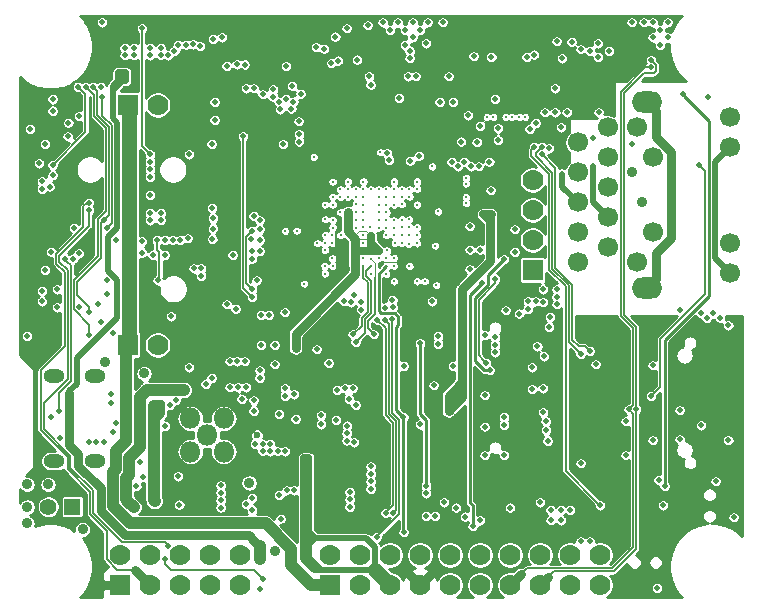
<source format=gbr>
%TF.GenerationSoftware,KiCad,Pcbnew,5.1.0-rc2-unknown-036be7d~80~ubuntu16.04.1*%
%TF.CreationDate,2019-11-29T15:46:33+02:00*%
%TF.ProjectId,S3-OLinuXino_Rev_A,53332d4f-4c69-46e7-9558-696e6f5f5265,F*%
%TF.SameCoordinates,Original*%
%TF.FileFunction,Copper,L3,Inr*%
%TF.FilePolarity,Positive*%
%FSLAX46Y46*%
G04 Gerber Fmt 4.6, Leading zero omitted, Abs format (unit mm)*
G04 Created by KiCad (PCBNEW 5.1.0-rc2-unknown-036be7d~80~ubuntu16.04.1) date 2019-11-29 15:46:33*
%MOMM*%
%LPD*%
G04 APERTURE LIST*
%TA.AperFunction,ViaPad*%
%ADD10C,1.778000*%
%TD*%
%TA.AperFunction,ViaPad*%
%ADD11R,1.778000X1.778000*%
%TD*%
%TA.AperFunction,ViaPad*%
%ADD12C,1.400000*%
%TD*%
%TA.AperFunction,ViaPad*%
%ADD13R,1.400000X1.400000*%
%TD*%
%TA.AperFunction,ViaPad*%
%ADD14C,1.700000*%
%TD*%
%TA.AperFunction,ViaPad*%
%ADD15O,2.600000X1.800000*%
%TD*%
%TA.AperFunction,ViaPad*%
%ADD16O,1.800000X1.200000*%
%TD*%
%TA.AperFunction,ViaPad*%
%ADD17O,1.800000X1.800000*%
%TD*%
%TA.AperFunction,ViaPad*%
%ADD18C,0.500000*%
%TD*%
%TA.AperFunction,ViaPad*%
%ADD19C,0.900000*%
%TD*%
%TA.AperFunction,ViaPad*%
%ADD20C,0.327000*%
%TD*%
%TA.AperFunction,ViaPad*%
%ADD21C,0.600000*%
%TD*%
%TA.AperFunction,Conductor*%
%ADD22C,1.270000*%
%TD*%
%TA.AperFunction,Conductor*%
%ADD23C,1.016000*%
%TD*%
%TA.AperFunction,Conductor*%
%ADD24C,0.508000*%
%TD*%
%TA.AperFunction,Conductor*%
%ADD25C,0.762000*%
%TD*%
%TA.AperFunction,Conductor*%
%ADD26C,0.660400*%
%TD*%
%TA.AperFunction,Conductor*%
%ADD27C,0.127000*%
%TD*%
%TA.AperFunction,Conductor*%
%ADD28C,0.101600*%
%TD*%
%TA.AperFunction,Conductor*%
%ADD29C,0.254000*%
%TD*%
%TA.AperFunction,Conductor*%
%ADD30C,0.203200*%
%TD*%
G04 APERTURE END LIST*
D10*
%TO.N,Net-(D1-Pad1)*%
%TO.C,UEXT1*%
X131445000Y-106045000D03*
%TO.N,/UART1_TX*%
X131445000Y-108585000D03*
%TO.N,GND*%
X128905000Y-106045000D03*
D11*
%TO.N,+3V3*%
X128905000Y-108585000D03*
D10*
%TO.N,PB8\005CTWI1-SCK*%
X133985000Y-108585000D03*
%TO.N,PB9\005CTWI1-SDA*%
X133985000Y-106045000D03*
%TO.N,Net-(UEXT1-Pad8)*%
X136525000Y-106045000D03*
%TO.N,Net-(UEXT1-Pad7)*%
X136525000Y-108585000D03*
%TO.N,Net-(UEXT1-Pad9)*%
X139065000Y-108585000D03*
%TO.N,Net-(UEXT1-Pad10)*%
X139065000Y-106045000D03*
%TD*%
D11*
%TO.N,+5V_EXT*%
%TO.C,PoE1*%
X129540000Y-88265000D03*
D10*
%TO.N,GND*%
X132080000Y-88265000D03*
D11*
%TO.N,+5V_EXT*%
X129540000Y-67945000D03*
D10*
%TO.N,GND*%
X132080000Y-67945000D03*
%TO.N,/PowerSupply_USB_Audio_Ethernet_Buttons_MiPi-Camera/CT2*%
X163830000Y-76835000D03*
%TO.N,/PowerSupply_USB_Audio_Ethernet_Buttons_MiPi-Camera/SP1*%
X163830000Y-79375000D03*
D11*
%TO.N,/PowerSupply_USB_Audio_Ethernet_Buttons_MiPi-Camera/SP2*%
X163830000Y-81915000D03*
D10*
%TO.N,/PowerSupply_USB_Audio_Ethernet_Buttons_MiPi-Camera/CT1*%
X163830000Y-74295000D03*
%TD*%
D12*
%TO.N,GND*%
%TO.C,LiPo_BAT1*%
X122824240Y-101963220D03*
D13*
%TO.N,VBAT*%
X124853700Y-101960680D03*
%TD*%
D10*
%TO.N,/GPIO_LED*%
%TO.C,EXT1*%
X169545000Y-106045000D03*
%TO.N,CSI-SDA*%
X169545000Y-108585000D03*
%TO.N,/PB3*%
X167005000Y-106045000D03*
%TO.N,CSI-SCK*%
X167005000Y-108585000D03*
%TO.N,AXP_GPIO3*%
X164465000Y-106045000D03*
%TO.N,PB7\005CTWI0-SDA*%
X164465000Y-108585000D03*
%TO.N,AXP_GPIO2*%
X161925000Y-106045000D03*
%TO.N,PB6\005CTWI0-SCK*%
X161925000Y-108585000D03*
%TO.N,AXP_GPIO1*%
X159385000Y-106045000D03*
%TO.N,LRADC1*%
X159385000Y-108585000D03*
%TO.N,GND*%
X149225000Y-106045000D03*
%TO.N,+5V_EXT*%
X149225000Y-108585000D03*
%TO.N,GND*%
X146685000Y-106045000D03*
D11*
%TO.N,+5V_EXT*%
X146685000Y-108585000D03*
D10*
%TO.N,IPS*%
X151765000Y-108585000D03*
%TO.N,AXP_BACKUP*%
X151765000Y-106045000D03*
%TO.N,AXP_PWRON*%
X154305000Y-106045000D03*
%TO.N,+3V3*%
X154305000Y-108585000D03*
%TO.N,LRADC0*%
X156845000Y-108585000D03*
%TO.N,AXP_RST*%
X156845000Y-106045000D03*
%TD*%
D14*
%TO.N,+3V3*%
%TO.C,LAN1*%
X180590000Y-82195000D03*
%TO.N,/PowerSupply_USB_Audio_Ethernet_Buttons_MiPi-Camera/EPHY_SPD_LED*%
X180590000Y-68935000D03*
%TO.N,/PowerSupply_USB_Audio_Ethernet_Buttons_MiPi-Camera/EPHY_LINK_LED*%
X180590000Y-79655000D03*
%TO.N,+3V3*%
X180590000Y-71475000D03*
D15*
%TO.N,Net-(C65-Pad2)*%
X173480000Y-83440000D03*
X173480000Y-67690000D03*
D14*
%TO.N,/PowerSupply_USB_Audio_Ethernet_Buttons_MiPi-Camera/SP2*%
X172700000Y-69850000D03*
%TO.N,/PowerSupply_USB_Audio_Ethernet_Buttons_MiPi-Camera/SP1*%
X173990000Y-72390000D03*
%TO.N,/PowerSupply_USB_Audio_Ethernet_Buttons_MiPi-Camera/CT2*%
X173990000Y-78740000D03*
%TO.N,/PowerSupply_USB_Audio_Ethernet_Buttons_MiPi-Camera/CT1*%
X172700000Y-81280000D03*
%TO.N,/PowerSupply_USB_Audio_Ethernet_Buttons_MiPi-Camera/EPHY_TX_P*%
X167640000Y-81280000D03*
%TO.N,/PowerSupply_USB_Audio_Ethernet_Buttons_MiPi-Camera/EPHY_TX_N*%
X170180000Y-80010000D03*
%TO.N,/PowerSupply_USB_Audio_Ethernet_Buttons_MiPi-Camera/EPHY_RX_P*%
X167640000Y-78740000D03*
%TO.N,Net-(C63-Pad2)*%
X170180000Y-77470000D03*
%TO.N,Net-(C64-Pad2)*%
X167640000Y-76200000D03*
%TO.N,/PowerSupply_USB_Audio_Ethernet_Buttons_MiPi-Camera/EPHY_RX_N*%
X170180000Y-74930000D03*
%TO.N,Net-(LAN1-Pad7)*%
X167640000Y-73660000D03*
%TO.N,Net-(LAN1-Pad8)*%
X170180000Y-72390000D03*
%TO.N,Net-(LAN1-Pad9)*%
X167640000Y-71120000D03*
%TO.N,Net-(LAN1-Pad10)*%
X170180000Y-69850000D03*
%TD*%
D16*
%TO.N,Net-(L12-Pad2)*%
%TO.C,USB-OTG1*%
X123321000Y-90888000D03*
X126791000Y-90888000D03*
X126791000Y-98088000D03*
X123321000Y-98088000D03*
%TD*%
D17*
%TO.N,GND*%
%TO.C,U4*%
X136271000Y-95885000D03*
X137671000Y-97285000D03*
X137671000Y-94485000D03*
X134871000Y-97285000D03*
X134871000Y-94485000D03*
%TD*%
D18*
%TO.N,+5V_EXT*%
X132715000Y-95123000D03*
D19*
%TO.N,+5V*%
X140716000Y-106426000D03*
X140716000Y-105283000D03*
D18*
X129413000Y-65913000D03*
X129413000Y-65151000D03*
X124587000Y-93218000D03*
X124587000Y-92329000D03*
X128714500Y-65151000D03*
X128714500Y-65913000D03*
%TO.N,Net-(ANT1-Pad1)*%
X123190000Y-68453000D03*
%TO.N,GND*%
X132334000Y-77724000D03*
X132334000Y-77089000D03*
X138430000Y-80645000D03*
X159774151Y-87444350D03*
X165354000Y-103124000D03*
X165354000Y-102235000D03*
X166243000Y-103124000D03*
X166243000Y-102235000D03*
X136906000Y-69215000D03*
X136906000Y-67691000D03*
X167005000Y-102235000D03*
X153035000Y-62865000D03*
X153670000Y-62230000D03*
X154305000Y-61595000D03*
X153035000Y-61595000D03*
X151765000Y-61595000D03*
X151130000Y-60960000D03*
X152400000Y-60960000D03*
X153670000Y-60960000D03*
X154940000Y-60960000D03*
X156210000Y-60960000D03*
X174625000Y-62865000D03*
X174625000Y-61595000D03*
X173990000Y-62230000D03*
X175260000Y-62230000D03*
X173990000Y-60960000D03*
X175260000Y-60960000D03*
X140208000Y-66548000D03*
X131445000Y-63754000D03*
X131445000Y-63119000D03*
X132334000Y-63119000D03*
X132334000Y-63754000D03*
X130048000Y-63119000D03*
X130048000Y-63754000D03*
X131445000Y-72771000D03*
X131445000Y-73406000D03*
X131445000Y-74041000D03*
X131445000Y-75565000D03*
X131445000Y-77724000D03*
X131445000Y-77089000D03*
X121031000Y-87503000D03*
D20*
X150150000Y-75075000D03*
X150088865Y-78310914D03*
D18*
X134620000Y-79248000D03*
X155321000Y-84582000D03*
D20*
X153380206Y-77615929D03*
X153392909Y-78313770D03*
X153406173Y-78986221D03*
X153356678Y-79717768D03*
X150818530Y-80913770D03*
D18*
X152908000Y-90043000D03*
D20*
X150138770Y-82228375D03*
D18*
X140462000Y-82804000D03*
X147193000Y-94615000D03*
X180848000Y-102870000D03*
X174371000Y-108839000D03*
D19*
X141984374Y-105665626D03*
D18*
X141986000Y-89916000D03*
D20*
X147573930Y-78975000D03*
X149500000Y-78963770D03*
X149477377Y-78291319D03*
X149516976Y-79636230D03*
X149516430Y-80912801D03*
X148881430Y-78329304D03*
X148881430Y-77029304D03*
X148881430Y-77671181D03*
D18*
X123190000Y-73914000D03*
X128524000Y-94869000D03*
D20*
X152750000Y-79625000D03*
X145307615Y-72344729D03*
X144494570Y-83086493D03*
D18*
X140208000Y-77343000D03*
X127254000Y-86360000D03*
X123063000Y-94361000D03*
X133921500Y-101790500D03*
D19*
X125730000Y-103886000D03*
D18*
X148336000Y-101346000D03*
X148336000Y-100711000D03*
X148336000Y-101981000D03*
X174879000Y-101854000D03*
X143637000Y-100584000D03*
X143002000Y-100584000D03*
X129286000Y-63119000D03*
X129286000Y-63754000D03*
D20*
X154050000Y-79658681D03*
X154050000Y-78986230D03*
X154050000Y-78313770D03*
X152777735Y-77641319D03*
X152088770Y-78975000D03*
X153400000Y-81586230D03*
D18*
X165227000Y-71628000D03*
X124532570Y-69447306D03*
X125421000Y-68889000D03*
X123190000Y-67437000D03*
D20*
X153400142Y-75702007D03*
X152745694Y-75702768D03*
X152104308Y-75702782D03*
X151445692Y-75702782D03*
X150800000Y-75075000D03*
X150804308Y-75702781D03*
X151450000Y-78975000D03*
X152100000Y-78325000D03*
X148200000Y-75725000D03*
X147550000Y-75075000D03*
X148200000Y-75075000D03*
X148850000Y-75075000D03*
X148850000Y-75725000D03*
X148872208Y-76370696D03*
X149500000Y-77675000D03*
X149500000Y-75075000D03*
X149500000Y-75725000D03*
X149500000Y-77025000D03*
X149500000Y-76375000D03*
X151450000Y-78325000D03*
X151450000Y-77675000D03*
X149500000Y-74425000D03*
X152100000Y-75075000D03*
X152750000Y-75075000D03*
X153400000Y-75075000D03*
X151450000Y-75075000D03*
X151450000Y-77025000D03*
X152100000Y-82875000D03*
D18*
X130810000Y-99441000D03*
X127508000Y-96520000D03*
X126874554Y-96521554D03*
X126238000Y-96521554D03*
X160274000Y-75184000D03*
D20*
X155321000Y-73152000D03*
X146900000Y-75725000D03*
X155675000Y-83200000D03*
D18*
X159396269Y-80191430D03*
X159766000Y-92519500D03*
X159766000Y-97599500D03*
X161417000Y-97599500D03*
X176276000Y-93789500D03*
X171704000Y-97599500D03*
X163766500Y-92011500D03*
X163766500Y-90170000D03*
X160655000Y-87630000D03*
X169164000Y-89916000D03*
X165862000Y-84201000D03*
X165862000Y-83566000D03*
X165862000Y-84836000D03*
X161417000Y-95059500D03*
X158506695Y-80191430D03*
X172212000Y-60960000D03*
X173228000Y-60960000D03*
X176276000Y-96266000D03*
X169418000Y-68580000D03*
X156718000Y-65532000D03*
X160337500Y-63881000D03*
X163322000Y-63881000D03*
X165735000Y-68580000D03*
X166751000Y-68580000D03*
X164846000Y-68580000D03*
X159766000Y-95177430D03*
X148590000Y-91948000D03*
X147955000Y-91948000D03*
X166315570Y-64008000D03*
D19*
X130937000Y-90678000D03*
D18*
X157109729Y-90042989D03*
X125031500Y-78359000D03*
X124904500Y-80962500D03*
D19*
X121031000Y-101981000D03*
X121031000Y-100076000D03*
X122809000Y-100076000D03*
X121031000Y-103378000D03*
D18*
X173990000Y-96329500D03*
X125412500Y-80518000D03*
X171704000Y-94742000D03*
X140081000Y-102235000D03*
X155448000Y-91694000D03*
X139573000Y-66548000D03*
X137922000Y-84836000D03*
X145542000Y-88646000D03*
X140716000Y-108966000D03*
X127381000Y-60960000D03*
X155956000Y-67691000D03*
X157099000Y-67691000D03*
X160655000Y-67437000D03*
%TO.N,+3V3*%
X160909000Y-85344000D03*
X131254500Y-66611500D03*
X131953000Y-66611500D03*
X131826000Y-102489000D03*
X132461000Y-102489000D03*
X133096000Y-102489000D03*
X133731000Y-102489000D03*
D20*
X147561230Y-81586230D03*
X150811230Y-81589636D03*
X147533570Y-77675000D03*
X148156120Y-80912793D03*
X148156120Y-80275000D03*
D18*
X136842500Y-80451369D03*
X136525000Y-82804000D03*
D20*
X147561230Y-80925000D03*
D18*
X137795000Y-70739000D03*
X134366000Y-102489000D03*
X141732000Y-93472000D03*
D20*
X153400000Y-80913770D03*
D18*
X135128000Y-69215000D03*
D20*
X152104000Y-82251230D03*
X147550000Y-80275000D03*
D18*
X136779000Y-102044500D03*
X136779000Y-101409500D03*
X136779000Y-100774500D03*
X136779000Y-100139500D03*
D20*
X147550000Y-82225000D03*
X152750000Y-80913770D03*
D18*
X173990000Y-98869500D03*
X173990000Y-97663000D03*
X180403500Y-97599500D03*
X180403500Y-98869500D03*
X167894000Y-89852500D03*
X167894000Y-97599500D03*
X169164000Y-97599500D03*
X170434000Y-97599500D03*
X170434000Y-87757000D03*
X171704000Y-87757000D03*
X161504900Y-96934597D03*
X168529000Y-68580000D03*
X167640000Y-68580000D03*
X164846000Y-67437000D03*
X133109001Y-100084667D03*
X170307000Y-68580000D03*
X170561000Y-66421000D03*
X161036000Y-86106000D03*
%TO.N,+3.0VA*%
X140843000Y-85725000D03*
D20*
X151461030Y-80905670D03*
X151503682Y-80259439D03*
D18*
X140843000Y-88265000D03*
X160192937Y-90424000D03*
X148844000Y-93345000D03*
X146558000Y-89789000D03*
X127762000Y-83947000D03*
X161417000Y-81026000D03*
D19*
%TO.N,+5V_USBOTG*%
X127644944Y-89669955D03*
D18*
X128143000Y-93217998D03*
X128143000Y-92456000D03*
%TO.N,IPS*%
X148104126Y-95098723D03*
X144399000Y-99060000D03*
X144399000Y-100330000D03*
X144399000Y-99695000D03*
X148082000Y-96367600D03*
X148082000Y-95732600D03*
X148717000Y-96520000D03*
D21*
X140508468Y-95885000D03*
D19*
X139827000Y-99949000D03*
D18*
X140716000Y-91059000D03*
X140716000Y-90424000D03*
X131762500Y-93472000D03*
X132461000Y-94107000D03*
X131762500Y-94107000D03*
X132461000Y-93472000D03*
X144399000Y-98425000D03*
X144399000Y-97790000D03*
D19*
X131826000Y-101473000D03*
%TO.N,VBAT*%
X130048000Y-101981000D03*
D18*
X136144000Y-91567000D03*
X136652000Y-91059002D03*
X134302500Y-92075000D03*
X133604000Y-92075000D03*
%TO.N,Net-(CHGLED1-Pad1)*%
X133096000Y-93345000D03*
%TO.N,Net-(MICRO_SD1-Pad5)*%
X164719000Y-91948000D03*
X164719000Y-93980000D03*
%TO.N,AP-CK32KO*%
X141986000Y-88265000D03*
X159894952Y-89789000D03*
X160655000Y-82677000D03*
%TO.N,Net-(HEADPHONES/LINEOUT1-Pad2)*%
X133223000Y-85852000D03*
%TO.N,Net-(HEADPHONES/LINEOUT1-Pad1)*%
X125460547Y-85080926D03*
%TO.N,Net-(HEADPHONES/LINEOUT1-Pad3)*%
X132016500Y-79375000D03*
X132080000Y-82804000D03*
%TO.N,Net-(HEADPHONES/LINEOUT1-Pad5)*%
X128318343Y-87209672D03*
%TO.N,Net-(HPHONEOUTL/LINEOUTL1-Pad2)*%
X127000000Y-84836000D03*
X122291930Y-84582000D03*
%TO.N,Net-(HPHONEOUTR/LINEOUTR1-Pad2)*%
X127761998Y-82804000D03*
X122555000Y-81915000D03*
%TO.N,Net-(LINEINR/MICIN1-Pad2)*%
X122555000Y-71247000D03*
%TO.N,AXP_RST*%
X148272500Y-92837000D03*
%TO.N,Net-(R18-Pad1)*%
X142875000Y-92583000D03*
%TO.N,Net-(D3-Pad2)*%
X150114000Y-98552000D03*
X150114000Y-99187000D03*
X150114000Y-99822000D03*
X150114000Y-100457000D03*
%TO.N,+3.3V_RTC*%
X152908000Y-104140000D03*
X152898922Y-94361000D03*
X142875000Y-91948000D03*
D20*
X151449206Y-81578770D03*
D18*
X130556000Y-98171000D03*
%TO.N,USB-ID*%
X135128000Y-81788000D03*
X128270000Y-95631000D03*
X123698000Y-93853000D03*
X124206000Y-80962500D03*
%TO.N,PB6\005CTWI0-SCK*%
X150116403Y-66248738D03*
X140208000Y-93853000D03*
X171958000Y-93726000D03*
X173863000Y-64770000D03*
%TO.N,Net-(C24-Pad1)*%
X148590000Y-87376000D03*
D20*
X149516430Y-81586708D03*
D18*
%TO.N,PB7\005CTWI0-SDA*%
X149987000Y-65532000D03*
X140208000Y-92964000D03*
X172593000Y-93726000D03*
X173863000Y-64148067D03*
%TO.N,Net-(R20-Pad1)*%
X133604000Y-92964000D03*
%TO.N,VCC-DDR*%
X156718000Y-93853000D03*
X156718000Y-93218000D03*
X156718000Y-92583000D03*
D20*
X150800000Y-76375000D03*
X151450000Y-76375000D03*
X152100000Y-76375000D03*
X150800000Y-77025000D03*
X150800000Y-77675000D03*
X150800000Y-78325000D03*
D18*
X160274000Y-77216000D03*
X159639000Y-77216000D03*
%TO.N,USB-VBUSDET*%
X125984000Y-66421000D03*
X126284925Y-87408930D03*
%TO.N,/GPIO_LED*%
X169545000Y-101854000D03*
X151511000Y-72017809D03*
X163957000Y-71501000D03*
D20*
%TO.N,Net-(R29-Pad2)*%
X155576029Y-79862570D03*
X152761611Y-78986230D03*
D18*
%TO.N,HP(MIC)-DET*%
X126619000Y-66421000D03*
X127508000Y-77724000D03*
X126241416Y-85435426D03*
%TO.N,Net-(LINEINL/MICIN1-Pad2)*%
X122301000Y-75057000D03*
%TO.N,Net-(C88-Pad1)*%
X122301000Y-74422000D03*
%TO.N,Net-(C86-Pad1)*%
X121285000Y-69977000D03*
%TO.N,+2.5V*%
X159509781Y-83055781D03*
X158750000Y-103632000D03*
X139573000Y-101727000D03*
D20*
%TO.N,Net-(R49-Pad1)*%
X152103500Y-80905670D03*
D18*
X158496000Y-81851500D03*
D20*
%TO.N,Net-(R30-Pad2)*%
X152168434Y-79651803D03*
D18*
X162306001Y-78485999D03*
D20*
%TO.N,Net-(R31-Pad2)*%
X151443852Y-82251230D03*
%TO.N,Net-(C17-Pad1)*%
X152096149Y-77698930D03*
D18*
X158496000Y-78232000D03*
D20*
%TO.N,Net-(R28-Pad2)*%
X152750000Y-78313770D03*
%TO.N,Net-(R27-Pad2)*%
X152744643Y-76364794D03*
D18*
%TO.N,/SDC0-CLK*%
X163449000Y-85217000D03*
X161417000Y-94361000D03*
%TO.N,/UART1_RX*%
X126247934Y-76835000D03*
X132986337Y-105265663D03*
X140716000Y-78486000D03*
%TO.N,/SDC0-CMD*%
X164084000Y-84582000D03*
X164949066Y-94728950D03*
%TO.N,CSI-SCK*%
X143581943Y-67653456D03*
X170307000Y-63373000D03*
X178562000Y-85979000D03*
X168656000Y-63373000D03*
X153416000Y-64008000D03*
%TO.N,CSI-SDA*%
X179070000Y-85598000D03*
X169354500Y-63881000D03*
X169354500Y-62738000D03*
D20*
X143858930Y-78592010D03*
D18*
X152527000Y-67354292D03*
X153416000Y-63373000D03*
%TO.N,/PB3*%
X167894000Y-98298000D03*
X153438804Y-72671289D03*
%TO.N,/CAM-RST*%
X167894000Y-63246000D03*
X144068680Y-71037885D03*
%TO.N,/SDC0-D3*%
X164710398Y-84629445D03*
X164973000Y-95504000D03*
%TO.N,/CAM-PWDN*%
X144067361Y-70415955D03*
X165862000Y-62566708D03*
D20*
%TO.N,/CSI-MCLK*%
X147533570Y-77025000D03*
D18*
X163576000Y-69977000D03*
%TO.N,/CSI-PCLK*%
X160909000Y-70929500D03*
D20*
X146250000Y-76375000D03*
D18*
%TO.N,/WL-SDIO-D2*%
X140081000Y-80971570D03*
X132715000Y-79375000D03*
%TO.N,/WL-SDIO-D3*%
X140081000Y-80349637D03*
X133350000Y-79375000D03*
%TO.N,/WL-PMU-EN*%
X142707296Y-71257908D03*
X136657000Y-71252000D03*
%TO.N,/WL-SDIO-D0*%
X140716000Y-80336570D03*
X136708000Y-76652000D03*
%TO.N,/WL-SDIO-D1*%
X140008430Y-79314959D03*
X136779000Y-77542570D03*
%TO.N,/BT-DIS-N*%
X127408724Y-67228697D03*
X127763711Y-78338068D03*
X136767731Y-78413430D03*
%TO.N,/BT-UART-RX*%
X136725104Y-79302430D03*
X128524000Y-79375000D03*
%TO.N,/WL-SDIO-CMD*%
X133977064Y-79382945D03*
X140716000Y-79375000D03*
%TO.N,/SDC0-D1*%
X161544000Y-85344000D03*
X164229933Y-88373059D03*
%TO.N,/SDC0-D2*%
X164719000Y-83566000D03*
X165100000Y-96393000D03*
X165227000Y-86741000D03*
%TO.N,/SDC0-D0*%
X163449000Y-84582000D03*
X164795200Y-89230200D03*
D20*
%TO.N,+1.1V*%
X150831230Y-80276413D03*
X150146437Y-80280626D03*
X150150000Y-79608024D03*
X152100218Y-81578779D03*
X148200000Y-78313770D03*
X148200000Y-78986230D03*
D18*
X143764000Y-88519000D03*
X143764000Y-87884000D03*
D20*
X148818570Y-78970696D03*
X150090353Y-78995225D03*
D18*
X142875000Y-97282000D03*
X142240000Y-97282000D03*
X141605000Y-97282000D03*
X140970000Y-97282000D03*
D20*
X148200000Y-77025000D03*
X148822550Y-79572564D03*
%TO.N,Net-(C15-Pad1)*%
X150145443Y-80953077D03*
D18*
X150368000Y-87376000D03*
%TO.N,Net-(C19-Pad1)*%
X133812506Y-99385084D03*
%TO.N,+1V2*%
X134747000Y-90170000D03*
X175006000Y-100203000D03*
X165735000Y-66548000D03*
X154305000Y-88125078D03*
X154813000Y-100203000D03*
X176530000Y-67056000D03*
D20*
%TO.N,Net-(C23-Pad1)*%
X150138770Y-81575000D03*
D18*
X148844000Y-88011000D03*
%TO.N,+2V8*%
X179324000Y-99822000D03*
X154813000Y-102743000D03*
X154813000Y-100838000D03*
X179709109Y-85974869D03*
X142367000Y-100965000D03*
X178689000Y-67310000D03*
%TO.N,Net-(C63-Pad2)*%
X168910000Y-73152000D03*
%TO.N,Net-(C64-Pad2)*%
X166287103Y-73763299D03*
%TO.N,Net-(C89-Pad1)*%
X122936000Y-74857430D03*
%TO.N,AXP_PWRON*%
X139192000Y-92837000D03*
X154305000Y-94996000D03*
%TO.N,Net-(C87-Pad1)*%
X122047000Y-72898000D03*
%TO.N,Net-(L3-Pad1)*%
X138912600Y-91846400D03*
X138176000Y-91846400D03*
X139573000Y-91846400D03*
%TO.N,Net-(L4-Pad1)*%
X141605000Y-96647000D03*
X140970000Y-96647000D03*
X140335000Y-96647000D03*
%TO.N,Net-(L5-Pad1)*%
X137414000Y-102044500D03*
X137414000Y-101409500D03*
X137414000Y-100774500D03*
X137414000Y-100139500D03*
%TO.N,PB8\005CTWI1-SCK*%
X167894000Y-104902000D03*
X164592000Y-71501000D03*
X167894000Y-89027000D03*
X151661930Y-72621138D03*
%TO.N,PB9\005CTWI1-SDA*%
X168656000Y-88773000D03*
X168656000Y-104902000D03*
X164592000Y-72136000D03*
D20*
X152100000Y-74425000D03*
D18*
%TO.N,/BT-UART-CTS*%
X127254000Y-66421000D03*
X124460000Y-70612000D03*
%TO.N,/BT-UART-TX*%
X125349000Y-66421000D03*
X123190000Y-73025000D03*
%TO.N,/BT-PCM-SYNC*%
X130746500Y-79502000D03*
X135763000Y-81788000D03*
%TO.N,/BT-PCM-CLK*%
X131669970Y-80650076D03*
D20*
X146250000Y-82225000D03*
D18*
%TO.N,/BT-PCM-DOUT*%
X132680530Y-80645000D03*
D20*
X146885058Y-80939561D03*
D18*
%TO.N,/WL-WAKE-AP*%
X130746500Y-61468000D03*
X134747000Y-72136000D03*
X148082000Y-61468000D03*
X131445000Y-72136000D03*
%TO.N,/BT-WAKE-AP*%
X130746500Y-80454500D03*
D20*
X146221770Y-81573470D03*
D18*
%TO.N,/LCD_D14*%
X138811000Y-64516000D03*
%TO.N,/LCD_D19*%
X133501481Y-63392990D03*
%TO.N,/LCD_D21*%
X134457156Y-62844764D03*
%TO.N,/LCD_CLK*%
X147368828Y-64181140D03*
%TO.N,/LCD_D11*%
X137541000Y-62230000D03*
%TO.N,/SDC2-CLK\005CSPI0-MISO*%
X154207458Y-72258990D03*
X174498000Y-99695000D03*
X173990000Y-89992199D03*
%TO.N,/CTP-INT*%
X149860000Y-61214000D03*
%TO.N,/LCD_D22*%
X135078178Y-62811129D03*
%TO.N,/LCD_D15*%
X139449690Y-64517835D03*
%TO.N,/LCD_D18*%
X132969000Y-63754000D03*
%TO.N,/LCD_DE*%
X146799142Y-64430653D03*
%TO.N,/SDC2-RST\005CSPI0-CS*%
X180403500Y-96329500D03*
X180403500Y-86614000D03*
X158597600Y-73152000D03*
%TO.N,/LCD_D6*%
X142938500Y-64652070D03*
%TO.N,/LCD_D10*%
X136779000Y-62357000D03*
%TO.N,/LCD_VSYNC*%
X146160129Y-63187681D03*
%TO.N,/SDC2-CMD\005CSPI0-CLK*%
X178098608Y-95072200D03*
X178054000Y-85598000D03*
X168910000Y-70739000D03*
X172212000Y-71247000D03*
X160172400Y-72745600D03*
%TO.N,/LCD_D20*%
X133835677Y-62868478D03*
%TO.N,/SDC2-D0\005CSPI0-MOSI*%
X173863000Y-92583000D03*
X162687000Y-85607434D03*
X165299570Y-85878681D03*
X177927000Y-73025000D03*
X159258000Y-73152000D03*
%TO.N,/LCD_D23*%
X135681304Y-62962915D03*
%TO.N,/SDC2-D7*%
X157505400Y-73152000D03*
%TO.N,/LCD-PWM*%
X148986473Y-64110796D03*
%TO.N,/CSI-HSYNC*%
X166243000Y-69850000D03*
D20*
X146909358Y-74437545D03*
D18*
%TO.N,/SDC2-D3*%
X158038800Y-72771000D03*
%TO.N,/LCD_D12*%
X137922000Y-64643000D03*
%TO.N,/LCD_D7*%
X143485645Y-66317222D03*
D20*
%TO.N,/SDC2-D4*%
X154050000Y-74425000D03*
D18*
%TO.N,/LCD_HSYNC*%
X145491200Y-63042800D03*
%TO.N,/SDC2-D6*%
X156972000Y-72771000D03*
D20*
%TO.N,/LCD_D3*%
X148200000Y-74425000D03*
X150939500Y-71945500D03*
D18*
X147129500Y-62166500D03*
D20*
%TO.N,/SDC2-D5*%
X154050000Y-75075000D03*
D18*
%TO.N,/CSI-D2*%
X157784800Y-71043800D03*
D20*
X147550000Y-75725000D03*
D18*
%TO.N,/CSI-VSYNC*%
X144018000Y-69342000D03*
X154813000Y-62738000D03*
X167132000Y-62611000D03*
D20*
%TO.N,/CSI-D5*%
X146900000Y-76375000D03*
D18*
X159105600Y-71094600D03*
%TO.N,/LCD_PWR*%
X144191713Y-66976274D03*
%TO.N,/CSI-D3*%
X143417462Y-68253244D03*
X153289000Y-65532000D03*
D20*
%TO.N,/CSI-D8*%
X146267716Y-77622007D03*
D18*
X160909000Y-69904430D03*
%TO.N,/CTP-RST*%
X142923273Y-67412864D03*
%TO.N,/CSI-D7*%
X142471760Y-68317899D03*
X153924000Y-65532000D03*
D20*
%TO.N,/CSI-D4*%
X146900000Y-77675000D03*
D18*
X159385000Y-69723000D03*
%TO.N,/SDC2-D2*%
X155829000Y-88194409D03*
D20*
X155829000Y-76962000D03*
D18*
X160655000Y-88900000D03*
%TO.N,/SDC2-D1*%
X155829000Y-87503000D03*
D20*
X154050000Y-76375000D03*
D18*
X160655000Y-88265000D03*
%TO.N,LRADC1*%
X158115000Y-102806500D03*
X151384000Y-102489000D03*
X150684269Y-86110638D03*
%TO.N,LRADC0*%
X152019000Y-102489000D03*
X151308180Y-86118756D03*
X155575000Y-102743000D03*
%TO.N,/LCD_D2*%
X141859000Y-67246500D03*
D20*
%TO.N,/CSI-D6*%
X146900000Y-78325000D03*
D18*
X158369000Y-68834000D03*
%TO.N,/LCD_D4*%
X141864212Y-66624590D03*
D20*
X146272989Y-78949378D03*
X142875000Y-78613000D03*
D18*
%TO.N,/LCD_D5*%
X142367000Y-67691000D03*
D20*
%TO.N,/CSI-D10*%
X145600000Y-79648930D03*
D18*
X163968269Y-63681430D03*
%TO.N,/LCD_D13*%
X140970000Y-67056000D03*
D20*
%TO.N,MIPI-CSI-RESET*%
X146250000Y-80251070D03*
%TO.N,/CSI-D9*%
X146876070Y-79628724D03*
D18*
X158834434Y-63803185D03*
%TO.N,/UART1_TX*%
X126247934Y-76213067D03*
X140716000Y-77724000D03*
D20*
%TO.N,/CSI-D11*%
X146876070Y-78975000D03*
D18*
X164084000Y-69469000D03*
D20*
%TO.N,MIPI-CSI-PWDN*%
X146250000Y-79648930D03*
D18*
%TO.N,AXP_BACKUP*%
X132715000Y-106426000D03*
X140970000Y-108077000D03*
%TO.N,/PowerSupply_USB_Audio_Ethernet_Buttons_MiPi-Camera/CHSENSE*%
X139446000Y-89662000D03*
X138811000Y-89662000D03*
X138176000Y-89662000D03*
%TO.N,/PowerSupply_USB_Audio_Ethernet_Buttons_MiPi-Camera/USB-DRV*%
X142494000Y-102981329D03*
X143764000Y-94529060D03*
X145923000Y-94996000D03*
X123825000Y-96139000D03*
%TO.N,/PowerSupply_USB_Audio_Ethernet_Buttons_MiPi-Camera/EPHY_LINK_LED*%
X176276000Y-85344000D03*
X162306000Y-80391000D03*
%TO.N,/PowerSupply_USB_Audio_Ethernet_Buttons_MiPi-Camera/RESETn*%
X130292930Y-100221149D03*
X151929981Y-86106000D03*
X150622000Y-104521000D03*
%TO.N,/PowerSupply_USB_Audio_Ethernet_Buttons_MiPi-Camera/NMI*%
X141478000Y-85725000D03*
X151365648Y-85099070D03*
D20*
%TO.N,/PowerSupply_USB_Audio_Ethernet_Buttons_MiPi-Camera/HPOUTR*%
X146911230Y-81575000D03*
D18*
X123053922Y-80381922D03*
%TO.N,/PowerSupply_USB_Audio_Ethernet_Buttons_MiPi-Camera/MBIAS*%
X147828000Y-84582000D03*
%TO.N,/PowerSupply_USB_Audio_Ethernet_Buttons_MiPi-Camera/HPOUTL*%
X135763000Y-82423000D03*
X122301000Y-83693000D03*
%TO.N,/PowerSupply_USB_Audio_Ethernet_Buttons_MiPi-Camera/HPOUTFB*%
X142835584Y-85510416D03*
X138684000Y-85217000D03*
D20*
%TO.N,/PowerSupply_USB_Audio_Ethernet_Buttons_MiPi-Camera/EPHY_RX_P*%
X158194723Y-75746000D03*
%TO.N,/PowerSupply_USB_Audio_Ethernet_Buttons_MiPi-Camera/EPHY_TX_N*%
X158194723Y-74621500D03*
%TO.N,/PowerSupply_USB_Audio_Ethernet_Buttons_MiPi-Camera/EPHY_RX_N*%
X158203900Y-76276200D03*
%TO.N,/PowerSupply_USB_Audio_Ethernet_Buttons_MiPi-Camera/EPHY_TX_P*%
X158203900Y-74091800D03*
D18*
%TO.N,/PowerSupply_USB_Audio_Ethernet_Buttons_MiPi-Camera/LINEOUTR*%
X123571000Y-83566000D03*
X151968648Y-84441852D03*
%TO.N,/PowerSupply_USB_Audio_Ethernet_Buttons_MiPi-Camera/LINEOUTL*%
X123571000Y-85090000D03*
X151987481Y-85088007D03*
%TO.N,/PowerSupply_USB_Audio_Ethernet_Buttons_MiPi-Camera/MICIN3_P*%
X149346818Y-84650907D03*
%TO.N,/PowerSupply_USB_Audio_Ethernet_Buttons_MiPi-Camera/MICIN1_P*%
X148463000Y-84654570D03*
%TO.N,/PowerSupply_USB_Audio_Ethernet_Buttons_MiPi-Camera/MICIN3_N*%
X149344334Y-85272834D03*
%TO.N,/PowerSupply_USB_Audio_Ethernet_Buttons_MiPi-Camera/MICIN1_N*%
X148695987Y-84052987D03*
%TO.N,/PowerSupply_USB_Audio_Ethernet_Buttons_MiPi-Camera/LINEINL*%
X140081000Y-83566000D03*
X140081000Y-78613000D03*
%TO.N,/PowerSupply_USB_Audio_Ethernet_Buttons_MiPi-Camera/LINEINR*%
X139319000Y-70612000D03*
X140081000Y-84201000D03*
D20*
%TO.N,/PowerSupply_USB_Audio_Ethernet_Buttons_MiPi-Camera/MCSI_DATA0-*%
X159969200Y-68961000D03*
%TO.N,/PowerSupply_USB_Audio_Ethernet_Buttons_MiPi-Camera/MCSI_DATA1-*%
X161556700Y-68961000D03*
%TO.N,/PowerSupply_USB_Audio_Ethernet_Buttons_MiPi-Camera/MCSI_DATA1+*%
X162065000Y-68961000D03*
%TO.N,/PowerSupply_USB_Audio_Ethernet_Buttons_MiPi-Camera/MCSI_DATA0+*%
X160501000Y-68961000D03*
%TO.N,/PowerSupply_USB_Audio_Ethernet_Buttons_MiPi-Camera/MCSI_CK+*%
X163195000Y-68961000D03*
%TO.N,/PowerSupply_USB_Audio_Ethernet_Buttons_MiPi-Camera/USB-D_N*%
X154050000Y-82875000D03*
%TO.N,/PowerSupply_USB_Audio_Ethernet_Buttons_MiPi-Camera/MCSI_CK-*%
X162687000Y-68961000D03*
%TO.N,/PowerSupply_USB_Audio_Ethernet_Buttons_MiPi-Camera/USB-D_P*%
X154700000Y-82875000D03*
D19*
%TO.N,/PowerSupply_USB_Audio_Ethernet_Buttons_MiPi-Camera/CT2*%
X173101000Y-76200000D03*
%TO.N,/PowerSupply_USB_Audio_Ethernet_Buttons_MiPi-Camera/CT1*%
X172212430Y-73660000D03*
D18*
%TO.N,AXP_GPIO3*%
X164465000Y-101600000D03*
X156337000Y-101600000D03*
X142367000Y-94107000D03*
X145923000Y-94234000D03*
%TO.N,AXP_GPIO2*%
X147256500Y-92075000D03*
X161925000Y-102035430D03*
X157353000Y-102035430D03*
X143637000Y-92456000D03*
%TO.N,AXP_GPIO1*%
X140081000Y-101219000D03*
X159385000Y-103124000D03*
%TD*%
D22*
%TO.N,+5V_EXT*%
X129661930Y-68066930D02*
X129661930Y-88143070D01*
X129540000Y-67945000D02*
X129661930Y-68066930D01*
X129661930Y-88143070D02*
X129540000Y-88265000D01*
D23*
X129738726Y-103378000D02*
X128270000Y-101909274D01*
X128524000Y-98806000D02*
X128524000Y-97282000D01*
X141224000Y-103378000D02*
X129738726Y-103378000D01*
X146685000Y-108585000D02*
X145034000Y-108585000D01*
X143383000Y-105537000D02*
X141224000Y-103378000D01*
X143383000Y-106934000D02*
X143383000Y-105537000D01*
X145034000Y-108585000D02*
X143383000Y-106934000D01*
X128270000Y-101909274D02*
X128270000Y-99060000D01*
X128270000Y-99060000D02*
X128524000Y-98806000D01*
X128524000Y-97282000D02*
X129413000Y-96393000D01*
X129413000Y-88392000D02*
X129540000Y-88265000D01*
X129413000Y-96393000D02*
X129413000Y-88392000D01*
X146558000Y-108585000D02*
X146685000Y-108585000D01*
D24*
%TO.N,+5V*%
X129032000Y-65151000D02*
X128714500Y-65151000D01*
X129413000Y-65151000D02*
X129032000Y-65151000D01*
X129032000Y-65151000D02*
X129032000Y-65885553D01*
X129032000Y-65885553D02*
X129059447Y-65913000D01*
X128270000Y-66702447D02*
X128270000Y-66357500D01*
X128270000Y-66357500D02*
X128714500Y-65913000D01*
X128714500Y-65151000D02*
X128714500Y-65913000D01*
X129059447Y-65913000D02*
X129376947Y-65595500D01*
X129376947Y-65595500D02*
X129413000Y-65595500D01*
X129413000Y-65468500D02*
X129413000Y-65913000D01*
X129413000Y-65151000D02*
X129413000Y-65468500D01*
X129413000Y-65913000D02*
X129059447Y-65913000D01*
D23*
X140716000Y-105283000D02*
X140716000Y-106426000D01*
D25*
X124587000Y-92456000D02*
X124587000Y-93218000D01*
D24*
X124587000Y-92864447D02*
X124587000Y-93218000D01*
X124587000Y-92456000D02*
X124587000Y-92864447D01*
X124587000Y-92456000D02*
X124587000Y-92329000D01*
D25*
X127254000Y-100410777D02*
X127254000Y-102322946D01*
X125349000Y-98505777D02*
X127254000Y-100410777D01*
X129325054Y-104394000D02*
X139827000Y-104394000D01*
X124587000Y-96763906D02*
X125349000Y-97525906D01*
X139827000Y-104394000D02*
X140266001Y-104833001D01*
X124587000Y-92456000D02*
X124587000Y-96763906D01*
X127254000Y-102322946D02*
X129325054Y-104394000D01*
X140266001Y-104833001D02*
X140716000Y-105283000D01*
X125349000Y-97525906D02*
X125349000Y-98505777D01*
X124587000Y-92329000D02*
X124587000Y-92864447D01*
D24*
X125222000Y-89379651D02*
X125222000Y-91567000D01*
X128651000Y-85950651D02*
X125222000Y-89379651D01*
X128651000Y-82740500D02*
X128651000Y-85950651D01*
X125222000Y-91567000D02*
X124587000Y-92202000D01*
X127889000Y-81978500D02*
X128651000Y-82740500D01*
X128270000Y-66702447D02*
X128270000Y-69088000D01*
X127889000Y-79121000D02*
X127889000Y-81978500D01*
X129059447Y-65913000D02*
X128270000Y-66702447D01*
X128270000Y-69088000D02*
X128651000Y-69469000D01*
X124587000Y-92202000D02*
X124587000Y-92329000D01*
X128651000Y-69469000D02*
X128651000Y-78359000D01*
X128651000Y-78359000D02*
X127889000Y-79121000D01*
D25*
%TO.N,+3V3*%
X147550000Y-82225000D02*
X147938620Y-81836380D01*
X147938620Y-81836380D02*
X147938620Y-81785580D01*
D26*
X147989420Y-81785580D02*
X147989420Y-80275000D01*
X147550000Y-82225000D02*
X147989420Y-81785580D01*
X147989420Y-80275000D02*
X147550000Y-80275000D01*
D27*
X152421221Y-81242549D02*
X152750000Y-80913770D01*
D28*
X151125000Y-81275866D02*
X151158317Y-81242549D01*
X151158317Y-81242549D02*
X152421221Y-81242549D01*
D27*
X150811230Y-81589636D02*
X151125000Y-81275866D01*
D25*
X142865921Y-86909079D02*
X142865921Y-90687079D01*
X141732000Y-91821000D02*
X141732000Y-93118447D01*
X142865921Y-90687079D02*
X141732000Y-91821000D01*
X141732000Y-93118447D02*
X141732000Y-93472000D01*
X147550000Y-82225000D02*
X142865921Y-86909079D01*
D26*
X147550000Y-80275000D02*
X147550000Y-82225000D01*
D27*
X147225000Y-79950000D02*
X147225000Y-78650000D01*
X147225000Y-78650000D02*
X147533570Y-78341430D01*
X147550000Y-80275000D02*
X147225000Y-79950000D01*
X147533570Y-78341430D02*
X147533570Y-77675000D01*
D24*
X179740001Y-72324999D02*
X180590000Y-71475000D01*
X179318931Y-72746069D02*
X179740001Y-72324999D01*
X180590000Y-82195000D02*
X179318931Y-80923931D01*
X179318931Y-80923931D02*
X179318931Y-72746069D01*
D29*
%TO.N,+3.0VA*%
X160192937Y-90424000D02*
X159761899Y-90424000D01*
X161167001Y-81275999D02*
X161417000Y-81026000D01*
X159761899Y-90424000D02*
X158945569Y-89607670D01*
X158945569Y-89607670D02*
X158945569Y-84325587D01*
X158945569Y-84325587D02*
X160071578Y-83199578D01*
X160071578Y-82371422D02*
X161167001Y-81275999D01*
X160071578Y-83199578D02*
X160071578Y-82371422D01*
D25*
%TO.N,Net-(C65-Pad2)*%
X174244000Y-68454000D02*
X173480000Y-67690000D01*
X174244000Y-82676000D02*
X174244000Y-80488324D01*
X175514000Y-79218324D02*
X175514000Y-71911676D01*
X175514000Y-71911676D02*
X174244000Y-70641676D01*
X173480000Y-83440000D02*
X174244000Y-82676000D01*
X174244000Y-80488324D02*
X175514000Y-79218324D01*
X174244000Y-70641676D02*
X174244000Y-68454000D01*
D24*
%TO.N,IPS*%
X144907000Y-105156000D02*
X144907000Y-106299000D01*
X144907000Y-104140000D02*
X144907000Y-105156000D01*
X145415000Y-104648000D02*
X144907000Y-105156000D01*
X144907000Y-99060000D02*
X144907000Y-104140000D01*
X149733000Y-104648000D02*
X145415000Y-104648000D01*
X145415000Y-104648000D02*
X144907000Y-104140000D01*
X150495000Y-105410000D02*
X149733000Y-104648000D01*
X150495000Y-107315000D02*
X150495000Y-105410000D01*
X132016500Y-93218000D02*
X132461000Y-93218000D01*
X131762500Y-93472000D02*
X132016500Y-93218000D01*
X132461000Y-93218000D02*
X132461000Y-93472000D01*
X132461000Y-94107000D02*
X132461000Y-93472000D01*
D23*
X131762500Y-93472000D02*
X131762500Y-94805500D01*
D24*
X132461000Y-94107000D02*
X131762500Y-94805500D01*
X144526000Y-99060000D02*
X144907000Y-99060000D01*
X145288000Y-107315000D02*
X144653000Y-106680000D01*
X144526000Y-99060000D02*
X144653000Y-99187000D01*
X144399000Y-99060000D02*
X144526000Y-99060000D01*
X144653000Y-106680000D02*
X144399000Y-106426000D01*
X144653000Y-99187000D02*
X144653000Y-106680000D01*
X145923000Y-107315000D02*
X145288000Y-107315000D01*
X150495000Y-107315000D02*
X145923000Y-107315000D01*
X144907000Y-106299000D02*
X145923000Y-107315000D01*
X144399000Y-100330000D02*
X144399000Y-99060000D01*
X144399000Y-106426000D02*
X144399000Y-100330000D01*
D22*
X151765000Y-108585000D02*
X150495000Y-107315000D01*
D24*
X144399000Y-99060000D02*
X144399000Y-97790000D01*
X144399000Y-97790000D02*
X144907000Y-97790000D01*
X144907000Y-97790000D02*
X144907000Y-99060000D01*
D23*
X131762500Y-101409500D02*
X131826000Y-101473000D01*
X131762500Y-94805500D02*
X131762500Y-101409500D01*
%TO.N,VBAT*%
X130556000Y-96901000D02*
X129661931Y-97795069D01*
X129661931Y-97795069D02*
X129661931Y-99277346D01*
X129413000Y-99526277D02*
X129413000Y-101346000D01*
X129598001Y-101531001D02*
X130048000Y-101981000D01*
X129661931Y-99277346D02*
X129413000Y-99526277D01*
X129413000Y-101346000D02*
X129598001Y-101531001D01*
X130556000Y-92710000D02*
X130556000Y-96901000D01*
X131191000Y-92075000D02*
X130556000Y-92710000D01*
X134302500Y-92075000D02*
X131191000Y-92075000D01*
X124853700Y-101960680D02*
X124957703Y-101960680D01*
D27*
%TO.N,AP-CK32KO*%
X159258000Y-89152048D02*
X159644953Y-89539001D01*
X159644953Y-89539001D02*
X159894952Y-89789000D01*
X159258000Y-84455000D02*
X159258000Y-89152048D01*
X160655000Y-83058000D02*
X159258000Y-84455000D01*
X160655000Y-82677000D02*
X160655000Y-83058000D01*
D30*
%TO.N,Net-(HEADPHONES/LINEOUT1-Pad3)*%
X132016500Y-80186776D02*
X132016500Y-79375000D01*
X132080000Y-82677000D02*
X132207000Y-82550000D01*
X132080000Y-82804000D02*
X132080000Y-82677000D01*
X132207000Y-82550000D02*
X132207000Y-80377276D01*
X132207000Y-80377276D02*
X132016500Y-80186776D01*
D29*
%TO.N,+3.3V_RTC*%
X152898922Y-104130922D02*
X152908000Y-104140000D01*
X152898922Y-94361000D02*
X152898922Y-104130922D01*
X152273000Y-93599000D02*
X152273000Y-86741000D01*
X152898922Y-94361000D02*
X152273000Y-93735078D01*
X152273000Y-93735078D02*
X152273000Y-93599000D01*
X151003000Y-85598000D02*
X150800000Y-85395000D01*
X150800000Y-85395000D02*
X150800000Y-82227976D01*
X152450800Y-85902800D02*
X152146000Y-85598000D01*
X151285707Y-81742269D02*
X151449206Y-81578770D01*
X150800000Y-82227976D02*
X151285707Y-81742269D01*
X152146000Y-85598000D02*
X151003000Y-85598000D01*
X152450800Y-86563200D02*
X152450800Y-85902800D01*
X152273000Y-86741000D02*
X152450800Y-86563200D01*
D27*
%TO.N,USB-ID*%
X124714000Y-91313000D02*
X124714000Y-81470500D01*
X123698000Y-93853000D02*
X123698000Y-92329000D01*
X123698000Y-92329000D02*
X124714000Y-91313000D01*
X124714000Y-81470500D02*
X124455999Y-81212499D01*
X124455999Y-81212499D02*
X124206000Y-80962500D01*
D25*
%TO.N,PB6\005CTWI0-SCK*%
X161925000Y-108585000D02*
X162814000Y-107696000D01*
D27*
X162814000Y-107696000D02*
X163322000Y-107188000D01*
X170561000Y-107188000D02*
X172339000Y-105410000D01*
X163322000Y-107188000D02*
X170561000Y-107188000D01*
X171958000Y-93726000D02*
X172339000Y-94107000D01*
X172339000Y-105410000D02*
X172339000Y-94107000D01*
X173509447Y-64770000D02*
X173863000Y-64770000D01*
X173393138Y-64770000D02*
X173509447Y-64770000D01*
X171323000Y-66840138D02*
X173393138Y-64770000D01*
X172339000Y-93345000D02*
X172339000Y-86868000D01*
X172339000Y-86868000D02*
X171323000Y-85852000D01*
X171958000Y-93726000D02*
X172339000Y-93345000D01*
X171323000Y-85852000D02*
X171323000Y-66840138D01*
%TO.N,Net-(C24-Pad1)*%
X149352000Y-86691224D02*
X148667224Y-87376000D01*
X149352000Y-85979000D02*
X149352000Y-86691224D01*
X148667224Y-87376000D02*
X148590000Y-87376000D01*
X149516430Y-81586708D02*
X149484069Y-81619069D01*
X149860000Y-85471000D02*
X149352000Y-85979000D01*
X149484069Y-81619069D02*
X149484069Y-82555069D01*
X149860000Y-82931000D02*
X149860000Y-85471000D01*
X149484069Y-82555069D02*
X149860000Y-82931000D01*
D25*
%TO.N,PB7\005CTWI0-SDA*%
X164465000Y-108585000D02*
X165100000Y-107950000D01*
D27*
X171577000Y-85725000D02*
X171577000Y-66938179D01*
X174112999Y-64398066D02*
X173863000Y-64148067D01*
X174126426Y-65278000D02*
X174298422Y-65106004D01*
X174298422Y-64583489D02*
X174112999Y-64398066D01*
X174298422Y-65106004D02*
X174298422Y-64583489D01*
X172593000Y-86741000D02*
X171577000Y-85725000D01*
X171577000Y-66938179D02*
X173237179Y-65278000D01*
X172593000Y-105537000D02*
X172593000Y-86741000D01*
X165608000Y-107442000D02*
X170688000Y-107442000D01*
X170688000Y-107442000D02*
X172593000Y-105537000D01*
X165100000Y-107950000D02*
X165608000Y-107442000D01*
X173237179Y-65278000D02*
X174126426Y-65278000D01*
D25*
%TO.N,VCC-DDR*%
X156967999Y-93603001D02*
X156718000Y-93853000D01*
X157871138Y-92699862D02*
X156967999Y-93603001D01*
X156718000Y-93218000D02*
X156718000Y-93853000D01*
X156718000Y-92583000D02*
X156718000Y-93218000D01*
X157734000Y-92583000D02*
X156718000Y-92583000D01*
D26*
X159639000Y-77216000D02*
X160274000Y-77851000D01*
X160274000Y-77216000D02*
X160274000Y-77978000D01*
X159639000Y-77216000D02*
X160274000Y-77216000D01*
D25*
X156718000Y-92583000D02*
X157861000Y-91440000D01*
X157861000Y-91440000D02*
X157861000Y-91313000D01*
X157861000Y-91313000D02*
X157871138Y-92699862D01*
X160271157Y-81155843D02*
X157871138Y-83555862D01*
X160274000Y-77216000D02*
X160271157Y-77218843D01*
X160271157Y-77218843D02*
X160271157Y-81155843D01*
X157871138Y-83555862D02*
X157861000Y-91313000D01*
D27*
%TO.N,USB-VBUSDET*%
X126284925Y-86533925D02*
X126284925Y-87408930D01*
X127000000Y-80772000D02*
X124968000Y-82804000D01*
X126682500Y-67119500D02*
X126682500Y-68897500D01*
X124968000Y-85217000D02*
X126284925Y-86533925D01*
X127000000Y-77597000D02*
X127000000Y-80772000D01*
X125984000Y-66421000D02*
X126682500Y-67119500D01*
X127698500Y-76898500D02*
X127000000Y-77597000D01*
X124968000Y-82804000D02*
X124968000Y-85217000D01*
X126682500Y-68897500D02*
X127698500Y-69913500D01*
X127698500Y-69913500D02*
X127698500Y-76898500D01*
%TO.N,/GPIO_LED*%
X163707001Y-71750999D02*
X163707001Y-72267001D01*
X166624000Y-98933000D02*
X169295001Y-101604001D01*
X166624000Y-83312000D02*
X166624000Y-98933000D01*
X169295001Y-101604001D02*
X169545000Y-101854000D01*
X165237138Y-81925138D02*
X166624000Y-83312000D01*
X165237138Y-73797138D02*
X165237138Y-81925138D01*
X163707001Y-72267001D02*
X165237138Y-73797138D01*
X163957000Y-71501000D02*
X163707001Y-71750999D01*
%TO.N,HP(MIC)-DET*%
X126936500Y-68770500D02*
X126936500Y-66738500D01*
X127952500Y-69786500D02*
X126936500Y-68770500D01*
X126936500Y-66738500D02*
X126619000Y-66421000D01*
X127508000Y-77724000D02*
X127952500Y-77279500D01*
X127952500Y-77279500D02*
X127952500Y-69786500D01*
X126238000Y-85078457D02*
X126238000Y-85432010D01*
X127508000Y-77724000D02*
X127258001Y-77973999D01*
X127258001Y-80866039D02*
X125222000Y-82931000D01*
X125222000Y-84062457D02*
X126238000Y-85078457D01*
X127258001Y-77973999D02*
X127258001Y-80866039D01*
X126238000Y-85432010D02*
X126241416Y-85435426D01*
X125222000Y-82931000D02*
X125222000Y-84062457D01*
D29*
%TO.N,+2.5V*%
X158750000Y-101854000D02*
X158501069Y-101605069D01*
X158750000Y-103632000D02*
X158750000Y-101854000D01*
X158501069Y-101605069D02*
X158501069Y-84064493D01*
X158501069Y-84064493D02*
X159259782Y-83305780D01*
X159259782Y-83305780D02*
X159509781Y-83055781D01*
D27*
%TO.N,/UART1_RX*%
X126247934Y-77188553D02*
X126247934Y-76835000D01*
X123761500Y-80708500D02*
X126247934Y-78222066D01*
X126247934Y-78222066D02*
X126247934Y-77188553D01*
X123761500Y-81216500D02*
X123761500Y-80708500D01*
X122428000Y-93218000D02*
X124460000Y-91186000D01*
X132986337Y-105265663D02*
X132691253Y-104970579D01*
X129100579Y-104970579D02*
X126619000Y-102489000D01*
X124460000Y-91186000D02*
X124460000Y-81915000D01*
X124708931Y-97686890D02*
X122428000Y-95405959D01*
X132691253Y-104970579D02*
X129100579Y-104970579D01*
X126619000Y-100576832D02*
X124708931Y-98666763D01*
X126619000Y-102489000D02*
X126619000Y-100576832D01*
X124460000Y-81915000D02*
X123761500Y-81216500D01*
X122428000Y-95405959D02*
X122428000Y-93218000D01*
X124708931Y-98666763D02*
X124708931Y-97686890D01*
%TO.N,/BT-DIS-N*%
X127408724Y-67582250D02*
X127408724Y-67228697D01*
X128206500Y-69659500D02*
X127408724Y-68861724D01*
X127763711Y-78338068D02*
X128206500Y-77895279D01*
X127408724Y-68861724D02*
X127408724Y-67582250D01*
X128206500Y-77895279D02*
X128206500Y-69659500D01*
D26*
%TO.N,+1.1V*%
X150818389Y-80276413D02*
X150831230Y-80276413D01*
X150150000Y-79608024D02*
X150818389Y-80276413D01*
X150600007Y-80276413D02*
X150831230Y-80276413D01*
X149175000Y-80275000D02*
X149176413Y-80276413D01*
X149176413Y-80276413D02*
X150600007Y-80276413D01*
X150150000Y-79300000D02*
X150146437Y-79303563D01*
X150146437Y-80049403D02*
X150146437Y-80280626D01*
X150146437Y-79303563D02*
X150146437Y-80049403D01*
X150150000Y-79054872D02*
X150150000Y-79608024D01*
D25*
X143764000Y-87336946D02*
X143764000Y-87530447D01*
X143764000Y-87530447D02*
X143764000Y-87884000D01*
X148822550Y-82278396D02*
X143764000Y-87336946D01*
X148822550Y-79572564D02*
X148822550Y-82278396D01*
D28*
X148982069Y-78807197D02*
X148818570Y-78970696D01*
D24*
X150150000Y-79300000D02*
X150150000Y-79054872D01*
D28*
X149722677Y-78627549D02*
X149161717Y-78627549D01*
X149161717Y-78627549D02*
X148982069Y-78807197D01*
X149095114Y-79300000D02*
X149825000Y-79300000D01*
X150090353Y-78995225D02*
X149722677Y-78627549D01*
X149825000Y-79300000D02*
X150150000Y-79300000D01*
X148822550Y-79572564D02*
X149095114Y-79300000D01*
D24*
X150150000Y-79054872D02*
X150090353Y-78995225D01*
D25*
X148822550Y-79572564D02*
X148822550Y-79272550D01*
X148822550Y-79272550D02*
X148200000Y-78650000D01*
X148200000Y-78650000D02*
X148200000Y-77025000D01*
X143764000Y-88519000D02*
X143764000Y-87884000D01*
D28*
%TO.N,Net-(C15-Pad1)*%
X150475000Y-82550000D02*
X150475000Y-81282634D01*
X150308942Y-81116576D02*
X150145443Y-80953077D01*
X150475000Y-81282634D02*
X150308942Y-81116576D01*
D27*
X149860000Y-86868000D02*
X150368000Y-87376000D01*
X149860000Y-86233000D02*
X149860000Y-86868000D01*
X150475000Y-85618000D02*
X149860000Y-86233000D01*
X150475000Y-82550000D02*
X150475000Y-85618000D01*
D29*
%TO.N,+1V2*%
X178747430Y-69273430D02*
X176779999Y-67305999D01*
X175006000Y-100203000D02*
X175006000Y-87817844D01*
X175006000Y-87817844D02*
X178747431Y-84076413D01*
X176779999Y-67305999D02*
X176530000Y-67056000D01*
X178747431Y-84076413D02*
X178747430Y-69273430D01*
X154305000Y-88125078D02*
X154305000Y-94107000D01*
X154305000Y-94107000D02*
X154813000Y-94615000D01*
X154813000Y-94615000D02*
X154813000Y-100203000D01*
D27*
%TO.N,Net-(C23-Pad1)*%
X149606000Y-87249000D02*
X148844000Y-88011000D01*
X149606000Y-86106000D02*
X149606000Y-87249000D01*
X150138770Y-81575000D02*
X149733000Y-81980770D01*
X150114000Y-85598000D02*
X149606000Y-86106000D01*
X149733000Y-81980770D02*
X149733000Y-82451960D01*
X150114000Y-82832960D02*
X150114000Y-85598000D01*
X149733000Y-82451960D02*
X150114000Y-82832960D01*
D24*
%TO.N,Net-(C63-Pad2)*%
X170180000Y-77470000D02*
X168910000Y-76200000D01*
X168910000Y-76200000D02*
X168910000Y-73152000D01*
%TO.N,Net-(C64-Pad2)*%
X167640000Y-76200000D02*
X166287103Y-74847103D01*
X166287103Y-74847103D02*
X166287103Y-73763299D01*
D27*
%TO.N,PB8\005CTWI1-SCK*%
X164592000Y-71501000D02*
X164084000Y-72009000D01*
X165486069Y-73665069D02*
X165486069Y-81822029D01*
X166878000Y-83213960D02*
X166878000Y-88011000D01*
X166878000Y-88011000D02*
X167644001Y-88777001D01*
X164084000Y-72263000D02*
X165486069Y-73665069D01*
X167644001Y-88777001D02*
X167894000Y-89027000D01*
X165486069Y-81822029D02*
X166878000Y-83213960D01*
X164084000Y-72009000D02*
X164084000Y-72263000D01*
%TO.N,PB9\005CTWI1-SDA*%
X167166540Y-87823290D02*
X167735250Y-88392000D01*
X168275000Y-88392000D02*
X168656000Y-88773000D01*
X167166540Y-83150460D02*
X167166540Y-87823290D01*
X165735000Y-81718920D02*
X167166540Y-83150460D01*
X164592000Y-72136000D02*
X165735000Y-73279000D01*
X167735250Y-88392000D02*
X168275000Y-88392000D01*
X165735000Y-73279000D02*
X165735000Y-81718920D01*
%TO.N,/BT-UART-TX*%
X125979999Y-70235001D02*
X125979999Y-67051999D01*
X125598999Y-66670999D02*
X125349000Y-66421000D01*
X125979999Y-67051999D02*
X125598999Y-66670999D01*
X123190000Y-73025000D02*
X125979999Y-70235001D01*
%TO.N,/WL-WAKE-AP*%
X131445000Y-72136000D02*
X130746500Y-71437500D01*
X130746500Y-71437500D02*
X130746500Y-61468000D01*
%TO.N,/SDC2-D0\005CSPI0-MOSI*%
X178435000Y-73533000D02*
X178435000Y-83947000D01*
X177927000Y-73025000D02*
X178435000Y-73533000D01*
X178435000Y-83947000D02*
X174625000Y-87757000D01*
X174625000Y-87757000D02*
X174625000Y-91821000D01*
X174625000Y-91821000D02*
X173863000Y-92583000D01*
%TO.N,LRADC1*%
X151384000Y-86810369D02*
X151384000Y-94234000D01*
X151384000Y-94234000D02*
X152019000Y-94869000D01*
X150684269Y-86110638D02*
X151384000Y-86810369D01*
X152019000Y-94869000D02*
X152019000Y-101854000D01*
X152019000Y-101854000D02*
X151633999Y-102239001D01*
X151633999Y-102239001D02*
X151384000Y-102489000D01*
%TO.N,LRADC0*%
X151308180Y-86118756D02*
X151638000Y-86448576D01*
X152273000Y-94742000D02*
X152273000Y-102235000D01*
X151638000Y-86448576D02*
X151638000Y-94107000D01*
X151638000Y-94107000D02*
X152273000Y-94742000D01*
X152273000Y-102235000D02*
X152019000Y-102489000D01*
D25*
%TO.N,/UART1_TX*%
X131445000Y-108585000D02*
X130175000Y-107315000D01*
D27*
X127762000Y-106426000D02*
X128651000Y-107315000D01*
X127762000Y-104013000D02*
X127762000Y-106426000D01*
X126365000Y-100711000D02*
X126365000Y-102616000D01*
X124460000Y-98806000D02*
X126365000Y-100711000D01*
X125793500Y-78295500D02*
X123507500Y-80581500D01*
X125793500Y-76517500D02*
X125793500Y-78295500D01*
X126365000Y-102616000D02*
X127762000Y-104013000D01*
X123507500Y-80581500D02*
X123507500Y-81407000D01*
X124460000Y-97790000D02*
X124460000Y-98806000D01*
X124206000Y-88392000D02*
X122174000Y-90424000D01*
X123507500Y-81407000D02*
X124206000Y-82105500D01*
X126097933Y-76213067D02*
X125793500Y-76517500D01*
X126247934Y-76213067D02*
X126097933Y-76213067D01*
X128651000Y-107315000D02*
X130175000Y-107315000D01*
X124206000Y-82105500D02*
X124206000Y-88392000D01*
X122174000Y-90424000D02*
X122174000Y-95504000D01*
X122174000Y-95504000D02*
X124460000Y-97790000D01*
D30*
%TO.N,AXP_BACKUP*%
X132715000Y-106426000D02*
X132715000Y-106807000D01*
X132715000Y-106807000D02*
X133223000Y-107315000D01*
X133223000Y-107315000D02*
X140208000Y-107315000D01*
X140208000Y-107315000D02*
X140720001Y-107827001D01*
X140720001Y-107827001D02*
X140970000Y-108077000D01*
D27*
%TO.N,/PowerSupply_USB_Audio_Ethernet_Buttons_MiPi-Camera/RESETn*%
X151929981Y-86106000D02*
X151929981Y-94046941D01*
X151929981Y-94046941D02*
X152527000Y-94643960D01*
X152527000Y-94643960D02*
X152527000Y-102616000D01*
X150871999Y-104271001D02*
X150622000Y-104521000D01*
X152527000Y-102616000D02*
X150871999Y-104271001D01*
%TO.N,/PowerSupply_USB_Audio_Ethernet_Buttons_MiPi-Camera/LINEINL*%
X139573000Y-83058000D02*
X140081000Y-83566000D01*
X139573000Y-79121000D02*
X139573000Y-83058000D01*
X140081000Y-78613000D02*
X139573000Y-79121000D01*
%TO.N,/PowerSupply_USB_Audio_Ethernet_Buttons_MiPi-Camera/LINEINR*%
X139319000Y-71628000D02*
X139319000Y-70612000D01*
X139319000Y-83439000D02*
X139319000Y-71628000D01*
X140081000Y-84201000D02*
X139319000Y-83439000D01*
%TD*%
D29*
%TO.N,+3V3*%
G36*
X176182725Y-60687922D02*
G01*
X175785794Y-61281971D01*
X175570815Y-61800976D01*
X175510765Y-61760851D01*
X175414420Y-61720944D01*
X175312141Y-61700600D01*
X175207859Y-61700600D01*
X175141126Y-61713874D01*
X175154400Y-61647141D01*
X175154400Y-61542859D01*
X175141126Y-61476126D01*
X175207859Y-61489400D01*
X175312141Y-61489400D01*
X175414420Y-61469056D01*
X175510765Y-61429149D01*
X175597473Y-61371212D01*
X175671212Y-61297473D01*
X175729149Y-61210765D01*
X175769056Y-61114420D01*
X175789400Y-61012141D01*
X175789400Y-60907859D01*
X175769056Y-60805580D01*
X175729149Y-60709235D01*
X175671212Y-60622527D01*
X175597473Y-60548788D01*
X175510765Y-60490851D01*
X175414420Y-60450944D01*
X175312141Y-60430600D01*
X175207859Y-60430600D01*
X175105580Y-60450944D01*
X175009235Y-60490851D01*
X174922527Y-60548788D01*
X174848788Y-60622527D01*
X174790851Y-60709235D01*
X174750944Y-60805580D01*
X174730600Y-60907859D01*
X174730600Y-61012141D01*
X174743874Y-61078874D01*
X174677141Y-61065600D01*
X174572859Y-61065600D01*
X174506126Y-61078874D01*
X174519400Y-61012141D01*
X174519400Y-60907859D01*
X174499056Y-60805580D01*
X174459149Y-60709235D01*
X174401212Y-60622527D01*
X174327473Y-60548788D01*
X174240765Y-60490851D01*
X174144420Y-60450944D01*
X174042141Y-60430600D01*
X173937859Y-60430600D01*
X173835580Y-60450944D01*
X173739235Y-60490851D01*
X173652527Y-60548788D01*
X173609000Y-60592315D01*
X173565473Y-60548788D01*
X173478765Y-60490851D01*
X173382420Y-60450944D01*
X173280141Y-60430600D01*
X173175859Y-60430600D01*
X173073580Y-60450944D01*
X172977235Y-60490851D01*
X172890527Y-60548788D01*
X172816788Y-60622527D01*
X172758851Y-60709235D01*
X172720000Y-60803031D01*
X172681149Y-60709235D01*
X172623212Y-60622527D01*
X172549473Y-60548788D01*
X172462765Y-60490851D01*
X172366420Y-60450944D01*
X172264141Y-60430600D01*
X172159859Y-60430600D01*
X172057580Y-60450944D01*
X171961235Y-60490851D01*
X171874527Y-60548788D01*
X171800788Y-60622527D01*
X171742851Y-60709235D01*
X171702944Y-60805580D01*
X171682600Y-60907859D01*
X171682600Y-61012141D01*
X171702944Y-61114420D01*
X171742851Y-61210765D01*
X171800788Y-61297473D01*
X171874527Y-61371212D01*
X171961235Y-61429149D01*
X172057580Y-61469056D01*
X172159859Y-61489400D01*
X172264141Y-61489400D01*
X172366420Y-61469056D01*
X172462765Y-61429149D01*
X172549473Y-61371212D01*
X172623212Y-61297473D01*
X172681149Y-61210765D01*
X172720000Y-61116969D01*
X172758851Y-61210765D01*
X172816788Y-61297473D01*
X172890527Y-61371212D01*
X172977235Y-61429149D01*
X173073580Y-61469056D01*
X173175859Y-61489400D01*
X173280141Y-61489400D01*
X173382420Y-61469056D01*
X173478765Y-61429149D01*
X173565473Y-61371212D01*
X173609000Y-61327685D01*
X173652527Y-61371212D01*
X173739235Y-61429149D01*
X173835580Y-61469056D01*
X173937859Y-61489400D01*
X174042141Y-61489400D01*
X174108874Y-61476126D01*
X174095600Y-61542859D01*
X174095600Y-61647141D01*
X174108874Y-61713874D01*
X174042141Y-61700600D01*
X173937859Y-61700600D01*
X173835580Y-61720944D01*
X173739235Y-61760851D01*
X173652527Y-61818788D01*
X173578788Y-61892527D01*
X173520851Y-61979235D01*
X173480944Y-62075580D01*
X173460600Y-62177859D01*
X173460600Y-62282141D01*
X173480944Y-62384420D01*
X173520851Y-62480765D01*
X173578788Y-62567473D01*
X173652527Y-62641212D01*
X173739235Y-62699149D01*
X173835580Y-62739056D01*
X173937859Y-62759400D01*
X174042141Y-62759400D01*
X174108874Y-62746126D01*
X174095600Y-62812859D01*
X174095600Y-62917141D01*
X174115944Y-63019420D01*
X174155851Y-63115765D01*
X174213788Y-63202473D01*
X174287527Y-63276212D01*
X174374235Y-63334149D01*
X174470580Y-63374056D01*
X174572859Y-63394400D01*
X174677141Y-63394400D01*
X174779420Y-63374056D01*
X174875765Y-63334149D01*
X174962473Y-63276212D01*
X175036212Y-63202473D01*
X175094149Y-63115765D01*
X175134056Y-63019420D01*
X175154400Y-62917141D01*
X175154400Y-62812859D01*
X175141126Y-62746126D01*
X175207859Y-62759400D01*
X175312141Y-62759400D01*
X175373000Y-62747295D01*
X175373000Y-63357228D01*
X175512383Y-64057957D01*
X175785794Y-64718029D01*
X176182725Y-65312078D01*
X176687922Y-65817275D01*
X176831185Y-65913000D01*
X173087112Y-65913000D01*
X173379212Y-65620900D01*
X174109591Y-65620900D01*
X174126426Y-65622558D01*
X174143261Y-65620900D01*
X174143269Y-65620900D01*
X174193646Y-65615938D01*
X174258283Y-65596331D01*
X174317853Y-65564490D01*
X174370066Y-65521640D01*
X174380807Y-65508552D01*
X174528978Y-65360381D01*
X174542061Y-65349644D01*
X174584912Y-65297431D01*
X174616753Y-65237861D01*
X174636360Y-65173224D01*
X174641322Y-65122847D01*
X174641322Y-65122840D01*
X174642980Y-65106005D01*
X174641322Y-65089170D01*
X174641322Y-64600332D01*
X174642981Y-64583489D01*
X174636360Y-64516269D01*
X174616753Y-64451632D01*
X174606541Y-64432527D01*
X174584912Y-64392062D01*
X174542062Y-64339849D01*
X174528969Y-64329104D01*
X174392400Y-64192534D01*
X174392400Y-64095926D01*
X174372056Y-63993647D01*
X174332149Y-63897302D01*
X174274212Y-63810594D01*
X174200473Y-63736855D01*
X174113765Y-63678918D01*
X174017420Y-63639011D01*
X173915141Y-63618667D01*
X173810859Y-63618667D01*
X173708580Y-63639011D01*
X173612235Y-63678918D01*
X173525527Y-63736855D01*
X173451788Y-63810594D01*
X173393851Y-63897302D01*
X173353944Y-63993647D01*
X173333600Y-64095926D01*
X173333600Y-64200208D01*
X173353944Y-64302487D01*
X173393851Y-64398832D01*
X173412739Y-64427100D01*
X173409972Y-64427100D01*
X173393137Y-64425442D01*
X173376302Y-64427100D01*
X173376295Y-64427100D01*
X173325918Y-64432062D01*
X173261281Y-64451669D01*
X173201711Y-64483510D01*
X173149498Y-64526360D01*
X173138761Y-64539443D01*
X171765205Y-65913000D01*
X170815000Y-65913000D01*
X170790224Y-65915440D01*
X170766399Y-65922667D01*
X170744443Y-65934403D01*
X170725197Y-65950197D01*
X170709403Y-65969443D01*
X170697667Y-65991399D01*
X170690440Y-66015224D01*
X170688000Y-66040000D01*
X170688000Y-68837966D01*
X170509434Y-68764002D01*
X170291236Y-68720600D01*
X170068764Y-68720600D01*
X169920571Y-68750077D01*
X169927056Y-68734420D01*
X169947400Y-68632141D01*
X169947400Y-68527859D01*
X169927056Y-68425580D01*
X169887149Y-68329235D01*
X169829212Y-68242527D01*
X169755473Y-68168788D01*
X169668765Y-68110851D01*
X169572420Y-68070944D01*
X169470141Y-68050600D01*
X169365859Y-68050600D01*
X169263580Y-68070944D01*
X169167235Y-68110851D01*
X169080527Y-68168788D01*
X169006788Y-68242527D01*
X168948851Y-68329235D01*
X168908944Y-68425580D01*
X168888600Y-68527859D01*
X168888600Y-68632141D01*
X168908944Y-68734420D01*
X168948851Y-68830765D01*
X169006788Y-68917473D01*
X169080527Y-68991212D01*
X169167235Y-69049149D01*
X169261031Y-69088000D01*
X167005000Y-69088000D01*
X166980224Y-69090440D01*
X166956399Y-69097667D01*
X166934443Y-69109403D01*
X166915197Y-69125197D01*
X166899403Y-69144443D01*
X166887667Y-69166399D01*
X166880440Y-69190224D01*
X166878000Y-69215000D01*
X166878000Y-70284786D01*
X166762737Y-70400049D01*
X166639138Y-70585028D01*
X166554002Y-70790566D01*
X166510600Y-71008764D01*
X166510600Y-71231236D01*
X166554002Y-71449434D01*
X166639138Y-71654972D01*
X166762737Y-71839951D01*
X166878000Y-71955214D01*
X166878000Y-72824786D01*
X166762737Y-72940049D01*
X166639138Y-73125028D01*
X166563980Y-73306478D01*
X166492214Y-73268118D01*
X166391668Y-73237618D01*
X166287103Y-73227319D01*
X166182539Y-73237618D01*
X166081993Y-73268118D01*
X166078662Y-73269899D01*
X166077900Y-73262164D01*
X166077900Y-73262157D01*
X166072938Y-73211780D01*
X166053331Y-73147143D01*
X166021490Y-73087573D01*
X166002085Y-73063929D01*
X165989376Y-73048442D01*
X165989372Y-73048438D01*
X165978639Y-73035360D01*
X165965562Y-73024628D01*
X165121400Y-72180467D01*
X165121400Y-72146767D01*
X165174859Y-72157400D01*
X165279141Y-72157400D01*
X165381420Y-72137056D01*
X165477765Y-72097149D01*
X165564473Y-72039212D01*
X165638212Y-71965473D01*
X165696149Y-71878765D01*
X165736056Y-71782420D01*
X165756400Y-71680141D01*
X165756400Y-71575859D01*
X165736056Y-71473580D01*
X165696149Y-71377235D01*
X165638212Y-71290527D01*
X165564473Y-71216788D01*
X165477765Y-71158851D01*
X165381420Y-71118944D01*
X165279141Y-71098600D01*
X165174859Y-71098600D01*
X165072580Y-71118944D01*
X164992004Y-71152319D01*
X164929473Y-71089788D01*
X164842765Y-71031851D01*
X164746420Y-70991944D01*
X164644141Y-70971600D01*
X164539859Y-70971600D01*
X164437580Y-70991944D01*
X164341235Y-71031851D01*
X164274500Y-71076442D01*
X164207765Y-71031851D01*
X164111420Y-70991944D01*
X164009141Y-70971600D01*
X163904859Y-70971600D01*
X163802580Y-70991944D01*
X163706235Y-71031851D01*
X163619527Y-71089788D01*
X163545788Y-71163527D01*
X163487851Y-71250235D01*
X163447944Y-71346580D01*
X163427600Y-71448859D01*
X163427600Y-71550935D01*
X163420511Y-71559573D01*
X163388670Y-71619143D01*
X163369063Y-71683780D01*
X163364101Y-71734157D01*
X163364101Y-71734164D01*
X163362443Y-71750999D01*
X163364101Y-71767835D01*
X163364102Y-72250156D01*
X163362443Y-72267001D01*
X163369063Y-72334220D01*
X163380030Y-72370373D01*
X163388671Y-72398858D01*
X163420512Y-72458428D01*
X163463362Y-72510641D01*
X163476444Y-72521377D01*
X164115582Y-73160516D01*
X163945077Y-73126600D01*
X163714923Y-73126600D01*
X163489190Y-73171501D01*
X163276555Y-73259578D01*
X163085189Y-73387445D01*
X162922445Y-73550189D01*
X162794578Y-73741555D01*
X162706501Y-73954190D01*
X162661600Y-74179923D01*
X162661600Y-74410077D01*
X162706501Y-74635810D01*
X162794578Y-74848445D01*
X162922445Y-75039811D01*
X163085189Y-75202555D01*
X163276555Y-75330422D01*
X163489190Y-75418499D01*
X163714923Y-75463400D01*
X163945077Y-75463400D01*
X164170810Y-75418499D01*
X164383445Y-75330422D01*
X164574811Y-75202555D01*
X164737555Y-75039811D01*
X164865422Y-74848445D01*
X164894238Y-74778877D01*
X164894238Y-76351123D01*
X164865422Y-76281555D01*
X164737555Y-76090189D01*
X164574811Y-75927445D01*
X164383445Y-75799578D01*
X164170810Y-75711501D01*
X163945077Y-75666600D01*
X163714923Y-75666600D01*
X163489190Y-75711501D01*
X163276555Y-75799578D01*
X163085189Y-75927445D01*
X162922445Y-76090189D01*
X162794578Y-76281555D01*
X162706501Y-76494190D01*
X162661600Y-76719923D01*
X162661600Y-76950077D01*
X162706501Y-77175810D01*
X162794578Y-77388445D01*
X162922445Y-77579811D01*
X163085189Y-77742555D01*
X163276555Y-77870422D01*
X163489190Y-77958499D01*
X163714923Y-78003400D01*
X163945077Y-78003400D01*
X164170810Y-77958499D01*
X164383445Y-77870422D01*
X164574811Y-77742555D01*
X164737555Y-77579811D01*
X164865422Y-77388445D01*
X164894238Y-77318877D01*
X164894239Y-78891124D01*
X164865422Y-78821555D01*
X164737555Y-78630189D01*
X164574811Y-78467445D01*
X164383445Y-78339578D01*
X164170810Y-78251501D01*
X163945077Y-78206600D01*
X163714923Y-78206600D01*
X163489190Y-78251501D01*
X163276555Y-78339578D01*
X163085189Y-78467445D01*
X162922445Y-78630189D01*
X162794578Y-78821555D01*
X162706501Y-79034190D01*
X162661600Y-79259923D01*
X162661600Y-79490077D01*
X162706501Y-79715810D01*
X162794578Y-79928445D01*
X162922445Y-80119811D01*
X163085189Y-80282555D01*
X163276555Y-80410422D01*
X163489190Y-80498499D01*
X163714923Y-80543400D01*
X163945077Y-80543400D01*
X164170810Y-80498499D01*
X164383445Y-80410422D01*
X164574811Y-80282555D01*
X164737555Y-80119811D01*
X164865422Y-79928445D01*
X164894239Y-79858876D01*
X164894239Y-80808372D01*
X164874977Y-80792564D01*
X164826439Y-80766620D01*
X164773772Y-80750644D01*
X164719000Y-80745249D01*
X162941000Y-80745249D01*
X162886228Y-80750644D01*
X162833561Y-80766620D01*
X162785023Y-80792564D01*
X162742479Y-80827479D01*
X162707564Y-80870023D01*
X162681620Y-80918561D01*
X162665644Y-80971228D01*
X162660249Y-81026000D01*
X162660249Y-82804000D01*
X162665644Y-82858772D01*
X162681620Y-82911439D01*
X162707564Y-82959977D01*
X162742479Y-83002521D01*
X162785023Y-83037436D01*
X162833561Y-83063380D01*
X162886228Y-83079356D01*
X162941000Y-83084751D01*
X164497447Y-83084751D01*
X164468235Y-83096851D01*
X164381527Y-83154788D01*
X164307788Y-83228527D01*
X164249851Y-83315235D01*
X164209944Y-83411580D01*
X164189600Y-83513859D01*
X164189600Y-83618141D01*
X164209944Y-83720420D01*
X164249851Y-83816765D01*
X164307788Y-83903473D01*
X164381527Y-83977212D01*
X164468235Y-84035149D01*
X164564580Y-84075056D01*
X164666859Y-84095400D01*
X164771141Y-84095400D01*
X164873420Y-84075056D01*
X164969765Y-84035149D01*
X165056473Y-83977212D01*
X165130212Y-83903473D01*
X165188149Y-83816765D01*
X165228056Y-83720420D01*
X165248400Y-83618141D01*
X165248400Y-83513859D01*
X165228056Y-83411580D01*
X165188149Y-83315235D01*
X165130212Y-83228527D01*
X165056473Y-83154788D01*
X164969765Y-83096851D01*
X164873420Y-83056944D01*
X164847956Y-83051879D01*
X164874977Y-83037436D01*
X164917521Y-83002521D01*
X164952436Y-82959977D01*
X164978380Y-82911439D01*
X164994356Y-82858772D01*
X164999751Y-82804000D01*
X164999751Y-82173909D01*
X165006581Y-82179514D01*
X165863666Y-83036600D01*
X165809859Y-83036600D01*
X165707580Y-83056944D01*
X165611235Y-83096851D01*
X165524527Y-83154788D01*
X165450788Y-83228527D01*
X165392851Y-83315235D01*
X165352944Y-83411580D01*
X165332600Y-83513859D01*
X165332600Y-83618141D01*
X165352944Y-83720420D01*
X165392851Y-83816765D01*
X165437442Y-83883500D01*
X165392851Y-83950235D01*
X165352944Y-84046580D01*
X165332600Y-84148859D01*
X165332600Y-84253141D01*
X165352944Y-84355420D01*
X165392851Y-84451765D01*
X165437442Y-84518500D01*
X165392851Y-84585235D01*
X165352944Y-84681580D01*
X165332600Y-84783859D01*
X165332600Y-84888141D01*
X165352944Y-84990420D01*
X165392851Y-85086765D01*
X165450788Y-85173473D01*
X165524527Y-85247212D01*
X165611235Y-85305149D01*
X165707580Y-85345056D01*
X165809859Y-85365400D01*
X165914141Y-85365400D01*
X166016420Y-85345056D01*
X166112765Y-85305149D01*
X166199473Y-85247212D01*
X166273212Y-85173473D01*
X166281100Y-85161668D01*
X166281101Y-98916155D01*
X166279442Y-98933000D01*
X166286062Y-99000219D01*
X166301054Y-99049640D01*
X166305670Y-99064857D01*
X166337511Y-99124427D01*
X166380361Y-99176640D01*
X166393443Y-99187376D01*
X169015600Y-101809534D01*
X169015600Y-101906141D01*
X169035944Y-102008420D01*
X169075851Y-102104765D01*
X169133788Y-102191473D01*
X169207527Y-102265212D01*
X169294235Y-102323149D01*
X169390580Y-102363056D01*
X169492859Y-102383400D01*
X169597141Y-102383400D01*
X169699420Y-102363056D01*
X169795765Y-102323149D01*
X169882473Y-102265212D01*
X169956212Y-102191473D01*
X170014149Y-102104765D01*
X170054056Y-102008420D01*
X170074400Y-101906141D01*
X170074400Y-101801859D01*
X170054056Y-101699580D01*
X170014149Y-101603235D01*
X169956212Y-101516527D01*
X169882473Y-101442788D01*
X169795765Y-101384851D01*
X169699420Y-101344944D01*
X169597141Y-101324600D01*
X169500534Y-101324600D01*
X166966900Y-98790967D01*
X166966900Y-98245859D01*
X167364600Y-98245859D01*
X167364600Y-98350141D01*
X167384944Y-98452420D01*
X167424851Y-98548765D01*
X167482788Y-98635473D01*
X167556527Y-98709212D01*
X167643235Y-98767149D01*
X167739580Y-98807056D01*
X167841859Y-98827400D01*
X167946141Y-98827400D01*
X168048420Y-98807056D01*
X168144765Y-98767149D01*
X168231473Y-98709212D01*
X168305212Y-98635473D01*
X168363149Y-98548765D01*
X168403056Y-98452420D01*
X168423400Y-98350141D01*
X168423400Y-98245859D01*
X168403056Y-98143580D01*
X168363149Y-98047235D01*
X168305212Y-97960527D01*
X168231473Y-97886788D01*
X168144765Y-97828851D01*
X168048420Y-97788944D01*
X167946141Y-97768600D01*
X167841859Y-97768600D01*
X167739580Y-97788944D01*
X167643235Y-97828851D01*
X167556527Y-97886788D01*
X167482788Y-97960527D01*
X167424851Y-98047235D01*
X167384944Y-98143580D01*
X167364600Y-98245859D01*
X166966900Y-98245859D01*
X166966900Y-89863859D01*
X168634600Y-89863859D01*
X168634600Y-89968141D01*
X168654944Y-90070420D01*
X168694851Y-90166765D01*
X168752788Y-90253473D01*
X168826527Y-90327212D01*
X168913235Y-90385149D01*
X169009580Y-90425056D01*
X169111859Y-90445400D01*
X169216141Y-90445400D01*
X169318420Y-90425056D01*
X169414765Y-90385149D01*
X169501473Y-90327212D01*
X169575212Y-90253473D01*
X169633149Y-90166765D01*
X169673056Y-90070420D01*
X169693400Y-89968141D01*
X169693400Y-89863859D01*
X169673056Y-89761580D01*
X169633149Y-89665235D01*
X169575212Y-89578527D01*
X169501473Y-89504788D01*
X169414765Y-89446851D01*
X169318420Y-89406944D01*
X169216141Y-89386600D01*
X169111859Y-89386600D01*
X169009580Y-89406944D01*
X168913235Y-89446851D01*
X168826527Y-89504788D01*
X168752788Y-89578527D01*
X168694851Y-89665235D01*
X168654944Y-89761580D01*
X168634600Y-89863859D01*
X166966900Y-89863859D01*
X166966900Y-88584833D01*
X167364600Y-88982534D01*
X167364600Y-89079141D01*
X167384944Y-89181420D01*
X167424851Y-89277765D01*
X167482788Y-89364473D01*
X167556527Y-89438212D01*
X167643235Y-89496149D01*
X167739580Y-89536056D01*
X167841859Y-89556400D01*
X167946141Y-89556400D01*
X168048420Y-89536056D01*
X168144765Y-89496149D01*
X168231473Y-89438212D01*
X168305212Y-89364473D01*
X168363149Y-89277765D01*
X168383827Y-89227844D01*
X168405235Y-89242149D01*
X168501580Y-89282056D01*
X168603859Y-89302400D01*
X168708141Y-89302400D01*
X168810420Y-89282056D01*
X168906765Y-89242149D01*
X168993473Y-89184212D01*
X169067212Y-89110473D01*
X169125149Y-89023765D01*
X169165056Y-88927420D01*
X169185400Y-88825141D01*
X169185400Y-88720859D01*
X169165056Y-88618580D01*
X169125149Y-88522235D01*
X169067212Y-88435527D01*
X168993473Y-88361788D01*
X168906765Y-88303851D01*
X168810420Y-88263944D01*
X168708141Y-88243600D01*
X168611533Y-88243600D01*
X168529381Y-88161448D01*
X168518640Y-88148360D01*
X168466427Y-88105510D01*
X168406857Y-88073669D01*
X168342220Y-88054062D01*
X168291843Y-88049100D01*
X168291835Y-88049100D01*
X168275000Y-88047442D01*
X168258165Y-88049100D01*
X167877284Y-88049100D01*
X167509440Y-87681257D01*
X167509440Y-85852000D01*
X170978442Y-85852000D01*
X170980100Y-85868835D01*
X170980100Y-85868842D01*
X170985062Y-85919219D01*
X171004669Y-85983856D01*
X171036510Y-86043426D01*
X171079360Y-86095639D01*
X171092444Y-86106377D01*
X171996101Y-87010035D01*
X171996100Y-93196600D01*
X171905859Y-93196600D01*
X171803580Y-93216944D01*
X171707235Y-93256851D01*
X171620527Y-93314788D01*
X171546788Y-93388527D01*
X171488851Y-93475235D01*
X171448944Y-93571580D01*
X171428600Y-93673859D01*
X171428600Y-93778141D01*
X171448944Y-93880420D01*
X171488851Y-93976765D01*
X171546788Y-94063473D01*
X171620527Y-94137212D01*
X171707235Y-94195149D01*
X171749366Y-94212600D01*
X171651859Y-94212600D01*
X171549580Y-94232944D01*
X171453235Y-94272851D01*
X171366527Y-94330788D01*
X171292788Y-94404527D01*
X171234851Y-94491235D01*
X171194944Y-94587580D01*
X171174600Y-94689859D01*
X171174600Y-94794141D01*
X171194944Y-94896420D01*
X171234851Y-94992765D01*
X171292788Y-95079473D01*
X171366527Y-95153212D01*
X171453235Y-95211149D01*
X171549580Y-95251056D01*
X171651859Y-95271400D01*
X171756141Y-95271400D01*
X171858420Y-95251056D01*
X171954765Y-95211149D01*
X171996101Y-95183529D01*
X171996101Y-97157971D01*
X171954765Y-97130351D01*
X171858420Y-97090444D01*
X171756141Y-97070100D01*
X171651859Y-97070100D01*
X171549580Y-97090444D01*
X171453235Y-97130351D01*
X171366527Y-97188288D01*
X171292788Y-97262027D01*
X171234851Y-97348735D01*
X171194944Y-97445080D01*
X171174600Y-97547359D01*
X171174600Y-97651641D01*
X171194944Y-97753920D01*
X171234851Y-97850265D01*
X171292788Y-97936973D01*
X171366527Y-98010712D01*
X171453235Y-98068649D01*
X171549580Y-98108556D01*
X171651859Y-98128900D01*
X171756141Y-98128900D01*
X171858420Y-98108556D01*
X171954765Y-98068649D01*
X171996101Y-98041029D01*
X171996100Y-105267967D01*
X170418967Y-106845100D01*
X170397266Y-106845100D01*
X170452555Y-106789811D01*
X170580422Y-106598445D01*
X170668499Y-106385810D01*
X170713400Y-106160077D01*
X170713400Y-105929923D01*
X170668499Y-105704190D01*
X170580422Y-105491555D01*
X170452555Y-105300189D01*
X170289811Y-105137445D01*
X170098445Y-105009578D01*
X169885810Y-104921501D01*
X169660077Y-104876600D01*
X169429923Y-104876600D01*
X169204190Y-104921501D01*
X169185400Y-104929284D01*
X169185400Y-104849859D01*
X169165056Y-104747580D01*
X169125149Y-104651235D01*
X169067212Y-104564527D01*
X168993473Y-104490788D01*
X168906765Y-104432851D01*
X168810420Y-104392944D01*
X168708141Y-104372600D01*
X168603859Y-104372600D01*
X168501580Y-104392944D01*
X168405235Y-104432851D01*
X168318527Y-104490788D01*
X168275000Y-104534315D01*
X168231473Y-104490788D01*
X168144765Y-104432851D01*
X168048420Y-104392944D01*
X167946141Y-104372600D01*
X167841859Y-104372600D01*
X167739580Y-104392944D01*
X167643235Y-104432851D01*
X167556527Y-104490788D01*
X167482788Y-104564527D01*
X167424851Y-104651235D01*
X167384944Y-104747580D01*
X167364600Y-104849859D01*
X167364600Y-104929284D01*
X167345810Y-104921501D01*
X167120077Y-104876600D01*
X166889923Y-104876600D01*
X166664190Y-104921501D01*
X166451555Y-105009578D01*
X166260189Y-105137445D01*
X166097445Y-105300189D01*
X165969578Y-105491555D01*
X165881501Y-105704190D01*
X165836600Y-105929923D01*
X165836600Y-106160077D01*
X165881501Y-106385810D01*
X165969578Y-106598445D01*
X166097445Y-106789811D01*
X166152734Y-106845100D01*
X165317266Y-106845100D01*
X165372555Y-106789811D01*
X165500422Y-106598445D01*
X165588499Y-106385810D01*
X165633400Y-106160077D01*
X165633400Y-105929923D01*
X165588499Y-105704190D01*
X165500422Y-105491555D01*
X165372555Y-105300189D01*
X165209811Y-105137445D01*
X165018445Y-105009578D01*
X164805810Y-104921501D01*
X164580077Y-104876600D01*
X164349923Y-104876600D01*
X164124190Y-104921501D01*
X163911555Y-105009578D01*
X163720189Y-105137445D01*
X163557445Y-105300189D01*
X163429578Y-105491555D01*
X163341501Y-105704190D01*
X163296600Y-105929923D01*
X163296600Y-106160077D01*
X163341501Y-106385810D01*
X163429578Y-106598445D01*
X163557445Y-106789811D01*
X163612734Y-106845100D01*
X163338834Y-106845100D01*
X163321999Y-106843442D01*
X163305164Y-106845100D01*
X163305157Y-106845100D01*
X163261463Y-106849404D01*
X163254779Y-106850062D01*
X163235172Y-106856010D01*
X163190143Y-106869669D01*
X163130573Y-106901510D01*
X163078360Y-106944360D01*
X163067623Y-106957443D01*
X162971427Y-107053640D01*
X162943460Y-107045156D01*
X162814000Y-107032405D01*
X162684539Y-107045156D01*
X162560053Y-107082918D01*
X162445326Y-107144241D01*
X162369964Y-107206089D01*
X162139647Y-107436406D01*
X162040077Y-107416600D01*
X161809923Y-107416600D01*
X161584190Y-107461501D01*
X161371555Y-107549578D01*
X161180189Y-107677445D01*
X161017445Y-107840189D01*
X160889578Y-108031555D01*
X160801501Y-108244190D01*
X160756600Y-108469923D01*
X160756600Y-108700077D01*
X160801501Y-108925810D01*
X160889578Y-109138445D01*
X161017445Y-109329811D01*
X161180189Y-109492555D01*
X161331413Y-109593600D01*
X159978587Y-109593600D01*
X160129811Y-109492555D01*
X160292555Y-109329811D01*
X160420422Y-109138445D01*
X160508499Y-108925810D01*
X160553400Y-108700077D01*
X160553400Y-108469923D01*
X160508499Y-108244190D01*
X160420422Y-108031555D01*
X160292555Y-107840189D01*
X160129811Y-107677445D01*
X159938445Y-107549578D01*
X159725810Y-107461501D01*
X159500077Y-107416600D01*
X159269923Y-107416600D01*
X159044190Y-107461501D01*
X158831555Y-107549578D01*
X158640189Y-107677445D01*
X158477445Y-107840189D01*
X158349578Y-108031555D01*
X158261501Y-108244190D01*
X158216600Y-108469923D01*
X158216600Y-108700077D01*
X158261501Y-108925810D01*
X158349578Y-109138445D01*
X158477445Y-109329811D01*
X158640189Y-109492555D01*
X158791413Y-109593600D01*
X157438587Y-109593600D01*
X157589811Y-109492555D01*
X157752555Y-109329811D01*
X157880422Y-109138445D01*
X157968499Y-108925810D01*
X158013400Y-108700077D01*
X158013400Y-108469923D01*
X157968499Y-108244190D01*
X157880422Y-108031555D01*
X157752555Y-107840189D01*
X157589811Y-107677445D01*
X157398445Y-107549578D01*
X157185810Y-107461501D01*
X156960077Y-107416600D01*
X156729923Y-107416600D01*
X156504190Y-107461501D01*
X156291555Y-107549578D01*
X156100189Y-107677445D01*
X155937445Y-107840189D01*
X155809578Y-108031555D01*
X155765842Y-108137143D01*
X155756834Y-108097885D01*
X155676044Y-107902839D01*
X155438434Y-107810776D01*
X154664210Y-108585000D01*
X154678353Y-108599143D01*
X154319143Y-108958353D01*
X154305000Y-108944210D01*
X154290858Y-108958353D01*
X153931648Y-108599143D01*
X153945790Y-108585000D01*
X153171566Y-107810776D01*
X152933956Y-107902839D01*
X152844505Y-108137981D01*
X152800422Y-108031555D01*
X152672555Y-107840189D01*
X152509811Y-107677445D01*
X152318445Y-107549578D01*
X152105810Y-107461501D01*
X151892160Y-107419003D01*
X151686556Y-107213400D01*
X151880077Y-107213400D01*
X152105810Y-107168499D01*
X152318445Y-107080422D01*
X152509811Y-106952555D01*
X152672555Y-106789811D01*
X152800422Y-106598445D01*
X152888499Y-106385810D01*
X152933400Y-106160077D01*
X152933400Y-105929923D01*
X153136600Y-105929923D01*
X153136600Y-106160077D01*
X153181501Y-106385810D01*
X153269578Y-106598445D01*
X153397445Y-106789811D01*
X153560189Y-106952555D01*
X153751555Y-107080422D01*
X153857143Y-107124158D01*
X153817885Y-107133166D01*
X153622839Y-107213956D01*
X153530776Y-107451566D01*
X154305000Y-108225790D01*
X155079224Y-107451566D01*
X154987161Y-107213956D01*
X154752019Y-107124505D01*
X154858445Y-107080422D01*
X155049811Y-106952555D01*
X155212555Y-106789811D01*
X155340422Y-106598445D01*
X155428499Y-106385810D01*
X155473400Y-106160077D01*
X155473400Y-105929923D01*
X155676600Y-105929923D01*
X155676600Y-106160077D01*
X155721501Y-106385810D01*
X155809578Y-106598445D01*
X155937445Y-106789811D01*
X156100189Y-106952555D01*
X156291555Y-107080422D01*
X156504190Y-107168499D01*
X156729923Y-107213400D01*
X156960077Y-107213400D01*
X157185810Y-107168499D01*
X157398445Y-107080422D01*
X157589811Y-106952555D01*
X157752555Y-106789811D01*
X157880422Y-106598445D01*
X157968499Y-106385810D01*
X158013400Y-106160077D01*
X158013400Y-105929923D01*
X158216600Y-105929923D01*
X158216600Y-106160077D01*
X158261501Y-106385810D01*
X158349578Y-106598445D01*
X158477445Y-106789811D01*
X158640189Y-106952555D01*
X158831555Y-107080422D01*
X159044190Y-107168499D01*
X159269923Y-107213400D01*
X159500077Y-107213400D01*
X159725810Y-107168499D01*
X159938445Y-107080422D01*
X160129811Y-106952555D01*
X160292555Y-106789811D01*
X160420422Y-106598445D01*
X160508499Y-106385810D01*
X160553400Y-106160077D01*
X160553400Y-105929923D01*
X160756600Y-105929923D01*
X160756600Y-106160077D01*
X160801501Y-106385810D01*
X160889578Y-106598445D01*
X161017445Y-106789811D01*
X161180189Y-106952555D01*
X161371555Y-107080422D01*
X161584190Y-107168499D01*
X161809923Y-107213400D01*
X162040077Y-107213400D01*
X162265810Y-107168499D01*
X162478445Y-107080422D01*
X162669811Y-106952555D01*
X162832555Y-106789811D01*
X162960422Y-106598445D01*
X163048499Y-106385810D01*
X163093400Y-106160077D01*
X163093400Y-105929923D01*
X163048499Y-105704190D01*
X162960422Y-105491555D01*
X162832555Y-105300189D01*
X162669811Y-105137445D01*
X162478445Y-105009578D01*
X162265810Y-104921501D01*
X162040077Y-104876600D01*
X161809923Y-104876600D01*
X161584190Y-104921501D01*
X161371555Y-105009578D01*
X161180189Y-105137445D01*
X161017445Y-105300189D01*
X160889578Y-105491555D01*
X160801501Y-105704190D01*
X160756600Y-105929923D01*
X160553400Y-105929923D01*
X160508499Y-105704190D01*
X160420422Y-105491555D01*
X160292555Y-105300189D01*
X160129811Y-105137445D01*
X159938445Y-105009578D01*
X159725810Y-104921501D01*
X159500077Y-104876600D01*
X159269923Y-104876600D01*
X159044190Y-104921501D01*
X158831555Y-105009578D01*
X158640189Y-105137445D01*
X158477445Y-105300189D01*
X158349578Y-105491555D01*
X158261501Y-105704190D01*
X158216600Y-105929923D01*
X158013400Y-105929923D01*
X157968499Y-105704190D01*
X157880422Y-105491555D01*
X157752555Y-105300189D01*
X157589811Y-105137445D01*
X157398445Y-105009578D01*
X157185810Y-104921501D01*
X156960077Y-104876600D01*
X156729923Y-104876600D01*
X156504190Y-104921501D01*
X156291555Y-105009578D01*
X156100189Y-105137445D01*
X155937445Y-105300189D01*
X155809578Y-105491555D01*
X155721501Y-105704190D01*
X155676600Y-105929923D01*
X155473400Y-105929923D01*
X155428499Y-105704190D01*
X155340422Y-105491555D01*
X155212555Y-105300189D01*
X155049811Y-105137445D01*
X154858445Y-105009578D01*
X154645810Y-104921501D01*
X154420077Y-104876600D01*
X154189923Y-104876600D01*
X153964190Y-104921501D01*
X153751555Y-105009578D01*
X153560189Y-105137445D01*
X153397445Y-105300189D01*
X153269578Y-105491555D01*
X153181501Y-105704190D01*
X153136600Y-105929923D01*
X152933400Y-105929923D01*
X152888499Y-105704190D01*
X152800422Y-105491555D01*
X152672555Y-105300189D01*
X152509811Y-105137445D01*
X152318445Y-105009578D01*
X152105810Y-104921501D01*
X151880077Y-104876600D01*
X151649923Y-104876600D01*
X151424190Y-104921501D01*
X151211555Y-105009578D01*
X151020189Y-105137445D01*
X150977141Y-105180493D01*
X150940651Y-105112225D01*
X150873995Y-105031005D01*
X150853645Y-105014304D01*
X150842165Y-105002824D01*
X150872765Y-104990149D01*
X150959473Y-104932212D01*
X151033212Y-104858473D01*
X151091149Y-104771765D01*
X151131056Y-104675420D01*
X151151400Y-104573141D01*
X151151400Y-104476533D01*
X152492523Y-103135411D01*
X152492523Y-103808910D01*
X152438851Y-103889235D01*
X152398944Y-103985580D01*
X152378600Y-104087859D01*
X152378600Y-104192141D01*
X152398944Y-104294420D01*
X152438851Y-104390765D01*
X152496788Y-104477473D01*
X152570527Y-104551212D01*
X152657235Y-104609149D01*
X152753580Y-104649056D01*
X152855859Y-104669400D01*
X152960141Y-104669400D01*
X153062420Y-104649056D01*
X153158765Y-104609149D01*
X153245473Y-104551212D01*
X153319212Y-104477473D01*
X153377149Y-104390765D01*
X153417056Y-104294420D01*
X153437400Y-104192141D01*
X153437400Y-104087859D01*
X153417056Y-103985580D01*
X153377149Y-103889235D01*
X153319212Y-103802527D01*
X153305322Y-103788637D01*
X153305322Y-102690859D01*
X154283600Y-102690859D01*
X154283600Y-102795141D01*
X154303944Y-102897420D01*
X154343851Y-102993765D01*
X154401788Y-103080473D01*
X154475527Y-103154212D01*
X154562235Y-103212149D01*
X154658580Y-103252056D01*
X154760859Y-103272400D01*
X154865141Y-103272400D01*
X154967420Y-103252056D01*
X155063765Y-103212149D01*
X155150473Y-103154212D01*
X155194000Y-103110685D01*
X155237527Y-103154212D01*
X155324235Y-103212149D01*
X155420580Y-103252056D01*
X155522859Y-103272400D01*
X155627141Y-103272400D01*
X155729420Y-103252056D01*
X155825765Y-103212149D01*
X155912473Y-103154212D01*
X155986212Y-103080473D01*
X156044149Y-102993765D01*
X156084056Y-102897420D01*
X156104400Y-102795141D01*
X156104400Y-102690859D01*
X156084056Y-102588580D01*
X156044149Y-102492235D01*
X155986212Y-102405527D01*
X155912473Y-102331788D01*
X155825765Y-102273851D01*
X155729420Y-102233944D01*
X155627141Y-102213600D01*
X155522859Y-102213600D01*
X155420580Y-102233944D01*
X155324235Y-102273851D01*
X155237527Y-102331788D01*
X155194000Y-102375315D01*
X155150473Y-102331788D01*
X155063765Y-102273851D01*
X154967420Y-102233944D01*
X154865141Y-102213600D01*
X154760859Y-102213600D01*
X154658580Y-102233944D01*
X154562235Y-102273851D01*
X154475527Y-102331788D01*
X154401788Y-102405527D01*
X154343851Y-102492235D01*
X154303944Y-102588580D01*
X154283600Y-102690859D01*
X153305322Y-102690859D01*
X153305322Y-101547859D01*
X155807600Y-101547859D01*
X155807600Y-101652141D01*
X155827944Y-101754420D01*
X155867851Y-101850765D01*
X155925788Y-101937473D01*
X155999527Y-102011212D01*
X156086235Y-102069149D01*
X156182580Y-102109056D01*
X156284859Y-102129400D01*
X156389141Y-102129400D01*
X156491420Y-102109056D01*
X156587765Y-102069149D01*
X156674473Y-102011212D01*
X156702396Y-101983289D01*
X156823600Y-101983289D01*
X156823600Y-102087571D01*
X156843944Y-102189850D01*
X156883851Y-102286195D01*
X156941788Y-102372903D01*
X157015527Y-102446642D01*
X157102235Y-102504579D01*
X157198580Y-102544486D01*
X157300859Y-102564830D01*
X157405141Y-102564830D01*
X157507420Y-102544486D01*
X157603765Y-102504579D01*
X157690473Y-102446642D01*
X157764212Y-102372903D01*
X157822149Y-102286195D01*
X157862056Y-102189850D01*
X157882400Y-102087571D01*
X157882400Y-101983289D01*
X157862056Y-101881010D01*
X157822149Y-101784665D01*
X157764212Y-101697957D01*
X157690473Y-101624218D01*
X157603765Y-101566281D01*
X157507420Y-101526374D01*
X157405141Y-101506030D01*
X157300859Y-101506030D01*
X157198580Y-101526374D01*
X157102235Y-101566281D01*
X157015527Y-101624218D01*
X156941788Y-101697957D01*
X156883851Y-101784665D01*
X156843944Y-101881010D01*
X156823600Y-101983289D01*
X156702396Y-101983289D01*
X156748212Y-101937473D01*
X156806149Y-101850765D01*
X156846056Y-101754420D01*
X156866400Y-101652141D01*
X156866400Y-101547859D01*
X156846056Y-101445580D01*
X156806149Y-101349235D01*
X156748212Y-101262527D01*
X156674473Y-101188788D01*
X156587765Y-101130851D01*
X156491420Y-101090944D01*
X156389141Y-101070600D01*
X156284859Y-101070600D01*
X156182580Y-101090944D01*
X156086235Y-101130851D01*
X155999527Y-101188788D01*
X155925788Y-101262527D01*
X155867851Y-101349235D01*
X155827944Y-101445580D01*
X155807600Y-101547859D01*
X153305322Y-101547859D01*
X153305322Y-94703285D01*
X153310134Y-94698473D01*
X153368071Y-94611765D01*
X153407978Y-94515420D01*
X153428322Y-94413141D01*
X153428322Y-94308859D01*
X153407978Y-94206580D01*
X153368071Y-94110235D01*
X153310134Y-94023527D01*
X153236395Y-93949788D01*
X153149687Y-93891851D01*
X153053342Y-93851944D01*
X152951063Y-93831600D01*
X152944258Y-93831600D01*
X152679400Y-93566742D01*
X152679400Y-90521330D01*
X152753580Y-90552056D01*
X152855859Y-90572400D01*
X152960141Y-90572400D01*
X153062420Y-90552056D01*
X153158765Y-90512149D01*
X153245473Y-90454212D01*
X153319212Y-90380473D01*
X153377149Y-90293765D01*
X153417056Y-90197420D01*
X153437400Y-90095141D01*
X153437400Y-89990859D01*
X153417056Y-89888580D01*
X153377149Y-89792235D01*
X153319212Y-89705527D01*
X153245473Y-89631788D01*
X153158765Y-89573851D01*
X153062420Y-89533944D01*
X152960141Y-89513600D01*
X152855859Y-89513600D01*
X152753580Y-89533944D01*
X152679400Y-89564670D01*
X152679400Y-88072937D01*
X153775600Y-88072937D01*
X153775600Y-88177219D01*
X153795944Y-88279498D01*
X153835851Y-88375843D01*
X153893788Y-88462551D01*
X153898600Y-88467363D01*
X153898601Y-94087037D01*
X153896635Y-94107000D01*
X153904481Y-94186668D01*
X153927719Y-94263274D01*
X153937372Y-94281333D01*
X153965457Y-94333876D01*
X153972872Y-94342911D01*
X154003518Y-94380254D01*
X154003524Y-94380260D01*
X154016243Y-94395758D01*
X154031741Y-94408477D01*
X154122033Y-94498769D01*
X154054235Y-94526851D01*
X153967527Y-94584788D01*
X153893788Y-94658527D01*
X153835851Y-94745235D01*
X153795944Y-94841580D01*
X153775600Y-94943859D01*
X153775600Y-95048141D01*
X153795944Y-95150420D01*
X153835851Y-95246765D01*
X153893788Y-95333473D01*
X153967527Y-95407212D01*
X154054235Y-95465149D01*
X154150580Y-95505056D01*
X154252859Y-95525400D01*
X154357141Y-95525400D01*
X154406600Y-95515562D01*
X154406601Y-99860714D01*
X154401788Y-99865527D01*
X154343851Y-99952235D01*
X154303944Y-100048580D01*
X154283600Y-100150859D01*
X154283600Y-100255141D01*
X154303944Y-100357420D01*
X154343851Y-100453765D01*
X154388442Y-100520500D01*
X154343851Y-100587235D01*
X154303944Y-100683580D01*
X154283600Y-100785859D01*
X154283600Y-100890141D01*
X154303944Y-100992420D01*
X154343851Y-101088765D01*
X154401788Y-101175473D01*
X154475527Y-101249212D01*
X154562235Y-101307149D01*
X154658580Y-101347056D01*
X154760859Y-101367400D01*
X154865141Y-101367400D01*
X154967420Y-101347056D01*
X155063765Y-101307149D01*
X155150473Y-101249212D01*
X155224212Y-101175473D01*
X155282149Y-101088765D01*
X155322056Y-100992420D01*
X155342400Y-100890141D01*
X155342400Y-100785859D01*
X155322056Y-100683580D01*
X155282149Y-100587235D01*
X155237558Y-100520500D01*
X155282149Y-100453765D01*
X155322056Y-100357420D01*
X155342400Y-100255141D01*
X155342400Y-100150859D01*
X155322056Y-100048580D01*
X155282149Y-99952235D01*
X155224212Y-99865527D01*
X155219400Y-99860715D01*
X155219400Y-94634952D01*
X155221365Y-94614999D01*
X155219400Y-94595046D01*
X155219400Y-94595040D01*
X155213519Y-94535332D01*
X155210947Y-94526851D01*
X155206470Y-94512093D01*
X155190281Y-94458725D01*
X155152544Y-94388124D01*
X155101758Y-94326242D01*
X155086255Y-94313519D01*
X154711400Y-93938664D01*
X154711400Y-92583000D01*
X156054405Y-92583000D01*
X156057600Y-92615439D01*
X156057600Y-93820561D01*
X156054405Y-93853000D01*
X156057600Y-93885439D01*
X156067156Y-93982461D01*
X156104918Y-94106947D01*
X156166242Y-94221674D01*
X156248768Y-94322233D01*
X156349327Y-94404759D01*
X156464054Y-94466082D01*
X156588540Y-94503844D01*
X156718000Y-94516595D01*
X156847461Y-94503844D01*
X156971947Y-94466082D01*
X157086674Y-94404759D01*
X157187233Y-94322233D01*
X157207918Y-94297028D01*
X158094669Y-93410277D01*
X158094669Y-101585116D01*
X158092704Y-101605069D01*
X158094669Y-101625022D01*
X158094669Y-101625028D01*
X158098050Y-101659351D01*
X158100550Y-101684737D01*
X158100860Y-101685758D01*
X158123788Y-101761343D01*
X158161525Y-101831944D01*
X158212311Y-101893827D01*
X158227815Y-101906551D01*
X158343601Y-102022337D01*
X158343601Y-102328170D01*
X158269420Y-102297444D01*
X158167141Y-102277100D01*
X158062859Y-102277100D01*
X157960580Y-102297444D01*
X157864235Y-102337351D01*
X157777527Y-102395288D01*
X157703788Y-102469027D01*
X157645851Y-102555735D01*
X157605944Y-102652080D01*
X157585600Y-102754359D01*
X157585600Y-102858641D01*
X157605944Y-102960920D01*
X157645851Y-103057265D01*
X157703788Y-103143973D01*
X157777527Y-103217712D01*
X157864235Y-103275649D01*
X157960580Y-103315556D01*
X158062859Y-103335900D01*
X158167141Y-103335900D01*
X158269420Y-103315556D01*
X158343600Y-103284830D01*
X158343600Y-103289715D01*
X158338788Y-103294527D01*
X158280851Y-103381235D01*
X158240944Y-103477580D01*
X158220600Y-103579859D01*
X158220600Y-103684141D01*
X158240944Y-103786420D01*
X158280851Y-103882765D01*
X158338788Y-103969473D01*
X158412527Y-104043212D01*
X158499235Y-104101149D01*
X158595580Y-104141056D01*
X158697859Y-104161400D01*
X158802141Y-104161400D01*
X158904420Y-104141056D01*
X159000765Y-104101149D01*
X159087473Y-104043212D01*
X159161212Y-103969473D01*
X159219149Y-103882765D01*
X159259056Y-103786420D01*
X159279400Y-103684141D01*
X159279400Y-103642767D01*
X159332859Y-103653400D01*
X159437141Y-103653400D01*
X159539420Y-103633056D01*
X159635765Y-103593149D01*
X159722473Y-103535212D01*
X159796212Y-103461473D01*
X159854149Y-103374765D01*
X159894056Y-103278420D01*
X159914400Y-103176141D01*
X159914400Y-103071859D01*
X159894056Y-102969580D01*
X159854149Y-102873235D01*
X159796212Y-102786527D01*
X159722473Y-102712788D01*
X159635765Y-102654851D01*
X159539420Y-102614944D01*
X159437141Y-102594600D01*
X159332859Y-102594600D01*
X159230580Y-102614944D01*
X159156400Y-102645670D01*
X159156400Y-101983289D01*
X161395600Y-101983289D01*
X161395600Y-102087571D01*
X161415944Y-102189850D01*
X161455851Y-102286195D01*
X161513788Y-102372903D01*
X161587527Y-102446642D01*
X161674235Y-102504579D01*
X161770580Y-102544486D01*
X161872859Y-102564830D01*
X161977141Y-102564830D01*
X162079420Y-102544486D01*
X162175765Y-102504579D01*
X162262473Y-102446642D01*
X162336212Y-102372903D01*
X162394149Y-102286195D01*
X162434056Y-102189850D01*
X162435446Y-102182859D01*
X164824600Y-102182859D01*
X164824600Y-102287141D01*
X164844944Y-102389420D01*
X164884851Y-102485765D01*
X164942788Y-102572473D01*
X165016527Y-102646212D01*
X165066346Y-102679500D01*
X165016527Y-102712788D01*
X164942788Y-102786527D01*
X164884851Y-102873235D01*
X164844944Y-102969580D01*
X164824600Y-103071859D01*
X164824600Y-103176141D01*
X164844944Y-103278420D01*
X164884851Y-103374765D01*
X164942788Y-103461473D01*
X165016527Y-103535212D01*
X165103235Y-103593149D01*
X165199580Y-103633056D01*
X165301859Y-103653400D01*
X165406141Y-103653400D01*
X165508420Y-103633056D01*
X165604765Y-103593149D01*
X165691473Y-103535212D01*
X165765212Y-103461473D01*
X165798500Y-103411654D01*
X165831788Y-103461473D01*
X165905527Y-103535212D01*
X165992235Y-103593149D01*
X166088580Y-103633056D01*
X166190859Y-103653400D01*
X166295141Y-103653400D01*
X166397420Y-103633056D01*
X166493765Y-103593149D01*
X166580473Y-103535212D01*
X166654212Y-103461473D01*
X166712149Y-103374765D01*
X166752056Y-103278420D01*
X166772400Y-103176141D01*
X166772400Y-103071859D01*
X166752056Y-102969580D01*
X166712149Y-102873235D01*
X166654212Y-102786527D01*
X166580473Y-102712788D01*
X166530654Y-102679500D01*
X166580473Y-102646212D01*
X166624000Y-102602685D01*
X166667527Y-102646212D01*
X166754235Y-102704149D01*
X166850580Y-102744056D01*
X166952859Y-102764400D01*
X167057141Y-102764400D01*
X167159420Y-102744056D01*
X167255765Y-102704149D01*
X167342473Y-102646212D01*
X167416212Y-102572473D01*
X167474149Y-102485765D01*
X167514056Y-102389420D01*
X167534400Y-102287141D01*
X167534400Y-102182859D01*
X167514056Y-102080580D01*
X167474149Y-101984235D01*
X167416212Y-101897527D01*
X167342473Y-101823788D01*
X167255765Y-101765851D01*
X167159420Y-101725944D01*
X167057141Y-101705600D01*
X166952859Y-101705600D01*
X166850580Y-101725944D01*
X166754235Y-101765851D01*
X166667527Y-101823788D01*
X166624000Y-101867315D01*
X166580473Y-101823788D01*
X166493765Y-101765851D01*
X166397420Y-101725944D01*
X166295141Y-101705600D01*
X166190859Y-101705600D01*
X166088580Y-101725944D01*
X165992235Y-101765851D01*
X165905527Y-101823788D01*
X165831788Y-101897527D01*
X165798500Y-101947346D01*
X165765212Y-101897527D01*
X165691473Y-101823788D01*
X165604765Y-101765851D01*
X165508420Y-101725944D01*
X165406141Y-101705600D01*
X165301859Y-101705600D01*
X165199580Y-101725944D01*
X165103235Y-101765851D01*
X165016527Y-101823788D01*
X164942788Y-101897527D01*
X164884851Y-101984235D01*
X164844944Y-102080580D01*
X164824600Y-102182859D01*
X162435446Y-102182859D01*
X162454400Y-102087571D01*
X162454400Y-101983289D01*
X162434056Y-101881010D01*
X162394149Y-101784665D01*
X162336212Y-101697957D01*
X162262473Y-101624218D01*
X162175765Y-101566281D01*
X162131290Y-101547859D01*
X163935600Y-101547859D01*
X163935600Y-101652141D01*
X163955944Y-101754420D01*
X163995851Y-101850765D01*
X164053788Y-101937473D01*
X164127527Y-102011212D01*
X164214235Y-102069149D01*
X164310580Y-102109056D01*
X164412859Y-102129400D01*
X164517141Y-102129400D01*
X164619420Y-102109056D01*
X164715765Y-102069149D01*
X164802473Y-102011212D01*
X164876212Y-101937473D01*
X164934149Y-101850765D01*
X164974056Y-101754420D01*
X164994400Y-101652141D01*
X164994400Y-101547859D01*
X164974056Y-101445580D01*
X164934149Y-101349235D01*
X164876212Y-101262527D01*
X164802473Y-101188788D01*
X164715765Y-101130851D01*
X164619420Y-101090944D01*
X164517141Y-101070600D01*
X164412859Y-101070600D01*
X164310580Y-101090944D01*
X164214235Y-101130851D01*
X164127527Y-101188788D01*
X164053788Y-101262527D01*
X163995851Y-101349235D01*
X163955944Y-101445580D01*
X163935600Y-101547859D01*
X162131290Y-101547859D01*
X162079420Y-101526374D01*
X161977141Y-101506030D01*
X161872859Y-101506030D01*
X161770580Y-101526374D01*
X161674235Y-101566281D01*
X161587527Y-101624218D01*
X161513788Y-101697957D01*
X161455851Y-101784665D01*
X161415944Y-101881010D01*
X161395600Y-101983289D01*
X159156400Y-101983289D01*
X159156400Y-101873953D01*
X159158365Y-101854000D01*
X159156400Y-101834047D01*
X159156400Y-101834040D01*
X159150519Y-101774332D01*
X159149566Y-101771188D01*
X159127281Y-101697725D01*
X159089544Y-101627124D01*
X159038758Y-101565242D01*
X159023254Y-101552518D01*
X158907469Y-101436733D01*
X158907469Y-97547359D01*
X159236600Y-97547359D01*
X159236600Y-97651641D01*
X159256944Y-97753920D01*
X159296851Y-97850265D01*
X159354788Y-97936973D01*
X159428527Y-98010712D01*
X159515235Y-98068649D01*
X159611580Y-98108556D01*
X159713859Y-98128900D01*
X159818141Y-98128900D01*
X159920420Y-98108556D01*
X160016765Y-98068649D01*
X160103473Y-98010712D01*
X160177212Y-97936973D01*
X160235149Y-97850265D01*
X160275056Y-97753920D01*
X160295400Y-97651641D01*
X160295400Y-97547359D01*
X160283136Y-97485701D01*
X160356867Y-97534967D01*
X160471411Y-97582412D01*
X160593010Y-97606600D01*
X160716990Y-97606600D01*
X160838589Y-97582412D01*
X160887600Y-97562111D01*
X160887600Y-97651641D01*
X160907944Y-97753920D01*
X160947851Y-97850265D01*
X161005788Y-97936973D01*
X161079527Y-98010712D01*
X161166235Y-98068649D01*
X161262580Y-98108556D01*
X161364859Y-98128900D01*
X161469141Y-98128900D01*
X161571420Y-98108556D01*
X161667765Y-98068649D01*
X161754473Y-98010712D01*
X161828212Y-97936973D01*
X161886149Y-97850265D01*
X161926056Y-97753920D01*
X161946400Y-97651641D01*
X161946400Y-97547359D01*
X161926056Y-97445080D01*
X161886149Y-97348735D01*
X161828212Y-97262027D01*
X161754473Y-97188288D01*
X161667765Y-97130351D01*
X161571420Y-97090444D01*
X161469141Y-97070100D01*
X161364859Y-97070100D01*
X161274684Y-97088037D01*
X161284400Y-97039190D01*
X161284400Y-96915210D01*
X161260212Y-96793611D01*
X161212767Y-96679067D01*
X161143887Y-96575981D01*
X161056219Y-96488313D01*
X160953133Y-96419433D01*
X160838589Y-96371988D01*
X160716990Y-96347800D01*
X160593010Y-96347800D01*
X160471411Y-96371988D01*
X160356867Y-96419433D01*
X160253781Y-96488313D01*
X160166113Y-96575981D01*
X160097233Y-96679067D01*
X160049788Y-96793611D01*
X160025600Y-96915210D01*
X160025600Y-97039190D01*
X160047867Y-97151133D01*
X160016765Y-97130351D01*
X159920420Y-97090444D01*
X159818141Y-97070100D01*
X159713859Y-97070100D01*
X159611580Y-97090444D01*
X159515235Y-97130351D01*
X159428527Y-97188288D01*
X159354788Y-97262027D01*
X159296851Y-97348735D01*
X159256944Y-97445080D01*
X159236600Y-97547359D01*
X158907469Y-97547359D01*
X158907469Y-95125289D01*
X159236600Y-95125289D01*
X159236600Y-95229571D01*
X159256944Y-95331850D01*
X159296851Y-95428195D01*
X159354788Y-95514903D01*
X159428527Y-95588642D01*
X159515235Y-95646579D01*
X159611580Y-95686486D01*
X159713859Y-95706830D01*
X159818141Y-95706830D01*
X159920420Y-95686486D01*
X160016765Y-95646579D01*
X160103473Y-95588642D01*
X160177212Y-95514903D01*
X160235149Y-95428195D01*
X160275056Y-95331850D01*
X160295400Y-95229571D01*
X160295400Y-95125289D01*
X160275056Y-95023010D01*
X160235149Y-94926665D01*
X160177212Y-94839957D01*
X160103473Y-94766218D01*
X160016765Y-94708281D01*
X159920420Y-94668374D01*
X159818141Y-94648030D01*
X159713859Y-94648030D01*
X159611580Y-94668374D01*
X159515235Y-94708281D01*
X159428527Y-94766218D01*
X159354788Y-94839957D01*
X159296851Y-94926665D01*
X159256944Y-95023010D01*
X159236600Y-95125289D01*
X158907469Y-95125289D01*
X158907469Y-94308859D01*
X160887600Y-94308859D01*
X160887600Y-94413141D01*
X160907944Y-94515420D01*
X160947851Y-94611765D01*
X161005788Y-94698473D01*
X161017565Y-94710250D01*
X161005788Y-94722027D01*
X160947851Y-94808735D01*
X160907944Y-94905080D01*
X160887600Y-95007359D01*
X160887600Y-95111641D01*
X160907944Y-95213920D01*
X160947851Y-95310265D01*
X161005788Y-95396973D01*
X161079527Y-95470712D01*
X161166235Y-95528649D01*
X161262580Y-95568556D01*
X161364859Y-95588900D01*
X161469141Y-95588900D01*
X161571420Y-95568556D01*
X161667765Y-95528649D01*
X161754473Y-95470712D01*
X161828212Y-95396973D01*
X161886149Y-95310265D01*
X161926056Y-95213920D01*
X161946400Y-95111641D01*
X161946400Y-95007359D01*
X161926056Y-94905080D01*
X161886149Y-94808735D01*
X161828212Y-94722027D01*
X161816435Y-94710250D01*
X161828212Y-94698473D01*
X161886149Y-94611765D01*
X161926056Y-94515420D01*
X161946400Y-94413141D01*
X161946400Y-94308859D01*
X161926056Y-94206580D01*
X161886149Y-94110235D01*
X161828212Y-94023527D01*
X161754473Y-93949788D01*
X161721655Y-93927859D01*
X164189600Y-93927859D01*
X164189600Y-94032141D01*
X164209944Y-94134420D01*
X164249851Y-94230765D01*
X164307788Y-94317473D01*
X164381527Y-94391212D01*
X164468235Y-94449149D01*
X164492580Y-94459233D01*
X164479917Y-94478185D01*
X164440010Y-94574530D01*
X164419666Y-94676809D01*
X164419666Y-94781091D01*
X164440010Y-94883370D01*
X164479917Y-94979715D01*
X164537854Y-95066423D01*
X164599873Y-95128442D01*
X164561788Y-95166527D01*
X164503851Y-95253235D01*
X164463944Y-95349580D01*
X164443600Y-95451859D01*
X164443600Y-95556141D01*
X164463944Y-95658420D01*
X164503851Y-95754765D01*
X164561788Y-95841473D01*
X164635527Y-95915212D01*
X164722235Y-95973149D01*
X164756835Y-95987480D01*
X164688788Y-96055527D01*
X164630851Y-96142235D01*
X164590944Y-96238580D01*
X164570600Y-96340859D01*
X164570600Y-96445141D01*
X164590944Y-96547420D01*
X164630851Y-96643765D01*
X164688788Y-96730473D01*
X164762527Y-96804212D01*
X164849235Y-96862149D01*
X164945580Y-96902056D01*
X165047859Y-96922400D01*
X165152141Y-96922400D01*
X165254420Y-96902056D01*
X165350765Y-96862149D01*
X165437473Y-96804212D01*
X165511212Y-96730473D01*
X165569149Y-96643765D01*
X165609056Y-96547420D01*
X165629400Y-96445141D01*
X165629400Y-96340859D01*
X165609056Y-96238580D01*
X165569149Y-96142235D01*
X165511212Y-96055527D01*
X165437473Y-95981788D01*
X165350765Y-95923851D01*
X165316165Y-95909520D01*
X165384212Y-95841473D01*
X165442149Y-95754765D01*
X165482056Y-95658420D01*
X165502400Y-95556141D01*
X165502400Y-95451859D01*
X165482056Y-95349580D01*
X165442149Y-95253235D01*
X165384212Y-95166527D01*
X165322193Y-95104508D01*
X165360278Y-95066423D01*
X165418215Y-94979715D01*
X165458122Y-94883370D01*
X165478466Y-94781091D01*
X165478466Y-94676809D01*
X165458122Y-94574530D01*
X165418215Y-94478185D01*
X165360278Y-94391477D01*
X165286539Y-94317738D01*
X165199831Y-94259801D01*
X165175486Y-94249717D01*
X165188149Y-94230765D01*
X165228056Y-94134420D01*
X165248400Y-94032141D01*
X165248400Y-93927859D01*
X165228056Y-93825580D01*
X165188149Y-93729235D01*
X165130212Y-93642527D01*
X165056473Y-93568788D01*
X164969765Y-93510851D01*
X164873420Y-93470944D01*
X164771141Y-93450600D01*
X164666859Y-93450600D01*
X164564580Y-93470944D01*
X164468235Y-93510851D01*
X164381527Y-93568788D01*
X164307788Y-93642527D01*
X164249851Y-93729235D01*
X164209944Y-93825580D01*
X164189600Y-93927859D01*
X161721655Y-93927859D01*
X161667765Y-93891851D01*
X161571420Y-93851944D01*
X161469141Y-93831600D01*
X161364859Y-93831600D01*
X161262580Y-93851944D01*
X161166235Y-93891851D01*
X161079527Y-93949788D01*
X161005788Y-94023527D01*
X160947851Y-94110235D01*
X160907944Y-94206580D01*
X160887600Y-94308859D01*
X158907469Y-94308859D01*
X158907469Y-92467359D01*
X159236600Y-92467359D01*
X159236600Y-92571641D01*
X159256944Y-92673920D01*
X159296851Y-92770265D01*
X159354788Y-92856973D01*
X159428527Y-92930712D01*
X159515235Y-92988649D01*
X159611580Y-93028556D01*
X159713859Y-93048900D01*
X159818141Y-93048900D01*
X159920420Y-93028556D01*
X160016765Y-92988649D01*
X160103473Y-92930712D01*
X160177212Y-92856973D01*
X160235149Y-92770265D01*
X160275056Y-92673920D01*
X160295400Y-92571641D01*
X160295400Y-92467359D01*
X160275056Y-92365080D01*
X160235149Y-92268735D01*
X160177212Y-92182027D01*
X160103473Y-92108288D01*
X160016765Y-92050351D01*
X159920420Y-92010444D01*
X159818141Y-91990100D01*
X159713859Y-91990100D01*
X159611580Y-92010444D01*
X159515235Y-92050351D01*
X159428527Y-92108288D01*
X159354788Y-92182027D01*
X159296851Y-92268735D01*
X159256944Y-92365080D01*
X159236600Y-92467359D01*
X158907469Y-92467359D01*
X158907469Y-91959359D01*
X163237100Y-91959359D01*
X163237100Y-92063641D01*
X163257444Y-92165920D01*
X163297351Y-92262265D01*
X163355288Y-92348973D01*
X163429027Y-92422712D01*
X163515735Y-92480649D01*
X163612080Y-92520556D01*
X163714359Y-92540900D01*
X163818641Y-92540900D01*
X163920920Y-92520556D01*
X164017265Y-92480649D01*
X164103973Y-92422712D01*
X164177712Y-92348973D01*
X164235649Y-92262265D01*
X164257321Y-92209944D01*
X164307788Y-92285473D01*
X164381527Y-92359212D01*
X164468235Y-92417149D01*
X164564580Y-92457056D01*
X164666859Y-92477400D01*
X164771141Y-92477400D01*
X164873420Y-92457056D01*
X164969765Y-92417149D01*
X165056473Y-92359212D01*
X165130212Y-92285473D01*
X165188149Y-92198765D01*
X165228056Y-92102420D01*
X165248400Y-92000141D01*
X165248400Y-91895859D01*
X165228056Y-91793580D01*
X165188149Y-91697235D01*
X165130212Y-91610527D01*
X165056473Y-91536788D01*
X164969765Y-91478851D01*
X164873420Y-91438944D01*
X164771141Y-91418600D01*
X164666859Y-91418600D01*
X164564580Y-91438944D01*
X164468235Y-91478851D01*
X164381527Y-91536788D01*
X164307788Y-91610527D01*
X164249851Y-91697235D01*
X164228179Y-91749556D01*
X164177712Y-91674027D01*
X164103973Y-91600288D01*
X164017265Y-91542351D01*
X163920920Y-91502444D01*
X163818641Y-91482100D01*
X163714359Y-91482100D01*
X163612080Y-91502444D01*
X163515735Y-91542351D01*
X163429027Y-91600288D01*
X163355288Y-91674027D01*
X163297351Y-91760735D01*
X163257444Y-91857080D01*
X163237100Y-91959359D01*
X158907469Y-91959359D01*
X158907469Y-90144306D01*
X159460421Y-90697259D01*
X159473141Y-90712758D01*
X159488639Y-90725477D01*
X159488644Y-90725482D01*
X159509174Y-90742330D01*
X159535023Y-90763544D01*
X159582940Y-90789156D01*
X159605624Y-90801281D01*
X159682230Y-90824519D01*
X159689503Y-90825235D01*
X159741939Y-90830400D01*
X159741946Y-90830400D01*
X159761899Y-90832365D01*
X159781852Y-90830400D01*
X159850652Y-90830400D01*
X159855464Y-90835212D01*
X159942172Y-90893149D01*
X160038517Y-90933056D01*
X160140796Y-90953400D01*
X160245078Y-90953400D01*
X160347357Y-90933056D01*
X160443702Y-90893149D01*
X160530410Y-90835212D01*
X160604149Y-90761473D01*
X160662086Y-90674765D01*
X160701993Y-90578420D01*
X160722337Y-90476141D01*
X160722337Y-90371859D01*
X160701993Y-90269580D01*
X160662086Y-90173235D01*
X160625085Y-90117859D01*
X163237100Y-90117859D01*
X163237100Y-90222141D01*
X163257444Y-90324420D01*
X163297351Y-90420765D01*
X163355288Y-90507473D01*
X163429027Y-90581212D01*
X163515735Y-90639149D01*
X163612080Y-90679056D01*
X163714359Y-90699400D01*
X163818641Y-90699400D01*
X163920920Y-90679056D01*
X164017265Y-90639149D01*
X164103973Y-90581212D01*
X164177712Y-90507473D01*
X164235649Y-90420765D01*
X164275556Y-90324420D01*
X164295900Y-90222141D01*
X164295900Y-90117859D01*
X164275556Y-90015580D01*
X164235649Y-89919235D01*
X164177712Y-89832527D01*
X164103973Y-89758788D01*
X164017265Y-89700851D01*
X163920920Y-89660944D01*
X163818641Y-89640600D01*
X163714359Y-89640600D01*
X163612080Y-89660944D01*
X163515735Y-89700851D01*
X163429027Y-89758788D01*
X163355288Y-89832527D01*
X163297351Y-89919235D01*
X163257444Y-90015580D01*
X163237100Y-90117859D01*
X160625085Y-90117859D01*
X160604149Y-90086527D01*
X160530410Y-90012788D01*
X160443702Y-89954851D01*
X160404929Y-89938791D01*
X160424352Y-89841141D01*
X160424352Y-89736859D01*
X160404008Y-89634580D01*
X160364101Y-89538235D01*
X160306164Y-89451527D01*
X160232425Y-89377788D01*
X160145717Y-89319851D01*
X160049372Y-89279944D01*
X159947093Y-89259600D01*
X159850486Y-89259600D01*
X159600900Y-89010015D01*
X159600900Y-87945606D01*
X159619731Y-87953406D01*
X159722010Y-87973750D01*
X159826292Y-87973750D01*
X159928571Y-87953406D01*
X160024916Y-87913499D01*
X160111624Y-87855562D01*
X160156729Y-87810457D01*
X160185851Y-87880765D01*
X160230442Y-87947500D01*
X160185851Y-88014235D01*
X160145944Y-88110580D01*
X160125600Y-88212859D01*
X160125600Y-88317141D01*
X160145944Y-88419420D01*
X160185851Y-88515765D01*
X160230442Y-88582500D01*
X160185851Y-88649235D01*
X160145944Y-88745580D01*
X160125600Y-88847859D01*
X160125600Y-88952141D01*
X160145944Y-89054420D01*
X160185851Y-89150765D01*
X160243788Y-89237473D01*
X160317527Y-89311212D01*
X160404235Y-89369149D01*
X160500580Y-89409056D01*
X160602859Y-89429400D01*
X160707141Y-89429400D01*
X160809420Y-89409056D01*
X160905765Y-89369149D01*
X160992473Y-89311212D01*
X161066212Y-89237473D01*
X161124149Y-89150765D01*
X161164056Y-89054420D01*
X161184400Y-88952141D01*
X161184400Y-88847859D01*
X161164056Y-88745580D01*
X161124149Y-88649235D01*
X161079558Y-88582500D01*
X161124149Y-88515765D01*
X161164056Y-88419420D01*
X161183648Y-88320918D01*
X163700533Y-88320918D01*
X163700533Y-88425200D01*
X163720877Y-88527479D01*
X163760784Y-88623824D01*
X163818721Y-88710532D01*
X163892460Y-88784271D01*
X163979168Y-88842208D01*
X164075513Y-88882115D01*
X164177792Y-88902459D01*
X164282074Y-88902459D01*
X164384353Y-88882115D01*
X164401846Y-88874869D01*
X164383988Y-88892727D01*
X164326051Y-88979435D01*
X164286144Y-89075780D01*
X164265800Y-89178059D01*
X164265800Y-89282341D01*
X164286144Y-89384620D01*
X164326051Y-89480965D01*
X164383988Y-89567673D01*
X164457727Y-89641412D01*
X164544435Y-89699349D01*
X164640780Y-89739256D01*
X164743059Y-89759600D01*
X164847341Y-89759600D01*
X164949620Y-89739256D01*
X165045965Y-89699349D01*
X165132673Y-89641412D01*
X165206412Y-89567673D01*
X165264349Y-89480965D01*
X165304256Y-89384620D01*
X165324600Y-89282341D01*
X165324600Y-89178059D01*
X165304256Y-89075780D01*
X165264349Y-88979435D01*
X165206412Y-88892727D01*
X165132673Y-88818988D01*
X165045965Y-88761051D01*
X164949620Y-88721144D01*
X164847341Y-88700800D01*
X164743059Y-88700800D01*
X164640780Y-88721144D01*
X164623287Y-88728390D01*
X164641145Y-88710532D01*
X164699082Y-88623824D01*
X164738989Y-88527479D01*
X164759333Y-88425200D01*
X164759333Y-88320918D01*
X164738989Y-88218639D01*
X164699082Y-88122294D01*
X164641145Y-88035586D01*
X164567406Y-87961847D01*
X164480698Y-87903910D01*
X164384353Y-87864003D01*
X164282074Y-87843659D01*
X164177792Y-87843659D01*
X164075513Y-87864003D01*
X163979168Y-87903910D01*
X163892460Y-87961847D01*
X163818721Y-88035586D01*
X163760784Y-88122294D01*
X163720877Y-88218639D01*
X163700533Y-88320918D01*
X161183648Y-88320918D01*
X161184400Y-88317141D01*
X161184400Y-88212859D01*
X161164056Y-88110580D01*
X161124149Y-88014235D01*
X161079558Y-87947500D01*
X161124149Y-87880765D01*
X161164056Y-87784420D01*
X161184400Y-87682141D01*
X161184400Y-87577859D01*
X161164056Y-87475580D01*
X161124149Y-87379235D01*
X161067641Y-87294665D01*
X161143887Y-87218419D01*
X161212767Y-87115333D01*
X161260212Y-87000789D01*
X161284400Y-86879190D01*
X161284400Y-86755210D01*
X161271202Y-86688859D01*
X164697600Y-86688859D01*
X164697600Y-86793141D01*
X164717944Y-86895420D01*
X164757851Y-86991765D01*
X164815788Y-87078473D01*
X164889527Y-87152212D01*
X164976235Y-87210149D01*
X165072580Y-87250056D01*
X165174859Y-87270400D01*
X165279141Y-87270400D01*
X165381420Y-87250056D01*
X165477765Y-87210149D01*
X165564473Y-87152212D01*
X165638212Y-87078473D01*
X165696149Y-86991765D01*
X165736056Y-86895420D01*
X165756400Y-86793141D01*
X165756400Y-86688859D01*
X165736056Y-86586580D01*
X165696149Y-86490235D01*
X165638212Y-86403527D01*
X165569625Y-86334940D01*
X165637043Y-86289893D01*
X165710782Y-86216154D01*
X165768719Y-86129446D01*
X165808626Y-86033101D01*
X165828970Y-85930822D01*
X165828970Y-85826540D01*
X165808626Y-85724261D01*
X165768719Y-85627916D01*
X165710782Y-85541208D01*
X165637043Y-85467469D01*
X165550335Y-85409532D01*
X165453990Y-85369625D01*
X165351711Y-85349281D01*
X165247429Y-85349281D01*
X165145150Y-85369625D01*
X165048805Y-85409532D01*
X164962097Y-85467469D01*
X164888358Y-85541208D01*
X164830421Y-85627916D01*
X164790514Y-85724261D01*
X164770170Y-85826540D01*
X164770170Y-85930822D01*
X164790514Y-86033101D01*
X164830421Y-86129446D01*
X164888358Y-86216154D01*
X164956945Y-86284741D01*
X164889527Y-86329788D01*
X164815788Y-86403527D01*
X164757851Y-86490235D01*
X164717944Y-86586580D01*
X164697600Y-86688859D01*
X161271202Y-86688859D01*
X161260212Y-86633611D01*
X161212767Y-86519067D01*
X161143887Y-86415981D01*
X161056219Y-86328313D01*
X160953133Y-86259433D01*
X160838589Y-86211988D01*
X160716990Y-86187800D01*
X160593010Y-86187800D01*
X160471411Y-86211988D01*
X160356867Y-86259433D01*
X160253781Y-86328313D01*
X160166113Y-86415981D01*
X160097233Y-86519067D01*
X160049788Y-86633611D01*
X160025600Y-86755210D01*
X160025600Y-86879190D01*
X160047730Y-86990445D01*
X160024916Y-86975201D01*
X159928571Y-86935294D01*
X159826292Y-86914950D01*
X159722010Y-86914950D01*
X159619731Y-86935294D01*
X159600900Y-86943094D01*
X159600900Y-85291859D01*
X161014600Y-85291859D01*
X161014600Y-85396141D01*
X161034944Y-85498420D01*
X161074851Y-85594765D01*
X161132788Y-85681473D01*
X161206527Y-85755212D01*
X161293235Y-85813149D01*
X161389580Y-85853056D01*
X161491859Y-85873400D01*
X161596141Y-85873400D01*
X161698420Y-85853056D01*
X161794765Y-85813149D01*
X161881473Y-85755212D01*
X161955212Y-85681473D01*
X162013149Y-85594765D01*
X162029498Y-85555293D01*
X162157600Y-85555293D01*
X162157600Y-85659575D01*
X162177944Y-85761854D01*
X162217851Y-85858199D01*
X162275788Y-85944907D01*
X162349527Y-86018646D01*
X162436235Y-86076583D01*
X162532580Y-86116490D01*
X162634859Y-86136834D01*
X162739141Y-86136834D01*
X162841420Y-86116490D01*
X162937765Y-86076583D01*
X163024473Y-86018646D01*
X163098212Y-85944907D01*
X163156149Y-85858199D01*
X163196056Y-85761854D01*
X163210134Y-85691078D01*
X163294580Y-85726056D01*
X163396859Y-85746400D01*
X163501141Y-85746400D01*
X163603420Y-85726056D01*
X163699765Y-85686149D01*
X163786473Y-85628212D01*
X163860212Y-85554473D01*
X163918149Y-85467765D01*
X163958056Y-85371420D01*
X163978400Y-85269141D01*
X163978400Y-85164859D01*
X163965126Y-85098126D01*
X164031859Y-85111400D01*
X164136141Y-85111400D01*
X164238420Y-85091056D01*
X164334765Y-85051149D01*
X164363930Y-85031662D01*
X164372925Y-85040657D01*
X164459633Y-85098594D01*
X164555978Y-85138501D01*
X164658257Y-85158845D01*
X164762539Y-85158845D01*
X164864818Y-85138501D01*
X164961163Y-85098594D01*
X165047871Y-85040657D01*
X165121610Y-84966918D01*
X165179547Y-84880210D01*
X165219454Y-84783865D01*
X165239798Y-84681586D01*
X165239798Y-84577304D01*
X165219454Y-84475025D01*
X165179547Y-84378680D01*
X165121610Y-84291972D01*
X165047871Y-84218233D01*
X164961163Y-84160296D01*
X164864818Y-84120389D01*
X164762539Y-84100045D01*
X164658257Y-84100045D01*
X164555978Y-84120389D01*
X164459633Y-84160296D01*
X164430468Y-84179783D01*
X164421473Y-84170788D01*
X164334765Y-84112851D01*
X164238420Y-84072944D01*
X164136141Y-84052600D01*
X164031859Y-84052600D01*
X163929580Y-84072944D01*
X163833235Y-84112851D01*
X163766500Y-84157442D01*
X163699765Y-84112851D01*
X163603420Y-84072944D01*
X163501141Y-84052600D01*
X163396859Y-84052600D01*
X163294580Y-84072944D01*
X163198235Y-84112851D01*
X163111527Y-84170788D01*
X163037788Y-84244527D01*
X162979851Y-84331235D01*
X162939944Y-84427580D01*
X162919600Y-84529859D01*
X162919600Y-84634141D01*
X162939944Y-84736420D01*
X162979851Y-84832765D01*
X163024442Y-84899500D01*
X162979851Y-84966235D01*
X162939944Y-85062580D01*
X162925866Y-85133356D01*
X162841420Y-85098378D01*
X162739141Y-85078034D01*
X162634859Y-85078034D01*
X162532580Y-85098378D01*
X162436235Y-85138285D01*
X162349527Y-85196222D01*
X162275788Y-85269961D01*
X162217851Y-85356669D01*
X162177944Y-85453014D01*
X162157600Y-85555293D01*
X162029498Y-85555293D01*
X162053056Y-85498420D01*
X162073400Y-85396141D01*
X162073400Y-85291859D01*
X162053056Y-85189580D01*
X162013149Y-85093235D01*
X161955212Y-85006527D01*
X161881473Y-84932788D01*
X161794765Y-84874851D01*
X161698420Y-84834944D01*
X161596141Y-84814600D01*
X161491859Y-84814600D01*
X161389580Y-84834944D01*
X161293235Y-84874851D01*
X161206527Y-84932788D01*
X161132788Y-85006527D01*
X161074851Y-85093235D01*
X161034944Y-85189580D01*
X161014600Y-85291859D01*
X159600900Y-85291859D01*
X159600900Y-84597033D01*
X160885557Y-83312377D01*
X160898640Y-83301640D01*
X160941490Y-83249427D01*
X160973331Y-83189857D01*
X160992938Y-83125220D01*
X160997032Y-83083653D01*
X161066212Y-83014473D01*
X161124149Y-82927765D01*
X161164056Y-82831420D01*
X161184400Y-82729141D01*
X161184400Y-82624859D01*
X161164056Y-82522580D01*
X161124149Y-82426235D01*
X161066212Y-82339527D01*
X160992473Y-82265788D01*
X160905765Y-82207851D01*
X160837968Y-82179769D01*
X161462337Y-81555400D01*
X161469141Y-81555400D01*
X161571420Y-81535056D01*
X161667765Y-81495149D01*
X161754473Y-81437212D01*
X161828212Y-81363473D01*
X161886149Y-81276765D01*
X161926056Y-81180420D01*
X161946400Y-81078141D01*
X161946400Y-80973859D01*
X161926056Y-80871580D01*
X161886149Y-80775235D01*
X161828212Y-80688527D01*
X161754473Y-80614788D01*
X161667765Y-80556851D01*
X161571420Y-80516944D01*
X161469141Y-80496600D01*
X161364859Y-80496600D01*
X161262580Y-80516944D01*
X161166235Y-80556851D01*
X161079527Y-80614788D01*
X161005788Y-80688527D01*
X160947851Y-80775235D01*
X160931557Y-80814573D01*
X160931557Y-80338859D01*
X161776600Y-80338859D01*
X161776600Y-80443141D01*
X161796944Y-80545420D01*
X161836851Y-80641765D01*
X161894788Y-80728473D01*
X161968527Y-80802212D01*
X162055235Y-80860149D01*
X162151580Y-80900056D01*
X162253859Y-80920400D01*
X162358141Y-80920400D01*
X162460420Y-80900056D01*
X162556765Y-80860149D01*
X162643473Y-80802212D01*
X162717212Y-80728473D01*
X162775149Y-80641765D01*
X162815056Y-80545420D01*
X162835400Y-80443141D01*
X162835400Y-80338859D01*
X162815056Y-80236580D01*
X162775149Y-80140235D01*
X162717212Y-80053527D01*
X162643473Y-79979788D01*
X162556765Y-79921851D01*
X162460420Y-79881944D01*
X162358141Y-79861600D01*
X162253859Y-79861600D01*
X162151580Y-79881944D01*
X162055235Y-79921851D01*
X161968527Y-79979788D01*
X161894788Y-80053527D01*
X161836851Y-80140235D01*
X161796944Y-80236580D01*
X161776600Y-80338859D01*
X160931557Y-80338859D01*
X160931557Y-78433858D01*
X161776601Y-78433858D01*
X161776601Y-78538140D01*
X161796945Y-78640419D01*
X161836852Y-78736764D01*
X161894789Y-78823472D01*
X161968528Y-78897211D01*
X162055236Y-78955148D01*
X162151581Y-78995055D01*
X162253860Y-79015399D01*
X162358142Y-79015399D01*
X162460421Y-78995055D01*
X162556766Y-78955148D01*
X162643474Y-78897211D01*
X162717213Y-78823472D01*
X162775150Y-78736764D01*
X162815057Y-78640419D01*
X162835401Y-78538140D01*
X162835401Y-78433858D01*
X162815057Y-78331579D01*
X162775150Y-78235234D01*
X162717213Y-78148526D01*
X162643474Y-78074787D01*
X162556766Y-78016850D01*
X162460421Y-77976943D01*
X162358142Y-77956599D01*
X162253860Y-77956599D01*
X162151581Y-77976943D01*
X162055236Y-78016850D01*
X161968528Y-78074787D01*
X161894789Y-78148526D01*
X161836852Y-78235234D01*
X161796945Y-78331579D01*
X161776601Y-78433858D01*
X160931557Y-78433858D01*
X160931557Y-77277303D01*
X160937595Y-77216000D01*
X160924844Y-77086540D01*
X160887082Y-76962053D01*
X160825759Y-76847327D01*
X160743232Y-76746768D01*
X160642673Y-76664241D01*
X160527947Y-76602918D01*
X160403460Y-76565156D01*
X160274000Y-76552405D01*
X160144540Y-76565156D01*
X160020054Y-76602918D01*
X160013540Y-76606400D01*
X159668941Y-76606400D01*
X159639000Y-76603451D01*
X159519498Y-76615221D01*
X159404588Y-76650079D01*
X159298686Y-76706684D01*
X159205862Y-76782862D01*
X159129684Y-76875686D01*
X159073079Y-76981588D01*
X159038221Y-77096498D01*
X159026451Y-77216000D01*
X159038221Y-77335502D01*
X159073079Y-77450412D01*
X159129684Y-77556314D01*
X159205862Y-77649138D01*
X159229131Y-77668235D01*
X159610757Y-78049861D01*
X159610758Y-79707255D01*
X159550689Y-79682374D01*
X159448410Y-79662030D01*
X159344128Y-79662030D01*
X159241849Y-79682374D01*
X159145504Y-79722281D01*
X159058796Y-79780218D01*
X158985057Y-79853957D01*
X158951482Y-79904205D01*
X158917907Y-79853957D01*
X158844168Y-79780218D01*
X158757460Y-79722281D01*
X158661115Y-79682374D01*
X158558836Y-79662030D01*
X158454554Y-79662030D01*
X158352275Y-79682374D01*
X158255930Y-79722281D01*
X158169222Y-79780218D01*
X158095483Y-79853957D01*
X158037546Y-79940665D01*
X157997639Y-80037010D01*
X157977295Y-80139289D01*
X157977295Y-80243571D01*
X157997639Y-80345850D01*
X158037546Y-80442195D01*
X158095483Y-80528903D01*
X158169222Y-80602642D01*
X158255930Y-80660579D01*
X158352275Y-80700486D01*
X158454554Y-80720830D01*
X158558836Y-80720830D01*
X158661115Y-80700486D01*
X158757460Y-80660579D01*
X158844168Y-80602642D01*
X158917907Y-80528903D01*
X158951482Y-80478655D01*
X158985057Y-80528903D01*
X159058796Y-80602642D01*
X159145504Y-80660579D01*
X159241849Y-80700486D01*
X159344128Y-80720830D01*
X159448410Y-80720830D01*
X159550689Y-80700486D01*
X159610758Y-80675605D01*
X159610758Y-80882296D01*
X158935977Y-81557077D01*
X158907212Y-81514027D01*
X158833473Y-81440288D01*
X158746765Y-81382351D01*
X158650420Y-81342444D01*
X158548141Y-81322100D01*
X158443859Y-81322100D01*
X158341580Y-81342444D01*
X158245235Y-81382351D01*
X158158527Y-81440288D01*
X158084788Y-81514027D01*
X158026851Y-81600735D01*
X157986944Y-81697080D01*
X157966600Y-81799359D01*
X157966600Y-81903641D01*
X157986944Y-82005920D01*
X158026851Y-82102265D01*
X158084788Y-82188973D01*
X158158527Y-82262712D01*
X158201577Y-82291477D01*
X157427414Y-83065640D01*
X157402519Y-83086016D01*
X157381527Y-83111527D01*
X157381227Y-83111827D01*
X157361326Y-83136077D01*
X157319862Y-83186467D01*
X157319654Y-83186856D01*
X157319380Y-83187189D01*
X157289063Y-83243907D01*
X157258389Y-83301114D01*
X157258262Y-83301530D01*
X157258056Y-83301916D01*
X157239259Y-83363883D01*
X157220464Y-83425551D01*
X157220421Y-83425984D01*
X157220294Y-83426402D01*
X157213956Y-83490754D01*
X157210781Y-83522560D01*
X157210780Y-83522993D01*
X157207543Y-83555862D01*
X157210696Y-83587871D01*
X157202941Y-89521758D01*
X157161870Y-89513589D01*
X157057588Y-89513589D01*
X156955309Y-89533933D01*
X156858964Y-89573840D01*
X156772256Y-89631777D01*
X156698517Y-89705516D01*
X156640580Y-89792224D01*
X156600673Y-89888569D01*
X156580329Y-89990848D01*
X156580329Y-90095130D01*
X156600673Y-90197409D01*
X156640580Y-90293754D01*
X156698517Y-90380462D01*
X156772256Y-90454201D01*
X156858964Y-90512138D01*
X156955309Y-90552045D01*
X157057588Y-90572389D01*
X157161870Y-90572389D01*
X157201578Y-90564491D01*
X157200792Y-91166261D01*
X156273972Y-92093082D01*
X156248767Y-92113767D01*
X156166241Y-92214326D01*
X156104918Y-92329053D01*
X156067156Y-92453539D01*
X156054405Y-92583000D01*
X154711400Y-92583000D01*
X154711400Y-91641859D01*
X154918600Y-91641859D01*
X154918600Y-91746141D01*
X154938944Y-91848420D01*
X154978851Y-91944765D01*
X155036788Y-92031473D01*
X155110527Y-92105212D01*
X155197235Y-92163149D01*
X155293580Y-92203056D01*
X155395859Y-92223400D01*
X155500141Y-92223400D01*
X155602420Y-92203056D01*
X155698765Y-92163149D01*
X155785473Y-92105212D01*
X155859212Y-92031473D01*
X155917149Y-91944765D01*
X155957056Y-91848420D01*
X155977400Y-91746141D01*
X155977400Y-91641859D01*
X155957056Y-91539580D01*
X155917149Y-91443235D01*
X155859212Y-91356527D01*
X155785473Y-91282788D01*
X155698765Y-91224851D01*
X155602420Y-91184944D01*
X155500141Y-91164600D01*
X155395859Y-91164600D01*
X155293580Y-91184944D01*
X155197235Y-91224851D01*
X155110527Y-91282788D01*
X155036788Y-91356527D01*
X154978851Y-91443235D01*
X154938944Y-91539580D01*
X154918600Y-91641859D01*
X154711400Y-91641859D01*
X154711400Y-88467363D01*
X154716212Y-88462551D01*
X154774149Y-88375843D01*
X154814056Y-88279498D01*
X154834400Y-88177219D01*
X154834400Y-88072937D01*
X154814056Y-87970658D01*
X154774149Y-87874313D01*
X154716212Y-87787605D01*
X154642473Y-87713866D01*
X154555765Y-87655929D01*
X154459420Y-87616022D01*
X154357141Y-87595678D01*
X154252859Y-87595678D01*
X154150580Y-87616022D01*
X154054235Y-87655929D01*
X153967527Y-87713866D01*
X153893788Y-87787605D01*
X153835851Y-87874313D01*
X153795944Y-87970658D01*
X153775600Y-88072937D01*
X152679400Y-88072937D01*
X152679400Y-87450859D01*
X155299600Y-87450859D01*
X155299600Y-87555141D01*
X155319944Y-87657420D01*
X155359851Y-87753765D01*
X155417788Y-87840473D01*
X155426020Y-87848705D01*
X155417788Y-87856936D01*
X155359851Y-87943644D01*
X155319944Y-88039989D01*
X155299600Y-88142268D01*
X155299600Y-88246550D01*
X155319944Y-88348829D01*
X155359851Y-88445174D01*
X155417788Y-88531882D01*
X155491527Y-88605621D01*
X155578235Y-88663558D01*
X155674580Y-88703465D01*
X155776859Y-88723809D01*
X155881141Y-88723809D01*
X155983420Y-88703465D01*
X156079765Y-88663558D01*
X156166473Y-88605621D01*
X156240212Y-88531882D01*
X156298149Y-88445174D01*
X156338056Y-88348829D01*
X156358400Y-88246550D01*
X156358400Y-88142268D01*
X156338056Y-88039989D01*
X156298149Y-87943644D01*
X156240212Y-87856936D01*
X156231981Y-87848705D01*
X156240212Y-87840473D01*
X156298149Y-87753765D01*
X156338056Y-87657420D01*
X156358400Y-87555141D01*
X156358400Y-87450859D01*
X156338056Y-87348580D01*
X156298149Y-87252235D01*
X156240212Y-87165527D01*
X156166473Y-87091788D01*
X156079765Y-87033851D01*
X155983420Y-86993944D01*
X155881141Y-86973600D01*
X155776859Y-86973600D01*
X155674580Y-86993944D01*
X155578235Y-87033851D01*
X155491527Y-87091788D01*
X155417788Y-87165527D01*
X155359851Y-87252235D01*
X155319944Y-87348580D01*
X155299600Y-87450859D01*
X152679400Y-87450859D01*
X152679400Y-86909335D01*
X152724050Y-86864685D01*
X152739558Y-86851958D01*
X152790344Y-86790076D01*
X152828081Y-86719475D01*
X152851319Y-86642868D01*
X152857200Y-86583160D01*
X152857200Y-86583154D01*
X152859165Y-86563201D01*
X152857200Y-86543248D01*
X152857200Y-85922752D01*
X152859165Y-85902799D01*
X152857200Y-85882846D01*
X152857200Y-85882840D01*
X152851319Y-85823132D01*
X152850221Y-85819510D01*
X152841066Y-85789331D01*
X152828081Y-85746525D01*
X152790344Y-85675924D01*
X152739558Y-85614042D01*
X152724054Y-85601318D01*
X152458059Y-85335323D01*
X152496537Y-85242427D01*
X152516881Y-85140148D01*
X152516881Y-85035866D01*
X152496537Y-84933587D01*
X152456630Y-84837242D01*
X152398895Y-84750837D01*
X152437797Y-84692617D01*
X152477704Y-84596272D01*
X152490914Y-84529859D01*
X154791600Y-84529859D01*
X154791600Y-84634141D01*
X154811944Y-84736420D01*
X154851851Y-84832765D01*
X154909788Y-84919473D01*
X154983527Y-84993212D01*
X155070235Y-85051149D01*
X155166580Y-85091056D01*
X155268859Y-85111400D01*
X155373141Y-85111400D01*
X155475420Y-85091056D01*
X155571765Y-85051149D01*
X155658473Y-84993212D01*
X155732212Y-84919473D01*
X155790149Y-84832765D01*
X155830056Y-84736420D01*
X155850400Y-84634141D01*
X155850400Y-84529859D01*
X155830056Y-84427580D01*
X155790149Y-84331235D01*
X155732212Y-84244527D01*
X155658473Y-84170788D01*
X155571765Y-84112851D01*
X155475420Y-84072944D01*
X155373141Y-84052600D01*
X155268859Y-84052600D01*
X155166580Y-84072944D01*
X155070235Y-84112851D01*
X154983527Y-84170788D01*
X154909788Y-84244527D01*
X154851851Y-84331235D01*
X154811944Y-84427580D01*
X154791600Y-84529859D01*
X152490914Y-84529859D01*
X152498048Y-84493993D01*
X152498048Y-84389711D01*
X152477704Y-84287432D01*
X152437797Y-84191087D01*
X152379860Y-84104379D01*
X152306121Y-84030640D01*
X152219413Y-83972703D01*
X152123068Y-83932796D01*
X152020789Y-83912452D01*
X151916507Y-83912452D01*
X151814228Y-83932796D01*
X151717883Y-83972703D01*
X151631175Y-84030640D01*
X151557436Y-84104379D01*
X151499499Y-84191087D01*
X151459592Y-84287432D01*
X151439248Y-84389711D01*
X151439248Y-84493993D01*
X151455805Y-84577232D01*
X151417789Y-84569670D01*
X151313507Y-84569670D01*
X151211228Y-84590014D01*
X151206400Y-84592014D01*
X151206400Y-82831378D01*
X151657100Y-82831378D01*
X151657100Y-82918622D01*
X151674120Y-83004189D01*
X151707507Y-83084792D01*
X151755977Y-83157332D01*
X151817668Y-83219023D01*
X151890208Y-83267493D01*
X151970811Y-83300880D01*
X152056378Y-83317900D01*
X152143622Y-83317900D01*
X152229189Y-83300880D01*
X152309792Y-83267493D01*
X152382332Y-83219023D01*
X152444023Y-83157332D01*
X152492493Y-83084792D01*
X152525880Y-83004189D01*
X152542900Y-82918622D01*
X152542900Y-82831378D01*
X153607100Y-82831378D01*
X153607100Y-82918622D01*
X153624120Y-83004189D01*
X153657507Y-83084792D01*
X153705977Y-83157332D01*
X153767668Y-83219023D01*
X153840208Y-83267493D01*
X153920811Y-83300880D01*
X154006378Y-83317900D01*
X154093622Y-83317900D01*
X154179189Y-83300880D01*
X154259792Y-83267493D01*
X154332332Y-83219023D01*
X154375000Y-83176355D01*
X154417668Y-83219023D01*
X154490208Y-83267493D01*
X154570811Y-83300880D01*
X154656378Y-83317900D01*
X154743622Y-83317900D01*
X154829189Y-83300880D01*
X154909792Y-83267493D01*
X154982332Y-83219023D01*
X155044023Y-83157332D01*
X155044660Y-83156378D01*
X155232100Y-83156378D01*
X155232100Y-83243622D01*
X155249120Y-83329189D01*
X155282507Y-83409792D01*
X155330977Y-83482332D01*
X155392668Y-83544023D01*
X155465208Y-83592493D01*
X155545811Y-83625880D01*
X155631378Y-83642900D01*
X155718622Y-83642900D01*
X155804189Y-83625880D01*
X155884792Y-83592493D01*
X155957332Y-83544023D01*
X156019023Y-83482332D01*
X156067493Y-83409792D01*
X156100880Y-83329189D01*
X156117900Y-83243622D01*
X156117900Y-83156378D01*
X156100880Y-83070811D01*
X156067493Y-82990208D01*
X156019023Y-82917668D01*
X155957332Y-82855977D01*
X155884792Y-82807507D01*
X155804189Y-82774120D01*
X155718622Y-82757100D01*
X155631378Y-82757100D01*
X155545811Y-82774120D01*
X155465208Y-82807507D01*
X155392668Y-82855977D01*
X155330977Y-82917668D01*
X155282507Y-82990208D01*
X155249120Y-83070811D01*
X155232100Y-83156378D01*
X155044660Y-83156378D01*
X155092493Y-83084792D01*
X155125880Y-83004189D01*
X155142900Y-82918622D01*
X155142900Y-82831378D01*
X155125880Y-82745811D01*
X155092493Y-82665208D01*
X155044023Y-82592668D01*
X154982332Y-82530977D01*
X154909792Y-82482507D01*
X154829189Y-82449120D01*
X154743622Y-82432100D01*
X154656378Y-82432100D01*
X154570811Y-82449120D01*
X154490208Y-82482507D01*
X154417668Y-82530977D01*
X154375000Y-82573645D01*
X154332332Y-82530977D01*
X154259792Y-82482507D01*
X154179189Y-82449120D01*
X154093622Y-82432100D01*
X154006378Y-82432100D01*
X153920811Y-82449120D01*
X153840208Y-82482507D01*
X153767668Y-82530977D01*
X153705977Y-82592668D01*
X153657507Y-82665208D01*
X153624120Y-82745811D01*
X153607100Y-82831378D01*
X152542900Y-82831378D01*
X152525880Y-82745811D01*
X152492493Y-82665208D01*
X152444023Y-82592668D01*
X152382332Y-82530977D01*
X152309792Y-82482507D01*
X152229189Y-82449120D01*
X152143622Y-82432100D01*
X152056378Y-82432100D01*
X151970811Y-82449120D01*
X151890208Y-82482507D01*
X151817668Y-82530977D01*
X151755977Y-82592668D01*
X151707507Y-82665208D01*
X151674120Y-82745811D01*
X151657100Y-82831378D01*
X151206400Y-82831378D01*
X151206400Y-82625241D01*
X151234060Y-82643723D01*
X151314663Y-82677110D01*
X151400230Y-82694130D01*
X151487474Y-82694130D01*
X151573041Y-82677110D01*
X151653644Y-82643723D01*
X151726184Y-82595253D01*
X151787875Y-82533562D01*
X151836345Y-82461022D01*
X151869732Y-82380419D01*
X151886752Y-82294852D01*
X151886752Y-82207608D01*
X151869732Y-82122041D01*
X151836345Y-82041438D01*
X151787875Y-81968898D01*
X151736654Y-81917677D01*
X151774708Y-81879624D01*
X151817886Y-81922802D01*
X151890426Y-81971272D01*
X151971029Y-82004659D01*
X152056596Y-82021679D01*
X152143840Y-82021679D01*
X152229407Y-82004659D01*
X152310010Y-81971272D01*
X152382550Y-81922802D01*
X152444241Y-81861111D01*
X152492711Y-81788571D01*
X152526098Y-81707968D01*
X152543118Y-81622401D01*
X152543118Y-81542608D01*
X152957100Y-81542608D01*
X152957100Y-81629852D01*
X152974120Y-81715419D01*
X153007507Y-81796022D01*
X153055977Y-81868562D01*
X153117668Y-81930253D01*
X153190208Y-81978723D01*
X153270811Y-82012110D01*
X153356378Y-82029130D01*
X153443622Y-82029130D01*
X153529189Y-82012110D01*
X153609792Y-81978723D01*
X153682332Y-81930253D01*
X153744023Y-81868562D01*
X153792493Y-81796022D01*
X153825880Y-81715419D01*
X153842900Y-81629852D01*
X153842900Y-81542608D01*
X153825880Y-81457041D01*
X153792493Y-81376438D01*
X153744023Y-81303898D01*
X153682332Y-81242207D01*
X153609792Y-81193737D01*
X153529189Y-81160350D01*
X153443622Y-81143330D01*
X153356378Y-81143330D01*
X153270811Y-81160350D01*
X153190208Y-81193737D01*
X153117668Y-81242207D01*
X153055977Y-81303898D01*
X153007507Y-81376438D01*
X152974120Y-81457041D01*
X152957100Y-81542608D01*
X152543118Y-81542608D01*
X152543118Y-81535157D01*
X152526098Y-81449590D01*
X152492711Y-81368987D01*
X152444241Y-81296447D01*
X152391660Y-81243866D01*
X152447523Y-81188002D01*
X152495993Y-81115462D01*
X152529380Y-81034859D01*
X152546400Y-80949292D01*
X152546400Y-80862048D01*
X152529380Y-80776481D01*
X152495993Y-80695878D01*
X152447523Y-80623338D01*
X152385832Y-80561647D01*
X152313292Y-80513177D01*
X152232689Y-80479790D01*
X152147122Y-80462770D01*
X152059878Y-80462770D01*
X151974311Y-80479790D01*
X151893708Y-80513177D01*
X151841242Y-80548234D01*
X151847705Y-80541771D01*
X151896175Y-80469231D01*
X151929562Y-80388628D01*
X151946582Y-80303061D01*
X151946582Y-80215817D01*
X151929562Y-80130250D01*
X151896175Y-80049647D01*
X151847705Y-79977107D01*
X151786014Y-79915416D01*
X151713474Y-79866946D01*
X151632871Y-79833559D01*
X151547304Y-79816539D01*
X151460060Y-79816539D01*
X151374493Y-79833559D01*
X151293890Y-79866946D01*
X151287370Y-79871303D01*
X151264368Y-79843275D01*
X151171544Y-79767097D01*
X151170755Y-79766675D01*
X150759600Y-79355521D01*
X150759600Y-79329941D01*
X150762549Y-79300000D01*
X150759600Y-79270059D01*
X150759600Y-79024931D01*
X150750779Y-78935370D01*
X150715921Y-78820460D01*
X150679672Y-78752643D01*
X150756378Y-78767900D01*
X150843622Y-78767900D01*
X150929189Y-78750880D01*
X151009792Y-78717493D01*
X151082332Y-78669023D01*
X151125000Y-78626355D01*
X151148645Y-78650000D01*
X151105977Y-78692668D01*
X151057507Y-78765208D01*
X151024120Y-78845811D01*
X151007100Y-78931378D01*
X151007100Y-79018622D01*
X151024120Y-79104189D01*
X151057507Y-79184792D01*
X151105977Y-79257332D01*
X151167668Y-79319023D01*
X151240208Y-79367493D01*
X151320811Y-79400880D01*
X151406378Y-79417900D01*
X151493622Y-79417900D01*
X151579189Y-79400880D01*
X151659792Y-79367493D01*
X151732332Y-79319023D01*
X151769385Y-79281970D01*
X151806438Y-79319023D01*
X151847453Y-79346429D01*
X151824411Y-79369471D01*
X151775941Y-79442011D01*
X151742554Y-79522614D01*
X151725534Y-79608181D01*
X151725534Y-79695425D01*
X151742554Y-79780992D01*
X151775941Y-79861595D01*
X151824411Y-79934135D01*
X151886102Y-79995826D01*
X151958642Y-80044296D01*
X152039245Y-80077683D01*
X152124812Y-80094703D01*
X152212056Y-80094703D01*
X152297623Y-80077683D01*
X152378226Y-80044296D01*
X152450766Y-79995826D01*
X152473603Y-79972989D01*
X152540208Y-80017493D01*
X152620811Y-80050880D01*
X152706378Y-80067900D01*
X152793622Y-80067900D01*
X152879189Y-80050880D01*
X152959792Y-80017493D01*
X153004373Y-79987705D01*
X153012655Y-80000100D01*
X153074346Y-80061791D01*
X153146886Y-80110261D01*
X153227489Y-80143648D01*
X153313056Y-80160668D01*
X153400300Y-80160668D01*
X153485867Y-80143648D01*
X153566470Y-80110261D01*
X153639010Y-80061791D01*
X153700701Y-80000100D01*
X153726481Y-79961517D01*
X153767668Y-80002704D01*
X153840208Y-80051174D01*
X153920811Y-80084561D01*
X154006378Y-80101581D01*
X154093622Y-80101581D01*
X154179189Y-80084561D01*
X154259792Y-80051174D01*
X154332332Y-80002704D01*
X154394023Y-79941013D01*
X154442493Y-79868473D01*
X154463007Y-79818948D01*
X155133129Y-79818948D01*
X155133129Y-79906192D01*
X155150149Y-79991759D01*
X155183536Y-80072362D01*
X155232006Y-80144902D01*
X155293697Y-80206593D01*
X155366237Y-80255063D01*
X155446840Y-80288450D01*
X155532407Y-80305470D01*
X155619651Y-80305470D01*
X155705218Y-80288450D01*
X155785821Y-80255063D01*
X155858361Y-80206593D01*
X155920052Y-80144902D01*
X155968522Y-80072362D01*
X156001909Y-79991759D01*
X156018929Y-79906192D01*
X156018929Y-79818948D01*
X156001909Y-79733381D01*
X155968522Y-79652778D01*
X155920052Y-79580238D01*
X155858361Y-79518547D01*
X155785821Y-79470077D01*
X155705218Y-79436690D01*
X155619651Y-79419670D01*
X155532407Y-79419670D01*
X155446840Y-79436690D01*
X155366237Y-79470077D01*
X155293697Y-79518547D01*
X155232006Y-79580238D01*
X155183536Y-79652778D01*
X155150149Y-79733381D01*
X155133129Y-79818948D01*
X154463007Y-79818948D01*
X154475880Y-79787870D01*
X154492900Y-79702303D01*
X154492900Y-79615059D01*
X154475880Y-79529492D01*
X154442493Y-79448889D01*
X154394023Y-79376349D01*
X154340130Y-79322456D01*
X154394023Y-79268562D01*
X154442493Y-79196022D01*
X154475880Y-79115419D01*
X154492900Y-79029852D01*
X154492900Y-78942608D01*
X154475880Y-78857041D01*
X154442493Y-78776438D01*
X154394023Y-78703898D01*
X154340125Y-78650000D01*
X154394023Y-78596102D01*
X154442493Y-78523562D01*
X154475880Y-78442959D01*
X154492900Y-78357392D01*
X154492900Y-78270148D01*
X154475880Y-78184581D01*
X154473925Y-78179859D01*
X157966600Y-78179859D01*
X157966600Y-78284141D01*
X157986944Y-78386420D01*
X158026851Y-78482765D01*
X158084788Y-78569473D01*
X158158527Y-78643212D01*
X158245235Y-78701149D01*
X158341580Y-78741056D01*
X158443859Y-78761400D01*
X158548141Y-78761400D01*
X158650420Y-78741056D01*
X158746765Y-78701149D01*
X158833473Y-78643212D01*
X158907212Y-78569473D01*
X158965149Y-78482765D01*
X159005056Y-78386420D01*
X159025400Y-78284141D01*
X159025400Y-78179859D01*
X159005056Y-78077580D01*
X158965149Y-77981235D01*
X158907212Y-77894527D01*
X158833473Y-77820788D01*
X158746765Y-77762851D01*
X158650420Y-77722944D01*
X158548141Y-77702600D01*
X158443859Y-77702600D01*
X158341580Y-77722944D01*
X158245235Y-77762851D01*
X158158527Y-77820788D01*
X158084788Y-77894527D01*
X158026851Y-77981235D01*
X157986944Y-78077580D01*
X157966600Y-78179859D01*
X154473925Y-78179859D01*
X154442493Y-78103978D01*
X154394023Y-78031438D01*
X154332332Y-77969747D01*
X154259792Y-77921277D01*
X154179189Y-77887890D01*
X154093622Y-77870870D01*
X154006378Y-77870870D01*
X153920811Y-77887890D01*
X153840208Y-77921277D01*
X153767668Y-77969747D01*
X153721455Y-78015961D01*
X153675241Y-77969747D01*
X153661560Y-77960606D01*
X153662538Y-77959952D01*
X153724229Y-77898261D01*
X153772699Y-77825721D01*
X153806086Y-77745118D01*
X153823106Y-77659551D01*
X153823106Y-77572307D01*
X153806086Y-77486740D01*
X153772699Y-77406137D01*
X153724229Y-77333597D01*
X153662538Y-77271906D01*
X153589998Y-77223436D01*
X153509395Y-77190049D01*
X153423828Y-77173029D01*
X153336584Y-77173029D01*
X153251017Y-77190049D01*
X153170414Y-77223436D01*
X153097874Y-77271906D01*
X153066276Y-77303505D01*
X153060067Y-77297296D01*
X152987527Y-77248826D01*
X152906924Y-77215439D01*
X152821357Y-77198419D01*
X152734113Y-77198419D01*
X152648546Y-77215439D01*
X152567943Y-77248826D01*
X152495403Y-77297296D01*
X152433712Y-77358987D01*
X152413224Y-77389650D01*
X152378481Y-77354907D01*
X152305941Y-77306437D01*
X152225338Y-77273050D01*
X152139771Y-77256030D01*
X152052527Y-77256030D01*
X151966960Y-77273050D01*
X151886357Y-77306437D01*
X151813817Y-77354907D01*
X151785040Y-77383685D01*
X151751355Y-77350000D01*
X151794023Y-77307332D01*
X151842493Y-77234792D01*
X151875880Y-77154189D01*
X151892900Y-77068622D01*
X151892900Y-76981378D01*
X151880369Y-76918378D01*
X155386100Y-76918378D01*
X155386100Y-77005622D01*
X155403120Y-77091189D01*
X155436507Y-77171792D01*
X155484977Y-77244332D01*
X155546668Y-77306023D01*
X155619208Y-77354493D01*
X155699811Y-77387880D01*
X155785378Y-77404900D01*
X155872622Y-77404900D01*
X155958189Y-77387880D01*
X156038792Y-77354493D01*
X156111332Y-77306023D01*
X156173023Y-77244332D01*
X156221493Y-77171792D01*
X156254880Y-77091189D01*
X156271900Y-77005622D01*
X156271900Y-76918378D01*
X156254880Y-76832811D01*
X156221493Y-76752208D01*
X156173023Y-76679668D01*
X156111332Y-76617977D01*
X156038792Y-76569507D01*
X155958189Y-76536120D01*
X155872622Y-76519100D01*
X155785378Y-76519100D01*
X155699811Y-76536120D01*
X155619208Y-76569507D01*
X155546668Y-76617977D01*
X155484977Y-76679668D01*
X155436507Y-76752208D01*
X155403120Y-76832811D01*
X155386100Y-76918378D01*
X151880369Y-76918378D01*
X151875880Y-76895811D01*
X151842493Y-76815208D01*
X151794023Y-76742668D01*
X151751355Y-76700000D01*
X151775000Y-76676355D01*
X151817668Y-76719023D01*
X151890208Y-76767493D01*
X151970811Y-76800880D01*
X152056378Y-76817900D01*
X152143622Y-76817900D01*
X152229189Y-76800880D01*
X152309792Y-76767493D01*
X152382332Y-76719023D01*
X152427425Y-76673931D01*
X152462311Y-76708817D01*
X152534851Y-76757287D01*
X152615454Y-76790674D01*
X152701021Y-76807694D01*
X152788265Y-76807694D01*
X152873832Y-76790674D01*
X152954435Y-76757287D01*
X153026975Y-76708817D01*
X153088666Y-76647126D01*
X153137136Y-76574586D01*
X153170523Y-76493983D01*
X153187543Y-76408416D01*
X153187543Y-76331378D01*
X153607100Y-76331378D01*
X153607100Y-76418622D01*
X153624120Y-76504189D01*
X153657507Y-76584792D01*
X153705977Y-76657332D01*
X153767668Y-76719023D01*
X153840208Y-76767493D01*
X153920811Y-76800880D01*
X154006378Y-76817900D01*
X154093622Y-76817900D01*
X154179189Y-76800880D01*
X154259792Y-76767493D01*
X154332332Y-76719023D01*
X154394023Y-76657332D01*
X154442493Y-76584792D01*
X154475880Y-76504189D01*
X154492900Y-76418622D01*
X154492900Y-76331378D01*
X154475880Y-76245811D01*
X154442493Y-76165208D01*
X154394023Y-76092668D01*
X154332332Y-76030977D01*
X154259792Y-75982507D01*
X154179189Y-75949120D01*
X154093622Y-75932100D01*
X154006378Y-75932100D01*
X153920811Y-75949120D01*
X153840208Y-75982507D01*
X153767668Y-76030977D01*
X153705977Y-76092668D01*
X153657507Y-76165208D01*
X153624120Y-76245811D01*
X153607100Y-76331378D01*
X153187543Y-76331378D01*
X153187543Y-76321172D01*
X153170523Y-76235605D01*
X153137136Y-76155002D01*
X153088666Y-76082462D01*
X153040511Y-76034307D01*
X153073299Y-76001519D01*
X153117810Y-76046030D01*
X153190350Y-76094500D01*
X153270953Y-76127887D01*
X153356520Y-76144907D01*
X153443764Y-76144907D01*
X153529331Y-76127887D01*
X153609934Y-76094500D01*
X153682474Y-76046030D01*
X153744165Y-75984339D01*
X153792635Y-75911799D01*
X153826022Y-75831196D01*
X153843042Y-75745629D01*
X153843042Y-75702378D01*
X157751823Y-75702378D01*
X157751823Y-75789622D01*
X157768843Y-75875189D01*
X157802230Y-75955792D01*
X157843774Y-76017967D01*
X157811407Y-76066408D01*
X157778020Y-76147011D01*
X157761000Y-76232578D01*
X157761000Y-76319822D01*
X157778020Y-76405389D01*
X157811407Y-76485992D01*
X157859877Y-76558532D01*
X157921568Y-76620223D01*
X157994108Y-76668693D01*
X158074711Y-76702080D01*
X158160278Y-76719100D01*
X158247522Y-76719100D01*
X158333089Y-76702080D01*
X158413692Y-76668693D01*
X158486232Y-76620223D01*
X158547923Y-76558532D01*
X158596393Y-76485992D01*
X158629780Y-76405389D01*
X158646800Y-76319822D01*
X158646800Y-76232578D01*
X158629780Y-76147011D01*
X158596393Y-76066408D01*
X158554849Y-76004233D01*
X158587216Y-75955792D01*
X158620603Y-75875189D01*
X158637623Y-75789622D01*
X158637623Y-75702378D01*
X158620603Y-75616811D01*
X158587216Y-75536208D01*
X158538746Y-75463668D01*
X158477055Y-75401977D01*
X158404515Y-75353507D01*
X158323912Y-75320120D01*
X158238345Y-75303100D01*
X158151101Y-75303100D01*
X158065534Y-75320120D01*
X157984931Y-75353507D01*
X157912391Y-75401977D01*
X157850700Y-75463668D01*
X157802230Y-75536208D01*
X157768843Y-75616811D01*
X157751823Y-75702378D01*
X153843042Y-75702378D01*
X153843042Y-75658385D01*
X153826022Y-75572818D01*
X153792635Y-75492215D01*
X153744165Y-75419675D01*
X153712923Y-75388433D01*
X153725000Y-75376355D01*
X153767668Y-75419023D01*
X153840208Y-75467493D01*
X153920811Y-75500880D01*
X154006378Y-75517900D01*
X154093622Y-75517900D01*
X154179189Y-75500880D01*
X154259792Y-75467493D01*
X154332332Y-75419023D01*
X154394023Y-75357332D01*
X154442493Y-75284792D01*
X154475880Y-75204189D01*
X154490267Y-75131859D01*
X159744600Y-75131859D01*
X159744600Y-75236141D01*
X159764944Y-75338420D01*
X159804851Y-75434765D01*
X159862788Y-75521473D01*
X159936527Y-75595212D01*
X160023235Y-75653149D01*
X160119580Y-75693056D01*
X160221859Y-75713400D01*
X160326141Y-75713400D01*
X160428420Y-75693056D01*
X160524765Y-75653149D01*
X160611473Y-75595212D01*
X160685212Y-75521473D01*
X160743149Y-75434765D01*
X160783056Y-75338420D01*
X160803400Y-75236141D01*
X160803400Y-75131859D01*
X160783056Y-75029580D01*
X160743149Y-74933235D01*
X160685212Y-74846527D01*
X160611473Y-74772788D01*
X160524765Y-74714851D01*
X160428420Y-74674944D01*
X160326141Y-74654600D01*
X160221859Y-74654600D01*
X160119580Y-74674944D01*
X160023235Y-74714851D01*
X159936527Y-74772788D01*
X159862788Y-74846527D01*
X159804851Y-74933235D01*
X159764944Y-75029580D01*
X159744600Y-75131859D01*
X154490267Y-75131859D01*
X154492900Y-75118622D01*
X154492900Y-75031378D01*
X154475880Y-74945811D01*
X154442493Y-74865208D01*
X154394023Y-74792668D01*
X154351355Y-74750000D01*
X154394023Y-74707332D01*
X154442493Y-74634792D01*
X154466067Y-74577878D01*
X157751823Y-74577878D01*
X157751823Y-74665122D01*
X157768843Y-74750689D01*
X157802230Y-74831292D01*
X157850700Y-74903832D01*
X157912391Y-74965523D01*
X157984931Y-75013993D01*
X158065534Y-75047380D01*
X158151101Y-75064400D01*
X158238345Y-75064400D01*
X158323912Y-75047380D01*
X158404515Y-75013993D01*
X158477055Y-74965523D01*
X158538746Y-74903832D01*
X158587216Y-74831292D01*
X158620603Y-74750689D01*
X158637623Y-74665122D01*
X158637623Y-74577878D01*
X158620603Y-74492311D01*
X158587216Y-74411708D01*
X158555016Y-74363517D01*
X158596393Y-74301592D01*
X158629780Y-74220989D01*
X158646800Y-74135422D01*
X158646800Y-74048178D01*
X158629780Y-73962611D01*
X158596393Y-73882008D01*
X158547923Y-73809468D01*
X158486232Y-73747777D01*
X158413692Y-73699307D01*
X158333089Y-73665920D01*
X158247522Y-73648900D01*
X158160278Y-73648900D01*
X158074711Y-73665920D01*
X157994108Y-73699307D01*
X157921568Y-73747777D01*
X157859877Y-73809468D01*
X157811407Y-73882008D01*
X157778020Y-73962611D01*
X157761000Y-74048178D01*
X157761000Y-74135422D01*
X157778020Y-74220989D01*
X157811407Y-74301592D01*
X157843607Y-74349783D01*
X157802230Y-74411708D01*
X157768843Y-74492311D01*
X157751823Y-74577878D01*
X154466067Y-74577878D01*
X154475880Y-74554189D01*
X154492900Y-74468622D01*
X154492900Y-74381378D01*
X154475880Y-74295811D01*
X154442493Y-74215208D01*
X154394023Y-74142668D01*
X154332332Y-74080977D01*
X154259792Y-74032507D01*
X154179189Y-73999120D01*
X154093622Y-73982100D01*
X154006378Y-73982100D01*
X153920811Y-73999120D01*
X153840208Y-74032507D01*
X153767668Y-74080977D01*
X153705977Y-74142668D01*
X153657507Y-74215208D01*
X153624120Y-74295811D01*
X153607100Y-74381378D01*
X153607100Y-74468622D01*
X153624120Y-74554189D01*
X153657507Y-74634792D01*
X153705977Y-74707332D01*
X153748645Y-74750000D01*
X153725000Y-74773645D01*
X153682332Y-74730977D01*
X153609792Y-74682507D01*
X153529189Y-74649120D01*
X153443622Y-74632100D01*
X153356378Y-74632100D01*
X153270811Y-74649120D01*
X153190208Y-74682507D01*
X153117668Y-74730977D01*
X153075000Y-74773645D01*
X153032332Y-74730977D01*
X152959792Y-74682507D01*
X152879189Y-74649120D01*
X152793622Y-74632100D01*
X152706378Y-74632100D01*
X152620811Y-74649120D01*
X152540208Y-74682507D01*
X152467668Y-74730977D01*
X152425000Y-74773645D01*
X152401355Y-74750000D01*
X152444023Y-74707332D01*
X152492493Y-74634792D01*
X152525880Y-74554189D01*
X152542900Y-74468622D01*
X152542900Y-74381378D01*
X152525880Y-74295811D01*
X152492493Y-74215208D01*
X152444023Y-74142668D01*
X152382332Y-74080977D01*
X152309792Y-74032507D01*
X152229189Y-73999120D01*
X152143622Y-73982100D01*
X152056378Y-73982100D01*
X151970811Y-73999120D01*
X151890208Y-74032507D01*
X151817668Y-74080977D01*
X151755977Y-74142668D01*
X151707507Y-74215208D01*
X151674120Y-74295811D01*
X151657100Y-74381378D01*
X151657100Y-74468622D01*
X151674120Y-74554189D01*
X151707507Y-74634792D01*
X151755977Y-74707332D01*
X151798645Y-74750000D01*
X151775000Y-74773645D01*
X151732332Y-74730977D01*
X151659792Y-74682507D01*
X151579189Y-74649120D01*
X151493622Y-74632100D01*
X151406378Y-74632100D01*
X151320811Y-74649120D01*
X151240208Y-74682507D01*
X151167668Y-74730977D01*
X151125000Y-74773645D01*
X151082332Y-74730977D01*
X151009792Y-74682507D01*
X150929189Y-74649120D01*
X150843622Y-74632100D01*
X150756378Y-74632100D01*
X150670811Y-74649120D01*
X150590208Y-74682507D01*
X150517668Y-74730977D01*
X150475000Y-74773645D01*
X150432332Y-74730977D01*
X150359792Y-74682507D01*
X150279189Y-74649120D01*
X150193622Y-74632100D01*
X150106378Y-74632100D01*
X150020811Y-74649120D01*
X149940208Y-74682507D01*
X149867668Y-74730977D01*
X149825000Y-74773645D01*
X149801355Y-74750000D01*
X149844023Y-74707332D01*
X149892493Y-74634792D01*
X149925880Y-74554189D01*
X149942900Y-74468622D01*
X149942900Y-74381378D01*
X149925880Y-74295811D01*
X149892493Y-74215208D01*
X149844023Y-74142668D01*
X149782332Y-74080977D01*
X149709792Y-74032507D01*
X149629189Y-73999120D01*
X149543622Y-73982100D01*
X149456378Y-73982100D01*
X149370811Y-73999120D01*
X149290208Y-74032507D01*
X149217668Y-74080977D01*
X149155977Y-74142668D01*
X149107507Y-74215208D01*
X149074120Y-74295811D01*
X149057100Y-74381378D01*
X149057100Y-74468622D01*
X149074120Y-74554189D01*
X149107507Y-74634792D01*
X149155977Y-74707332D01*
X149198645Y-74750000D01*
X149175000Y-74773645D01*
X149132332Y-74730977D01*
X149059792Y-74682507D01*
X148979189Y-74649120D01*
X148893622Y-74632100D01*
X148806378Y-74632100D01*
X148720811Y-74649120D01*
X148640208Y-74682507D01*
X148567668Y-74730977D01*
X148525000Y-74773645D01*
X148501355Y-74750000D01*
X148544023Y-74707332D01*
X148592493Y-74634792D01*
X148625880Y-74554189D01*
X148642900Y-74468622D01*
X148642900Y-74381378D01*
X148625880Y-74295811D01*
X148592493Y-74215208D01*
X148544023Y-74142668D01*
X148482332Y-74080977D01*
X148409792Y-74032507D01*
X148329189Y-73999120D01*
X148243622Y-73982100D01*
X148156378Y-73982100D01*
X148070811Y-73999120D01*
X147990208Y-74032507D01*
X147917668Y-74080977D01*
X147855977Y-74142668D01*
X147807507Y-74215208D01*
X147774120Y-74295811D01*
X147757100Y-74381378D01*
X147757100Y-74468622D01*
X147774120Y-74554189D01*
X147807507Y-74634792D01*
X147855977Y-74707332D01*
X147898645Y-74750000D01*
X147875000Y-74773645D01*
X147832332Y-74730977D01*
X147759792Y-74682507D01*
X147679189Y-74649120D01*
X147593622Y-74632100D01*
X147506378Y-74632100D01*
X147420811Y-74649120D01*
X147340208Y-74682507D01*
X147267668Y-74730977D01*
X147205977Y-74792668D01*
X147157507Y-74865208D01*
X147124120Y-74945811D01*
X147107100Y-75031378D01*
X147107100Y-75118622D01*
X147124120Y-75204189D01*
X147157507Y-75284792D01*
X147205977Y-75357332D01*
X147248645Y-75400000D01*
X147225000Y-75423645D01*
X147182332Y-75380977D01*
X147109792Y-75332507D01*
X147029189Y-75299120D01*
X146943622Y-75282100D01*
X146856378Y-75282100D01*
X146770811Y-75299120D01*
X146690208Y-75332507D01*
X146617668Y-75380977D01*
X146555977Y-75442668D01*
X146507507Y-75515208D01*
X146474120Y-75595811D01*
X146457100Y-75681378D01*
X146457100Y-75768622D01*
X146474120Y-75854189D01*
X146507507Y-75934792D01*
X146555977Y-76007332D01*
X146598645Y-76050000D01*
X146575000Y-76073645D01*
X146532332Y-76030977D01*
X146459792Y-75982507D01*
X146379189Y-75949120D01*
X146293622Y-75932100D01*
X146206378Y-75932100D01*
X146120811Y-75949120D01*
X146040208Y-75982507D01*
X145967668Y-76030977D01*
X145905977Y-76092668D01*
X145857507Y-76165208D01*
X145824120Y-76245811D01*
X145807100Y-76331378D01*
X145807100Y-76418622D01*
X145824120Y-76504189D01*
X145857507Y-76584792D01*
X145905977Y-76657332D01*
X145967668Y-76719023D01*
X146040208Y-76767493D01*
X146120811Y-76800880D01*
X146206378Y-76817900D01*
X146293622Y-76817900D01*
X146379189Y-76800880D01*
X146459792Y-76767493D01*
X146532332Y-76719023D01*
X146575000Y-76676355D01*
X146617668Y-76719023D01*
X146690208Y-76767493D01*
X146770811Y-76800880D01*
X146856378Y-76817900D01*
X146943622Y-76817900D01*
X147029189Y-76800880D01*
X147109792Y-76767493D01*
X147182332Y-76719023D01*
X147244023Y-76657332D01*
X147292493Y-76584792D01*
X147325880Y-76504189D01*
X147342900Y-76418622D01*
X147342900Y-76331378D01*
X147325880Y-76245811D01*
X147292493Y-76165208D01*
X147244023Y-76092668D01*
X147201355Y-76050000D01*
X147225000Y-76026355D01*
X147267668Y-76069023D01*
X147340208Y-76117493D01*
X147420811Y-76150880D01*
X147506378Y-76167900D01*
X147593622Y-76167900D01*
X147679189Y-76150880D01*
X147759792Y-76117493D01*
X147832332Y-76069023D01*
X147875000Y-76026355D01*
X147917668Y-76069023D01*
X147990208Y-76117493D01*
X148070811Y-76150880D01*
X148156378Y-76167900D01*
X148243622Y-76167900D01*
X148329189Y-76150880D01*
X148409792Y-76117493D01*
X148482332Y-76069023D01*
X148525000Y-76026355D01*
X148557597Y-76058952D01*
X148528185Y-76088364D01*
X148479715Y-76160904D01*
X148446328Y-76241507D01*
X148429308Y-76327074D01*
X148429308Y-76404444D01*
X148329461Y-76374156D01*
X148200000Y-76361405D01*
X148070540Y-76374156D01*
X147946054Y-76411918D01*
X147831327Y-76473241D01*
X147730768Y-76555767D01*
X147686962Y-76609145D01*
X147662759Y-76599120D01*
X147577192Y-76582100D01*
X147489948Y-76582100D01*
X147404381Y-76599120D01*
X147323778Y-76632507D01*
X147251238Y-76680977D01*
X147189547Y-76742668D01*
X147141077Y-76815208D01*
X147107690Y-76895811D01*
X147090670Y-76981378D01*
X147090670Y-77068622D01*
X147107690Y-77154189D01*
X147141077Y-77234792D01*
X147189547Y-77307332D01*
X147251238Y-77369023D01*
X147323778Y-77417493D01*
X147404381Y-77450880D01*
X147489948Y-77467900D01*
X147539601Y-77467900D01*
X147539600Y-78532100D01*
X147530308Y-78532100D01*
X147444741Y-78549120D01*
X147364138Y-78582507D01*
X147291598Y-78630977D01*
X147229907Y-78692668D01*
X147225000Y-78700012D01*
X147220093Y-78692668D01*
X147189390Y-78661965D01*
X147244023Y-78607332D01*
X147292493Y-78534792D01*
X147325880Y-78454189D01*
X147342900Y-78368622D01*
X147342900Y-78281378D01*
X147325880Y-78195811D01*
X147292493Y-78115208D01*
X147244023Y-78042668D01*
X147201355Y-78000000D01*
X147244023Y-77957332D01*
X147292493Y-77884792D01*
X147325880Y-77804189D01*
X147342900Y-77718622D01*
X147342900Y-77631378D01*
X147325880Y-77545811D01*
X147292493Y-77465208D01*
X147244023Y-77392668D01*
X147182332Y-77330977D01*
X147109792Y-77282507D01*
X147029189Y-77249120D01*
X146943622Y-77232100D01*
X146856378Y-77232100D01*
X146770811Y-77249120D01*
X146690208Y-77282507D01*
X146617668Y-77330977D01*
X146610355Y-77338291D01*
X146550048Y-77277984D01*
X146477508Y-77229514D01*
X146396905Y-77196127D01*
X146311338Y-77179107D01*
X146224094Y-77179107D01*
X146138527Y-77196127D01*
X146057924Y-77229514D01*
X145985384Y-77277984D01*
X145923693Y-77339675D01*
X145875223Y-77412215D01*
X145841836Y-77492818D01*
X145824816Y-77578385D01*
X145824816Y-77665629D01*
X145841836Y-77751196D01*
X145875223Y-77831799D01*
X145923693Y-77904339D01*
X145985384Y-77966030D01*
X146057924Y-78014500D01*
X146138527Y-78047887D01*
X146224094Y-78064907D01*
X146311338Y-78064907D01*
X146396905Y-78047887D01*
X146477508Y-78014500D01*
X146550048Y-77966030D01*
X146557362Y-77958717D01*
X146598645Y-78000000D01*
X146555977Y-78042668D01*
X146507507Y-78115208D01*
X146474120Y-78195811D01*
X146457100Y-78281378D01*
X146457100Y-78368622D01*
X146474120Y-78454189D01*
X146507507Y-78534792D01*
X146554120Y-78604552D01*
X146482781Y-78556885D01*
X146402178Y-78523498D01*
X146316611Y-78506478D01*
X146229367Y-78506478D01*
X146143800Y-78523498D01*
X146063197Y-78556885D01*
X145990657Y-78605355D01*
X145928966Y-78667046D01*
X145880496Y-78739586D01*
X145847109Y-78820189D01*
X145830089Y-78905756D01*
X145830089Y-78993000D01*
X145847109Y-79078567D01*
X145880496Y-79159170D01*
X145928966Y-79231710D01*
X145988346Y-79291090D01*
X145967668Y-79304907D01*
X145925000Y-79347575D01*
X145882332Y-79304907D01*
X145809792Y-79256437D01*
X145729189Y-79223050D01*
X145643622Y-79206030D01*
X145556378Y-79206030D01*
X145470811Y-79223050D01*
X145390208Y-79256437D01*
X145317668Y-79304907D01*
X145255977Y-79366598D01*
X145207507Y-79439138D01*
X145174120Y-79519741D01*
X145157100Y-79605308D01*
X145157100Y-79692552D01*
X145174120Y-79778119D01*
X145207507Y-79858722D01*
X145255977Y-79931262D01*
X145317668Y-79992953D01*
X145390208Y-80041423D01*
X145470811Y-80074810D01*
X145556378Y-80091830D01*
X145643622Y-80091830D01*
X145729189Y-80074810D01*
X145809792Y-80041423D01*
X145882332Y-79992953D01*
X145904829Y-79970456D01*
X145857507Y-80041278D01*
X145824120Y-80121881D01*
X145807100Y-80207448D01*
X145807100Y-80294692D01*
X145824120Y-80380259D01*
X145857507Y-80460862D01*
X145905977Y-80533402D01*
X145967668Y-80595093D01*
X146040208Y-80643563D01*
X146120811Y-80676950D01*
X146206378Y-80693970D01*
X146293622Y-80693970D01*
X146379189Y-80676950D01*
X146459792Y-80643563D01*
X146532332Y-80595093D01*
X146594023Y-80533402D01*
X146642493Y-80460862D01*
X146675880Y-80380259D01*
X146692900Y-80294692D01*
X146692900Y-80207448D01*
X146675880Y-80121881D01*
X146642493Y-80041278D01*
X146599092Y-79976325D01*
X146666278Y-80021217D01*
X146746881Y-80054604D01*
X146832448Y-80071624D01*
X146919692Y-80071624D01*
X147005259Y-80054604D01*
X147085862Y-80021217D01*
X147158402Y-79972747D01*
X147220093Y-79911056D01*
X147268563Y-79838516D01*
X147301950Y-79757913D01*
X147318970Y-79672346D01*
X147318970Y-79585102D01*
X147301950Y-79499535D01*
X147268563Y-79418932D01*
X147220093Y-79346392D01*
X147175563Y-79301862D01*
X147220093Y-79257332D01*
X147225000Y-79249988D01*
X147229907Y-79257332D01*
X147291598Y-79319023D01*
X147364138Y-79367493D01*
X147444741Y-79400880D01*
X147530308Y-79417900D01*
X147617552Y-79417900D01*
X147703119Y-79400880D01*
X147783722Y-79367493D01*
X147856262Y-79319023D01*
X147881350Y-79293935D01*
X147917668Y-79330253D01*
X147990208Y-79378723D01*
X147998007Y-79381953D01*
X148162150Y-79546097D01*
X148162151Y-82004848D01*
X143319972Y-86847028D01*
X143294767Y-86867713D01*
X143212241Y-86968273D01*
X143163519Y-87059426D01*
X143150918Y-87083000D01*
X143113156Y-87207486D01*
X143100405Y-87336946D01*
X143103600Y-87369385D01*
X143103600Y-88551438D01*
X143113156Y-88648460D01*
X143150918Y-88772946D01*
X143212241Y-88887673D01*
X143294767Y-88988233D01*
X143395326Y-89070759D01*
X143510053Y-89132082D01*
X143634539Y-89169844D01*
X143764000Y-89182595D01*
X143893460Y-89169844D01*
X144017946Y-89132082D01*
X144132673Y-89070759D01*
X144233233Y-88988233D01*
X144315759Y-88887674D01*
X144377082Y-88772947D01*
X144414844Y-88648461D01*
X144420221Y-88593859D01*
X145012600Y-88593859D01*
X145012600Y-88698141D01*
X145032944Y-88800420D01*
X145072851Y-88896765D01*
X145130788Y-88983473D01*
X145204527Y-89057212D01*
X145291235Y-89115149D01*
X145387580Y-89155056D01*
X145489859Y-89175400D01*
X145594141Y-89175400D01*
X145696420Y-89155056D01*
X145792765Y-89115149D01*
X145879473Y-89057212D01*
X145953212Y-88983473D01*
X146011149Y-88896765D01*
X146051056Y-88800420D01*
X146071400Y-88698141D01*
X146071400Y-88593859D01*
X146051056Y-88491580D01*
X146011149Y-88395235D01*
X145953212Y-88308527D01*
X145879473Y-88234788D01*
X145792765Y-88176851D01*
X145696420Y-88136944D01*
X145594141Y-88116600D01*
X145489859Y-88116600D01*
X145387580Y-88136944D01*
X145291235Y-88176851D01*
X145204527Y-88234788D01*
X145130788Y-88308527D01*
X145072851Y-88395235D01*
X145032944Y-88491580D01*
X145012600Y-88593859D01*
X144420221Y-88593859D01*
X144424400Y-88551439D01*
X144424400Y-87610492D01*
X147315548Y-84719345D01*
X147318944Y-84736420D01*
X147358851Y-84832765D01*
X147416788Y-84919473D01*
X147490527Y-84993212D01*
X147577235Y-85051149D01*
X147673580Y-85091056D01*
X147775859Y-85111400D01*
X147880141Y-85111400D01*
X147982420Y-85091056D01*
X148078765Y-85051149D01*
X148098025Y-85038280D01*
X148125527Y-85065782D01*
X148212235Y-85123719D01*
X148308580Y-85163626D01*
X148410859Y-85183970D01*
X148515141Y-85183970D01*
X148617420Y-85163626D01*
X148713765Y-85123719D01*
X148800473Y-85065782D01*
X148874212Y-84992043D01*
X148906133Y-84944271D01*
X148916651Y-84960012D01*
X148875185Y-85022069D01*
X148835278Y-85118414D01*
X148814934Y-85220693D01*
X148814934Y-85324975D01*
X148835278Y-85427254D01*
X148875185Y-85523599D01*
X148933122Y-85610307D01*
X149006861Y-85684046D01*
X149093569Y-85741983D01*
X149100552Y-85744875D01*
X149065510Y-85787574D01*
X149033669Y-85847144D01*
X149014062Y-85911781D01*
X149009100Y-85962158D01*
X149009100Y-85962165D01*
X149007442Y-85979000D01*
X149009100Y-85995836D01*
X149009101Y-86549189D01*
X148700152Y-86858139D01*
X148642141Y-86846600D01*
X148537859Y-86846600D01*
X148435580Y-86866944D01*
X148339235Y-86906851D01*
X148252527Y-86964788D01*
X148178788Y-87038527D01*
X148120851Y-87125235D01*
X148080944Y-87221580D01*
X148060600Y-87323859D01*
X148060600Y-87428141D01*
X148080944Y-87530420D01*
X148120851Y-87626765D01*
X148178788Y-87713473D01*
X148252527Y-87787212D01*
X148339235Y-87845149D01*
X148339614Y-87845306D01*
X148334944Y-87856580D01*
X148314600Y-87958859D01*
X148314600Y-88063141D01*
X148334944Y-88165420D01*
X148374851Y-88261765D01*
X148432788Y-88348473D01*
X148506527Y-88422212D01*
X148593235Y-88480149D01*
X148689580Y-88520056D01*
X148791859Y-88540400D01*
X148896141Y-88540400D01*
X148998420Y-88520056D01*
X149094765Y-88480149D01*
X149181473Y-88422212D01*
X149255212Y-88348473D01*
X149313149Y-88261765D01*
X149353056Y-88165420D01*
X149373400Y-88063141D01*
X149373400Y-87966533D01*
X149836552Y-87503381D01*
X149849640Y-87492640D01*
X149851080Y-87490885D01*
X149858944Y-87530420D01*
X149898851Y-87626765D01*
X149956788Y-87713473D01*
X150030527Y-87787212D01*
X150117235Y-87845149D01*
X150213580Y-87885056D01*
X150315859Y-87905400D01*
X150420141Y-87905400D01*
X150522420Y-87885056D01*
X150618765Y-87845149D01*
X150705473Y-87787212D01*
X150779212Y-87713473D01*
X150837149Y-87626765D01*
X150877056Y-87530420D01*
X150897400Y-87428141D01*
X150897400Y-87323859D01*
X150877056Y-87221580D01*
X150837149Y-87125235D01*
X150779212Y-87038527D01*
X150705473Y-86964788D01*
X150618765Y-86906851D01*
X150522420Y-86866944D01*
X150420141Y-86846600D01*
X150323533Y-86846600D01*
X150202900Y-86725967D01*
X150202900Y-86375033D01*
X150215685Y-86362248D01*
X150273057Y-86448111D01*
X150346796Y-86521850D01*
X150433504Y-86579787D01*
X150529849Y-86619694D01*
X150632128Y-86640038D01*
X150728736Y-86640038D01*
X151041100Y-86952403D01*
X151041101Y-94217155D01*
X151039442Y-94234000D01*
X151046062Y-94301219D01*
X151061054Y-94350639D01*
X151065670Y-94365857D01*
X151097511Y-94425427D01*
X151140361Y-94477640D01*
X151153444Y-94488377D01*
X151676100Y-95011033D01*
X151676101Y-101711966D01*
X151428467Y-101959600D01*
X151331859Y-101959600D01*
X151229580Y-101979944D01*
X151133235Y-102019851D01*
X151046527Y-102077788D01*
X150972788Y-102151527D01*
X150914851Y-102238235D01*
X150874944Y-102334580D01*
X150854600Y-102436859D01*
X150854600Y-102541141D01*
X150874944Y-102643420D01*
X150914851Y-102739765D01*
X150972788Y-102826473D01*
X151046527Y-102900212D01*
X151133235Y-102958149D01*
X151229580Y-102998056D01*
X151331859Y-103018400D01*
X151436141Y-103018400D01*
X151538420Y-102998056D01*
X151634765Y-102958149D01*
X151701500Y-102913558D01*
X151727282Y-102930785D01*
X150666467Y-103991600D01*
X150569859Y-103991600D01*
X150467580Y-104011944D01*
X150371235Y-104051851D01*
X150284527Y-104109788D01*
X150210788Y-104183527D01*
X150152851Y-104270235D01*
X150140176Y-104300835D01*
X150128696Y-104289355D01*
X150111995Y-104269005D01*
X150030775Y-104202349D01*
X149938111Y-104152819D01*
X149837565Y-104122319D01*
X149759195Y-104114600D01*
X149759187Y-104114600D01*
X149733000Y-104112021D01*
X149706813Y-104114600D01*
X145635942Y-104114600D01*
X145440400Y-103919059D01*
X145440400Y-100658859D01*
X147806600Y-100658859D01*
X147806600Y-100763141D01*
X147826944Y-100865420D01*
X147866851Y-100961765D01*
X147911442Y-101028500D01*
X147866851Y-101095235D01*
X147826944Y-101191580D01*
X147806600Y-101293859D01*
X147806600Y-101398141D01*
X147826944Y-101500420D01*
X147866851Y-101596765D01*
X147911442Y-101663500D01*
X147866851Y-101730235D01*
X147826944Y-101826580D01*
X147806600Y-101928859D01*
X147806600Y-102033141D01*
X147826944Y-102135420D01*
X147866851Y-102231765D01*
X147924788Y-102318473D01*
X147998527Y-102392212D01*
X148085235Y-102450149D01*
X148181580Y-102490056D01*
X148283859Y-102510400D01*
X148388141Y-102510400D01*
X148490420Y-102490056D01*
X148586765Y-102450149D01*
X148673473Y-102392212D01*
X148747212Y-102318473D01*
X148805149Y-102231765D01*
X148845056Y-102135420D01*
X148865400Y-102033141D01*
X148865400Y-101928859D01*
X148845056Y-101826580D01*
X148805149Y-101730235D01*
X148760558Y-101663500D01*
X148805149Y-101596765D01*
X148845056Y-101500420D01*
X148865400Y-101398141D01*
X148865400Y-101293859D01*
X148845056Y-101191580D01*
X148805149Y-101095235D01*
X148760558Y-101028500D01*
X148805149Y-100961765D01*
X148845056Y-100865420D01*
X148865400Y-100763141D01*
X148865400Y-100658859D01*
X148845056Y-100556580D01*
X148805149Y-100460235D01*
X148747212Y-100373527D01*
X148673473Y-100299788D01*
X148586765Y-100241851D01*
X148490420Y-100201944D01*
X148388141Y-100181600D01*
X148283859Y-100181600D01*
X148181580Y-100201944D01*
X148085235Y-100241851D01*
X147998527Y-100299788D01*
X147924788Y-100373527D01*
X147866851Y-100460235D01*
X147826944Y-100556580D01*
X147806600Y-100658859D01*
X145440400Y-100658859D01*
X145440400Y-99086194D01*
X145442980Y-99060000D01*
X145440400Y-99033805D01*
X145440400Y-98499859D01*
X149584600Y-98499859D01*
X149584600Y-98604141D01*
X149604944Y-98706420D01*
X149644851Y-98802765D01*
X149689442Y-98869500D01*
X149644851Y-98936235D01*
X149604944Y-99032580D01*
X149584600Y-99134859D01*
X149584600Y-99239141D01*
X149604944Y-99341420D01*
X149644851Y-99437765D01*
X149689442Y-99504500D01*
X149644851Y-99571235D01*
X149604944Y-99667580D01*
X149584600Y-99769859D01*
X149584600Y-99874141D01*
X149604944Y-99976420D01*
X149644851Y-100072765D01*
X149689442Y-100139500D01*
X149644851Y-100206235D01*
X149604944Y-100302580D01*
X149584600Y-100404859D01*
X149584600Y-100509141D01*
X149604944Y-100611420D01*
X149644851Y-100707765D01*
X149702788Y-100794473D01*
X149776527Y-100868212D01*
X149863235Y-100926149D01*
X149959580Y-100966056D01*
X150061859Y-100986400D01*
X150166141Y-100986400D01*
X150268420Y-100966056D01*
X150364765Y-100926149D01*
X150451473Y-100868212D01*
X150525212Y-100794473D01*
X150583149Y-100707765D01*
X150623056Y-100611420D01*
X150643400Y-100509141D01*
X150643400Y-100404859D01*
X150623056Y-100302580D01*
X150583149Y-100206235D01*
X150538558Y-100139500D01*
X150583149Y-100072765D01*
X150623056Y-99976420D01*
X150643400Y-99874141D01*
X150643400Y-99769859D01*
X150623056Y-99667580D01*
X150583149Y-99571235D01*
X150538558Y-99504500D01*
X150583149Y-99437765D01*
X150623056Y-99341420D01*
X150643400Y-99239141D01*
X150643400Y-99134859D01*
X150623056Y-99032580D01*
X150583149Y-98936235D01*
X150538558Y-98869500D01*
X150583149Y-98802765D01*
X150623056Y-98706420D01*
X150643400Y-98604141D01*
X150643400Y-98499859D01*
X150623056Y-98397580D01*
X150583149Y-98301235D01*
X150525212Y-98214527D01*
X150451473Y-98140788D01*
X150364765Y-98082851D01*
X150268420Y-98042944D01*
X150166141Y-98022600D01*
X150061859Y-98022600D01*
X149959580Y-98042944D01*
X149863235Y-98082851D01*
X149776527Y-98140788D01*
X149702788Y-98214527D01*
X149644851Y-98301235D01*
X149604944Y-98397580D01*
X149584600Y-98499859D01*
X145440400Y-98499859D01*
X145440400Y-97816195D01*
X145442980Y-97790000D01*
X145440065Y-97760399D01*
X145432681Y-97685435D01*
X145402181Y-97584889D01*
X145352651Y-97492225D01*
X145285995Y-97411005D01*
X145204775Y-97344349D01*
X145160813Y-97320851D01*
X145112111Y-97294819D01*
X145011565Y-97264319D01*
X144933195Y-97256600D01*
X144933194Y-97256600D01*
X144907000Y-97254020D01*
X144880805Y-97256600D01*
X144425195Y-97256600D01*
X144399000Y-97254020D01*
X144372806Y-97256600D01*
X144372805Y-97256600D01*
X144294435Y-97264319D01*
X144193889Y-97294819D01*
X144101225Y-97344349D01*
X144020005Y-97411005D01*
X143953349Y-97492225D01*
X143903819Y-97584889D01*
X143873319Y-97685435D01*
X143863020Y-97790000D01*
X143865601Y-97816204D01*
X143865600Y-99033805D01*
X143863020Y-99060000D01*
X143865601Y-99086204D01*
X143865600Y-100105670D01*
X143791420Y-100074944D01*
X143689141Y-100054600D01*
X143584859Y-100054600D01*
X143482580Y-100074944D01*
X143386235Y-100114851D01*
X143319500Y-100159442D01*
X143252765Y-100114851D01*
X143156420Y-100074944D01*
X143054141Y-100054600D01*
X142949859Y-100054600D01*
X142847580Y-100074944D01*
X142751235Y-100114851D01*
X142664527Y-100172788D01*
X142590788Y-100246527D01*
X142532851Y-100333235D01*
X142492944Y-100429580D01*
X142488983Y-100449492D01*
X142419141Y-100435600D01*
X142314859Y-100435600D01*
X142212580Y-100455944D01*
X142116235Y-100495851D01*
X142029527Y-100553788D01*
X141955788Y-100627527D01*
X141897851Y-100714235D01*
X141857944Y-100810580D01*
X141837600Y-100912859D01*
X141837600Y-101017141D01*
X141857944Y-101119420D01*
X141897851Y-101215765D01*
X141955788Y-101302473D01*
X142029527Y-101376212D01*
X142116235Y-101434149D01*
X142212580Y-101474056D01*
X142314859Y-101494400D01*
X142419141Y-101494400D01*
X142521420Y-101474056D01*
X142617765Y-101434149D01*
X142704473Y-101376212D01*
X142778212Y-101302473D01*
X142836149Y-101215765D01*
X142876056Y-101119420D01*
X142880017Y-101099508D01*
X142949859Y-101113400D01*
X143054141Y-101113400D01*
X143156420Y-101093056D01*
X143252765Y-101053149D01*
X143319500Y-101008558D01*
X143386235Y-101053149D01*
X143482580Y-101093056D01*
X143584859Y-101113400D01*
X143689141Y-101113400D01*
X143791420Y-101093056D01*
X143865601Y-101062330D01*
X143865600Y-104906049D01*
X142470279Y-103510729D01*
X142546141Y-103510729D01*
X142648420Y-103490385D01*
X142744765Y-103450478D01*
X142831473Y-103392541D01*
X142905212Y-103318802D01*
X142963149Y-103232094D01*
X143003056Y-103135749D01*
X143023400Y-103033470D01*
X143023400Y-102929188D01*
X143003056Y-102826909D01*
X142963149Y-102730564D01*
X142905212Y-102643856D01*
X142831473Y-102570117D01*
X142744765Y-102512180D01*
X142648420Y-102472273D01*
X142546141Y-102451929D01*
X142441859Y-102451929D01*
X142339580Y-102472273D01*
X142243235Y-102512180D01*
X142156527Y-102570117D01*
X142082788Y-102643856D01*
X142024851Y-102730564D01*
X141984944Y-102826909D01*
X141964600Y-102929188D01*
X141964600Y-103005050D01*
X141808128Y-102848578D01*
X141783469Y-102818531D01*
X141663572Y-102720134D01*
X141526783Y-102647018D01*
X141378357Y-102601994D01*
X141262673Y-102590600D01*
X141262663Y-102590600D01*
X141224000Y-102586792D01*
X141185337Y-102590600D01*
X140474085Y-102590600D01*
X140492212Y-102572473D01*
X140550149Y-102485765D01*
X140590056Y-102389420D01*
X140610400Y-102287141D01*
X140610400Y-102182859D01*
X140590056Y-102080580D01*
X140550149Y-101984235D01*
X140492212Y-101897527D01*
X140418473Y-101823788D01*
X140331765Y-101765851D01*
X140237969Y-101727000D01*
X140331765Y-101688149D01*
X140418473Y-101630212D01*
X140492212Y-101556473D01*
X140550149Y-101469765D01*
X140590056Y-101373420D01*
X140610400Y-101271141D01*
X140610400Y-101166859D01*
X140590056Y-101064580D01*
X140550149Y-100968235D01*
X140492212Y-100881527D01*
X140418473Y-100807788D01*
X140331765Y-100749851D01*
X140235420Y-100709944D01*
X140133141Y-100689600D01*
X140028859Y-100689600D01*
X139926580Y-100709944D01*
X139830235Y-100749851D01*
X139743527Y-100807788D01*
X139669788Y-100881527D01*
X139611851Y-100968235D01*
X139571944Y-101064580D01*
X139551600Y-101166859D01*
X139551600Y-101197600D01*
X139520859Y-101197600D01*
X139418580Y-101217944D01*
X139322235Y-101257851D01*
X139235527Y-101315788D01*
X139161788Y-101389527D01*
X139103851Y-101476235D01*
X139063944Y-101572580D01*
X139043600Y-101674859D01*
X139043600Y-101779141D01*
X139063944Y-101881420D01*
X139103851Y-101977765D01*
X139161788Y-102064473D01*
X139235527Y-102138212D01*
X139322235Y-102196149D01*
X139418580Y-102236056D01*
X139520859Y-102256400D01*
X139551600Y-102256400D01*
X139551600Y-102287141D01*
X139571944Y-102389420D01*
X139611851Y-102485765D01*
X139669788Y-102572473D01*
X139687915Y-102590600D01*
X130546384Y-102590600D01*
X130607469Y-102540469D01*
X130705866Y-102420572D01*
X130778982Y-102283782D01*
X130824006Y-102135357D01*
X130839208Y-101981000D01*
X130824006Y-101826643D01*
X130778982Y-101678217D01*
X130705866Y-101541427D01*
X130632122Y-101451571D01*
X130200400Y-101019850D01*
X130200400Y-100742515D01*
X130240789Y-100750549D01*
X130345071Y-100750549D01*
X130447350Y-100730205D01*
X130543695Y-100690298D01*
X130630403Y-100632361D01*
X130704142Y-100558622D01*
X130762079Y-100471914D01*
X130801986Y-100375569D01*
X130822330Y-100273290D01*
X130822330Y-100169008D01*
X130801986Y-100066729D01*
X130762086Y-99970400D01*
X130862141Y-99970400D01*
X130964420Y-99950056D01*
X130975101Y-99945632D01*
X130975101Y-101370827D01*
X130971292Y-101409500D01*
X130986495Y-101563857D01*
X131031518Y-101712282D01*
X131088294Y-101818500D01*
X131104635Y-101849072D01*
X131203032Y-101968969D01*
X131233071Y-101993621D01*
X131296571Y-102057122D01*
X131386429Y-102130866D01*
X131523218Y-102203982D01*
X131671644Y-102249006D01*
X131826000Y-102264208D01*
X131980357Y-102249006D01*
X132128782Y-102203982D01*
X132265572Y-102130866D01*
X132385469Y-102032469D01*
X132483866Y-101912572D01*
X132556982Y-101775782D01*
X132568334Y-101738359D01*
X133392100Y-101738359D01*
X133392100Y-101842641D01*
X133412444Y-101944920D01*
X133452351Y-102041265D01*
X133510288Y-102127973D01*
X133584027Y-102201712D01*
X133670735Y-102259649D01*
X133767080Y-102299556D01*
X133869359Y-102319900D01*
X133973641Y-102319900D01*
X134075920Y-102299556D01*
X134172265Y-102259649D01*
X134258973Y-102201712D01*
X134332712Y-102127973D01*
X134390649Y-102041265D01*
X134430556Y-101944920D01*
X134450900Y-101842641D01*
X134450900Y-101738359D01*
X134430556Y-101636080D01*
X134390649Y-101539735D01*
X134332712Y-101453027D01*
X134258973Y-101379288D01*
X134172265Y-101321351D01*
X134075920Y-101281444D01*
X133973641Y-101261100D01*
X133869359Y-101261100D01*
X133767080Y-101281444D01*
X133670735Y-101321351D01*
X133584027Y-101379288D01*
X133510288Y-101453027D01*
X133452351Y-101539735D01*
X133412444Y-101636080D01*
X133392100Y-101738359D01*
X132568334Y-101738359D01*
X132602006Y-101627357D01*
X132617208Y-101473000D01*
X132602006Y-101318644D01*
X132556982Y-101170218D01*
X132549900Y-101156969D01*
X132549900Y-100087359D01*
X136884600Y-100087359D01*
X136884600Y-100191641D01*
X136904944Y-100293920D01*
X136944851Y-100390265D01*
X136989442Y-100457000D01*
X136944851Y-100523735D01*
X136904944Y-100620080D01*
X136884600Y-100722359D01*
X136884600Y-100826641D01*
X136904944Y-100928920D01*
X136944851Y-101025265D01*
X136989442Y-101092000D01*
X136944851Y-101158735D01*
X136904944Y-101255080D01*
X136884600Y-101357359D01*
X136884600Y-101461641D01*
X136904944Y-101563920D01*
X136944851Y-101660265D01*
X136989442Y-101727000D01*
X136944851Y-101793735D01*
X136904944Y-101890080D01*
X136884600Y-101992359D01*
X136884600Y-102096641D01*
X136904944Y-102198920D01*
X136944851Y-102295265D01*
X137002788Y-102381973D01*
X137076527Y-102455712D01*
X137163235Y-102513649D01*
X137259580Y-102553556D01*
X137361859Y-102573900D01*
X137466141Y-102573900D01*
X137568420Y-102553556D01*
X137664765Y-102513649D01*
X137751473Y-102455712D01*
X137825212Y-102381973D01*
X137883149Y-102295265D01*
X137923056Y-102198920D01*
X137943400Y-102096641D01*
X137943400Y-101992359D01*
X137923056Y-101890080D01*
X137883149Y-101793735D01*
X137838558Y-101727000D01*
X137883149Y-101660265D01*
X137923056Y-101563920D01*
X137943400Y-101461641D01*
X137943400Y-101357359D01*
X137923056Y-101255080D01*
X137883149Y-101158735D01*
X137838558Y-101092000D01*
X137883149Y-101025265D01*
X137923056Y-100928920D01*
X137943400Y-100826641D01*
X137943400Y-100722359D01*
X137923056Y-100620080D01*
X137883149Y-100523735D01*
X137838558Y-100457000D01*
X137883149Y-100390265D01*
X137923056Y-100293920D01*
X137943400Y-100191641D01*
X137943400Y-100087359D01*
X137923056Y-99985080D01*
X137883149Y-99888735D01*
X137875415Y-99877160D01*
X139097600Y-99877160D01*
X139097600Y-100020840D01*
X139125631Y-100161758D01*
X139180614Y-100294500D01*
X139260438Y-100413965D01*
X139362035Y-100515562D01*
X139481500Y-100595386D01*
X139614242Y-100650369D01*
X139755160Y-100678400D01*
X139898840Y-100678400D01*
X140039758Y-100650369D01*
X140172500Y-100595386D01*
X140291965Y-100515562D01*
X140393562Y-100413965D01*
X140473386Y-100294500D01*
X140528369Y-100161758D01*
X140556400Y-100020840D01*
X140556400Y-99877160D01*
X140528369Y-99736242D01*
X140473386Y-99603500D01*
X140393562Y-99484035D01*
X140291965Y-99382438D01*
X140172500Y-99302614D01*
X140039758Y-99247631D01*
X139898840Y-99219600D01*
X139755160Y-99219600D01*
X139614242Y-99247631D01*
X139481500Y-99302614D01*
X139362035Y-99382438D01*
X139260438Y-99484035D01*
X139180614Y-99603500D01*
X139125631Y-99736242D01*
X139097600Y-99877160D01*
X137875415Y-99877160D01*
X137825212Y-99802027D01*
X137751473Y-99728288D01*
X137664765Y-99670351D01*
X137568420Y-99630444D01*
X137466141Y-99610100D01*
X137361859Y-99610100D01*
X137259580Y-99630444D01*
X137163235Y-99670351D01*
X137076527Y-99728288D01*
X137002788Y-99802027D01*
X136944851Y-99888735D01*
X136904944Y-99985080D01*
X136884600Y-100087359D01*
X132549900Y-100087359D01*
X132549900Y-99332943D01*
X133283106Y-99332943D01*
X133283106Y-99437225D01*
X133303450Y-99539504D01*
X133343357Y-99635849D01*
X133401294Y-99722557D01*
X133475033Y-99796296D01*
X133561741Y-99854233D01*
X133658086Y-99894140D01*
X133760365Y-99914484D01*
X133864647Y-99914484D01*
X133966926Y-99894140D01*
X134063271Y-99854233D01*
X134149979Y-99796296D01*
X134223718Y-99722557D01*
X134281655Y-99635849D01*
X134321562Y-99539504D01*
X134341906Y-99437225D01*
X134341906Y-99332943D01*
X134321562Y-99230664D01*
X134281655Y-99134319D01*
X134223718Y-99047611D01*
X134149979Y-98973872D01*
X134063271Y-98915935D01*
X133966926Y-98876028D01*
X133864647Y-98855684D01*
X133760365Y-98855684D01*
X133658086Y-98876028D01*
X133561741Y-98915935D01*
X133475033Y-98973872D01*
X133401294Y-99047611D01*
X133343357Y-99134319D01*
X133303450Y-99230664D01*
X133283106Y-99332943D01*
X132549900Y-99332943D01*
X132549900Y-95627632D01*
X132560580Y-95632056D01*
X132662859Y-95652400D01*
X132767141Y-95652400D01*
X132869420Y-95632056D01*
X132965765Y-95592149D01*
X133052473Y-95534212D01*
X133126212Y-95460473D01*
X133184149Y-95373765D01*
X133224056Y-95277420D01*
X133244400Y-95175141D01*
X133244400Y-95070859D01*
X133224056Y-94968580D01*
X133184149Y-94872235D01*
X133126212Y-94785527D01*
X133052473Y-94711788D01*
X132965765Y-94653851D01*
X132869420Y-94613944D01*
X132767141Y-94593600D01*
X132728742Y-94593600D01*
X132819651Y-94502691D01*
X132839995Y-94485995D01*
X132840811Y-94485000D01*
X133685894Y-94485000D01*
X133708665Y-94716203D01*
X133776105Y-94938520D01*
X133885620Y-95143410D01*
X134033004Y-95322996D01*
X134212590Y-95470380D01*
X134417480Y-95579895D01*
X134639797Y-95647335D01*
X134813065Y-95664400D01*
X134928935Y-95664400D01*
X135102203Y-95647335D01*
X135111479Y-95644521D01*
X135108665Y-95653797D01*
X135085894Y-95885000D01*
X135108665Y-96116203D01*
X135111479Y-96125479D01*
X135102203Y-96122665D01*
X134928935Y-96105600D01*
X134813065Y-96105600D01*
X134639797Y-96122665D01*
X134417480Y-96190105D01*
X134212590Y-96299620D01*
X134033004Y-96447004D01*
X133885620Y-96626590D01*
X133776105Y-96831480D01*
X133708665Y-97053797D01*
X133685894Y-97285000D01*
X133708665Y-97516203D01*
X133776105Y-97738520D01*
X133885620Y-97943410D01*
X134033004Y-98122996D01*
X134212590Y-98270380D01*
X134417480Y-98379895D01*
X134639797Y-98447335D01*
X134813065Y-98464400D01*
X134928935Y-98464400D01*
X135102203Y-98447335D01*
X135324520Y-98379895D01*
X135529410Y-98270380D01*
X135708996Y-98122996D01*
X135856380Y-97943410D01*
X135965895Y-97738520D01*
X136033335Y-97516203D01*
X136056106Y-97285000D01*
X136033335Y-97053797D01*
X136030521Y-97044521D01*
X136039797Y-97047335D01*
X136213065Y-97064400D01*
X136328935Y-97064400D01*
X136502203Y-97047335D01*
X136511479Y-97044521D01*
X136508665Y-97053797D01*
X136485894Y-97285000D01*
X136508665Y-97516203D01*
X136576105Y-97738520D01*
X136685620Y-97943410D01*
X136833004Y-98122996D01*
X137012590Y-98270380D01*
X137217480Y-98379895D01*
X137439797Y-98447335D01*
X137613065Y-98464400D01*
X137728935Y-98464400D01*
X137902203Y-98447335D01*
X138124520Y-98379895D01*
X138329410Y-98270380D01*
X138508996Y-98122996D01*
X138656380Y-97943410D01*
X138765895Y-97738520D01*
X138833335Y-97516203D01*
X138856106Y-97285000D01*
X138833335Y-97053797D01*
X138765895Y-96831480D01*
X138656380Y-96626590D01*
X138630339Y-96594859D01*
X139805600Y-96594859D01*
X139805600Y-96699141D01*
X139825944Y-96801420D01*
X139865851Y-96897765D01*
X139923788Y-96984473D01*
X139997527Y-97058212D01*
X140084235Y-97116149D01*
X140180580Y-97156056D01*
X140282859Y-97176400D01*
X140387141Y-97176400D01*
X140453874Y-97163126D01*
X140440600Y-97229859D01*
X140440600Y-97334141D01*
X140460944Y-97436420D01*
X140500851Y-97532765D01*
X140558788Y-97619473D01*
X140632527Y-97693212D01*
X140719235Y-97751149D01*
X140815580Y-97791056D01*
X140917859Y-97811400D01*
X141022141Y-97811400D01*
X141124420Y-97791056D01*
X141220765Y-97751149D01*
X141287500Y-97706558D01*
X141354235Y-97751149D01*
X141450580Y-97791056D01*
X141552859Y-97811400D01*
X141657141Y-97811400D01*
X141759420Y-97791056D01*
X141855765Y-97751149D01*
X141922500Y-97706558D01*
X141989235Y-97751149D01*
X142085580Y-97791056D01*
X142187859Y-97811400D01*
X142292141Y-97811400D01*
X142394420Y-97791056D01*
X142490765Y-97751149D01*
X142557500Y-97706558D01*
X142624235Y-97751149D01*
X142720580Y-97791056D01*
X142822859Y-97811400D01*
X142927141Y-97811400D01*
X143029420Y-97791056D01*
X143125765Y-97751149D01*
X143212473Y-97693212D01*
X143286212Y-97619473D01*
X143344149Y-97532765D01*
X143384056Y-97436420D01*
X143404400Y-97334141D01*
X143404400Y-97229859D01*
X143384056Y-97127580D01*
X143344149Y-97031235D01*
X143286212Y-96944527D01*
X143212473Y-96870788D01*
X143125765Y-96812851D01*
X143029420Y-96772944D01*
X142927141Y-96752600D01*
X142822859Y-96752600D01*
X142720580Y-96772944D01*
X142624235Y-96812851D01*
X142557500Y-96857442D01*
X142490765Y-96812851D01*
X142394420Y-96772944D01*
X142292141Y-96752600D01*
X142187859Y-96752600D01*
X142121126Y-96765874D01*
X142134400Y-96699141D01*
X142134400Y-96594859D01*
X142114056Y-96492580D01*
X142074149Y-96396235D01*
X142016212Y-96309527D01*
X141942473Y-96235788D01*
X141855765Y-96177851D01*
X141759420Y-96137944D01*
X141657141Y-96117600D01*
X141552859Y-96117600D01*
X141450580Y-96137944D01*
X141354235Y-96177851D01*
X141287500Y-96222442D01*
X141220765Y-96177851D01*
X141124420Y-96137944D01*
X141037957Y-96120746D01*
X141065602Y-96054005D01*
X141087868Y-95942066D01*
X141087868Y-95827934D01*
X141065602Y-95715995D01*
X141021925Y-95610551D01*
X140958517Y-95515654D01*
X140877814Y-95434951D01*
X140782917Y-95371543D01*
X140677473Y-95327866D01*
X140565534Y-95305600D01*
X140451402Y-95305600D01*
X140339463Y-95327866D01*
X140234019Y-95371543D01*
X140139122Y-95434951D01*
X140058419Y-95515654D01*
X139995011Y-95610551D01*
X139951334Y-95715995D01*
X139929068Y-95827934D01*
X139929068Y-95942066D01*
X139951334Y-96054005D01*
X139995011Y-96159449D01*
X140031051Y-96213387D01*
X139997527Y-96235788D01*
X139923788Y-96309527D01*
X139865851Y-96396235D01*
X139825944Y-96492580D01*
X139805600Y-96594859D01*
X138630339Y-96594859D01*
X138508996Y-96447004D01*
X138329410Y-96299620D01*
X138124520Y-96190105D01*
X137902203Y-96122665D01*
X137728935Y-96105600D01*
X137613065Y-96105600D01*
X137439797Y-96122665D01*
X137430521Y-96125479D01*
X137433335Y-96116203D01*
X137456106Y-95885000D01*
X137433335Y-95653797D01*
X137430521Y-95644521D01*
X137439797Y-95647335D01*
X137613065Y-95664400D01*
X137728935Y-95664400D01*
X137902203Y-95647335D01*
X138124520Y-95579895D01*
X138329410Y-95470380D01*
X138508996Y-95322996D01*
X138656380Y-95143410D01*
X138765895Y-94938520D01*
X138833335Y-94716203D01*
X138856106Y-94485000D01*
X138833335Y-94253797D01*
X138765895Y-94031480D01*
X138656380Y-93826590D01*
X138508996Y-93647004D01*
X138329410Y-93499620D01*
X138124520Y-93390105D01*
X137902203Y-93322665D01*
X137728935Y-93305600D01*
X137613065Y-93305600D01*
X137439797Y-93322665D01*
X137217480Y-93390105D01*
X137012590Y-93499620D01*
X136833004Y-93647004D01*
X136685620Y-93826590D01*
X136576105Y-94031480D01*
X136508665Y-94253797D01*
X136485894Y-94485000D01*
X136508665Y-94716203D01*
X136511479Y-94725479D01*
X136502203Y-94722665D01*
X136328935Y-94705600D01*
X136213065Y-94705600D01*
X136039797Y-94722665D01*
X136030521Y-94725479D01*
X136033335Y-94716203D01*
X136056106Y-94485000D01*
X136033335Y-94253797D01*
X135965895Y-94031480D01*
X135856380Y-93826590D01*
X135708996Y-93647004D01*
X135529410Y-93499620D01*
X135324520Y-93390105D01*
X135102203Y-93322665D01*
X134928935Y-93305600D01*
X134813065Y-93305600D01*
X134639797Y-93322665D01*
X134417480Y-93390105D01*
X134212590Y-93499620D01*
X134033004Y-93647004D01*
X133885620Y-93826590D01*
X133776105Y-94031480D01*
X133708665Y-94253797D01*
X133685894Y-94485000D01*
X132840811Y-94485000D01*
X132862375Y-94458726D01*
X132906651Y-94404775D01*
X132956181Y-94312111D01*
X132986681Y-94211565D01*
X132987864Y-94199550D01*
X132994400Y-94133195D01*
X132994400Y-94133188D01*
X132996979Y-94107001D01*
X132994400Y-94080814D01*
X132994400Y-93864562D01*
X133043859Y-93874400D01*
X133148141Y-93874400D01*
X133250420Y-93854056D01*
X133346765Y-93814149D01*
X133433473Y-93756212D01*
X133507212Y-93682473D01*
X133565149Y-93595765D01*
X133605056Y-93499420D01*
X133606253Y-93493400D01*
X133656141Y-93493400D01*
X133758420Y-93473056D01*
X133854765Y-93433149D01*
X133941473Y-93375212D01*
X134015212Y-93301473D01*
X134073149Y-93214765D01*
X134113056Y-93118420D01*
X134133400Y-93016141D01*
X134133400Y-92911859D01*
X134123562Y-92862400D01*
X134341173Y-92862400D01*
X134456857Y-92851006D01*
X134605283Y-92805982D01*
X134742072Y-92732866D01*
X134861969Y-92634469D01*
X134960366Y-92514572D01*
X135033482Y-92377783D01*
X135078506Y-92229357D01*
X135093709Y-92075000D01*
X135078506Y-91920643D01*
X135033482Y-91772217D01*
X134960366Y-91635428D01*
X134861969Y-91515531D01*
X134861151Y-91514859D01*
X135614600Y-91514859D01*
X135614600Y-91619141D01*
X135634944Y-91721420D01*
X135674851Y-91817765D01*
X135732788Y-91904473D01*
X135806527Y-91978212D01*
X135893235Y-92036149D01*
X135989580Y-92076056D01*
X136091859Y-92096400D01*
X136196141Y-92096400D01*
X136298420Y-92076056D01*
X136394765Y-92036149D01*
X136481473Y-91978212D01*
X136555212Y-91904473D01*
X136613149Y-91817765D01*
X136622885Y-91794259D01*
X137646600Y-91794259D01*
X137646600Y-91898541D01*
X137666944Y-92000820D01*
X137706851Y-92097165D01*
X137764788Y-92183873D01*
X137838527Y-92257612D01*
X137925235Y-92315549D01*
X138021580Y-92355456D01*
X138123859Y-92375800D01*
X138228141Y-92375800D01*
X138330420Y-92355456D01*
X138426765Y-92315549D01*
X138513473Y-92257612D01*
X138544300Y-92226785D01*
X138575127Y-92257612D01*
X138661835Y-92315549D01*
X138758180Y-92355456D01*
X138860459Y-92375800D01*
X138929339Y-92375800D01*
X138854527Y-92425788D01*
X138780788Y-92499527D01*
X138722851Y-92586235D01*
X138682944Y-92682580D01*
X138662600Y-92784859D01*
X138662600Y-92889141D01*
X138682944Y-92991420D01*
X138722851Y-93087765D01*
X138780788Y-93174473D01*
X138854527Y-93248212D01*
X138941235Y-93306149D01*
X139037580Y-93346056D01*
X139139859Y-93366400D01*
X139244141Y-93366400D01*
X139346420Y-93346056D01*
X139442765Y-93306149D01*
X139529473Y-93248212D01*
X139603212Y-93174473D01*
X139661149Y-93087765D01*
X139682563Y-93036066D01*
X139698944Y-93118420D01*
X139738851Y-93214765D01*
X139796788Y-93301473D01*
X139870527Y-93375212D01*
X139920346Y-93408500D01*
X139870527Y-93441788D01*
X139796788Y-93515527D01*
X139738851Y-93602235D01*
X139698944Y-93698580D01*
X139678600Y-93800859D01*
X139678600Y-93905141D01*
X139698944Y-94007420D01*
X139738851Y-94103765D01*
X139796788Y-94190473D01*
X139870527Y-94264212D01*
X139957235Y-94322149D01*
X140053580Y-94362056D01*
X140155859Y-94382400D01*
X140260141Y-94382400D01*
X140362420Y-94362056D01*
X140458765Y-94322149D01*
X140545473Y-94264212D01*
X140619212Y-94190473D01*
X140677149Y-94103765D01*
X140697406Y-94054859D01*
X141837600Y-94054859D01*
X141837600Y-94159141D01*
X141857944Y-94261420D01*
X141897851Y-94357765D01*
X141955788Y-94444473D01*
X142029527Y-94518212D01*
X142116235Y-94576149D01*
X142212580Y-94616056D01*
X142314859Y-94636400D01*
X142419141Y-94636400D01*
X142521420Y-94616056D01*
X142617765Y-94576149D01*
X142704473Y-94518212D01*
X142745766Y-94476919D01*
X143234600Y-94476919D01*
X143234600Y-94581201D01*
X143254944Y-94683480D01*
X143294851Y-94779825D01*
X143352788Y-94866533D01*
X143426527Y-94940272D01*
X143513235Y-94998209D01*
X143609580Y-95038116D01*
X143711859Y-95058460D01*
X143816141Y-95058460D01*
X143918420Y-95038116D01*
X144014765Y-94998209D01*
X144101473Y-94940272D01*
X144175212Y-94866533D01*
X144233149Y-94779825D01*
X144273056Y-94683480D01*
X144293400Y-94581201D01*
X144293400Y-94476919D01*
X144273056Y-94374640D01*
X144233149Y-94278295D01*
X144175212Y-94191587D01*
X144165484Y-94181859D01*
X145393600Y-94181859D01*
X145393600Y-94286141D01*
X145413944Y-94388420D01*
X145453851Y-94484765D01*
X145511788Y-94571473D01*
X145555315Y-94615000D01*
X145511788Y-94658527D01*
X145453851Y-94745235D01*
X145413944Y-94841580D01*
X145393600Y-94943859D01*
X145393600Y-95048141D01*
X145413944Y-95150420D01*
X145453851Y-95246765D01*
X145511788Y-95333473D01*
X145585527Y-95407212D01*
X145672235Y-95465149D01*
X145768580Y-95505056D01*
X145870859Y-95525400D01*
X145975141Y-95525400D01*
X146077420Y-95505056D01*
X146173765Y-95465149D01*
X146260473Y-95407212D01*
X146334212Y-95333473D01*
X146392149Y-95246765D01*
X146432056Y-95150420D01*
X146452400Y-95048141D01*
X146452400Y-94943859D01*
X146432056Y-94841580D01*
X146392149Y-94745235D01*
X146334212Y-94658527D01*
X146290685Y-94615000D01*
X146334212Y-94571473D01*
X146339967Y-94562859D01*
X146663600Y-94562859D01*
X146663600Y-94667141D01*
X146683944Y-94769420D01*
X146723851Y-94865765D01*
X146781788Y-94952473D01*
X146855527Y-95026212D01*
X146942235Y-95084149D01*
X147038580Y-95124056D01*
X147140859Y-95144400D01*
X147245141Y-95144400D01*
X147347420Y-95124056D01*
X147443765Y-95084149D01*
X147530473Y-95026212D01*
X147590772Y-94965913D01*
X147574726Y-95046582D01*
X147574726Y-95150864D01*
X147595070Y-95253143D01*
X147634977Y-95349488D01*
X147668130Y-95399105D01*
X147612851Y-95481835D01*
X147572944Y-95578180D01*
X147552600Y-95680459D01*
X147552600Y-95784741D01*
X147572944Y-95887020D01*
X147612851Y-95983365D01*
X147657442Y-96050100D01*
X147612851Y-96116835D01*
X147572944Y-96213180D01*
X147552600Y-96315459D01*
X147552600Y-96419741D01*
X147572944Y-96522020D01*
X147612851Y-96618365D01*
X147670788Y-96705073D01*
X147744527Y-96778812D01*
X147831235Y-96836749D01*
X147927580Y-96876656D01*
X148029859Y-96897000D01*
X148134141Y-96897000D01*
X148236420Y-96876656D01*
X148300790Y-96849993D01*
X148305788Y-96857473D01*
X148379527Y-96931212D01*
X148466235Y-96989149D01*
X148562580Y-97029056D01*
X148664859Y-97049400D01*
X148769141Y-97049400D01*
X148871420Y-97029056D01*
X148967765Y-96989149D01*
X149054473Y-96931212D01*
X149128212Y-96857473D01*
X149186149Y-96770765D01*
X149226056Y-96674420D01*
X149246400Y-96572141D01*
X149246400Y-96467859D01*
X149226056Y-96365580D01*
X149186149Y-96269235D01*
X149128212Y-96182527D01*
X149054473Y-96108788D01*
X148967765Y-96050851D01*
X148871420Y-96010944D01*
X148769141Y-95990600D01*
X148664859Y-95990600D01*
X148562580Y-96010944D01*
X148521295Y-96028045D01*
X148551149Y-95983365D01*
X148591056Y-95887020D01*
X148611400Y-95784741D01*
X148611400Y-95680459D01*
X148591056Y-95578180D01*
X148551149Y-95481835D01*
X148517996Y-95432218D01*
X148573275Y-95349488D01*
X148613182Y-95253143D01*
X148633526Y-95150864D01*
X148633526Y-95046582D01*
X148613182Y-94944303D01*
X148573275Y-94847958D01*
X148515338Y-94761250D01*
X148441599Y-94687511D01*
X148354891Y-94629574D01*
X148258546Y-94589667D01*
X148156267Y-94569323D01*
X148051985Y-94569323D01*
X147949706Y-94589667D01*
X147853361Y-94629574D01*
X147766653Y-94687511D01*
X147706354Y-94747810D01*
X147722400Y-94667141D01*
X147722400Y-94562859D01*
X147702056Y-94460580D01*
X147662149Y-94364235D01*
X147604212Y-94277527D01*
X147530473Y-94203788D01*
X147443765Y-94145851D01*
X147347420Y-94105944D01*
X147245141Y-94085600D01*
X147140859Y-94085600D01*
X147038580Y-94105944D01*
X146942235Y-94145851D01*
X146855527Y-94203788D01*
X146781788Y-94277527D01*
X146723851Y-94364235D01*
X146683944Y-94460580D01*
X146663600Y-94562859D01*
X146339967Y-94562859D01*
X146392149Y-94484765D01*
X146432056Y-94388420D01*
X146452400Y-94286141D01*
X146452400Y-94181859D01*
X146432056Y-94079580D01*
X146392149Y-93983235D01*
X146334212Y-93896527D01*
X146260473Y-93822788D01*
X146173765Y-93764851D01*
X146077420Y-93724944D01*
X145975141Y-93704600D01*
X145870859Y-93704600D01*
X145768580Y-93724944D01*
X145672235Y-93764851D01*
X145585527Y-93822788D01*
X145511788Y-93896527D01*
X145453851Y-93983235D01*
X145413944Y-94079580D01*
X145393600Y-94181859D01*
X144165484Y-94181859D01*
X144101473Y-94117848D01*
X144014765Y-94059911D01*
X143918420Y-94020004D01*
X143816141Y-93999660D01*
X143711859Y-93999660D01*
X143609580Y-94020004D01*
X143513235Y-94059911D01*
X143426527Y-94117848D01*
X143352788Y-94191587D01*
X143294851Y-94278295D01*
X143254944Y-94374640D01*
X143234600Y-94476919D01*
X142745766Y-94476919D01*
X142778212Y-94444473D01*
X142836149Y-94357765D01*
X142876056Y-94261420D01*
X142896400Y-94159141D01*
X142896400Y-94054859D01*
X142876056Y-93952580D01*
X142836149Y-93856235D01*
X142778212Y-93769527D01*
X142704473Y-93695788D01*
X142617765Y-93637851D01*
X142521420Y-93597944D01*
X142419141Y-93577600D01*
X142314859Y-93577600D01*
X142212580Y-93597944D01*
X142116235Y-93637851D01*
X142029527Y-93695788D01*
X141955788Y-93769527D01*
X141897851Y-93856235D01*
X141857944Y-93952580D01*
X141837600Y-94054859D01*
X140697406Y-94054859D01*
X140717056Y-94007420D01*
X140737400Y-93905141D01*
X140737400Y-93800859D01*
X140717056Y-93698580D01*
X140677149Y-93602235D01*
X140619212Y-93515527D01*
X140545473Y-93441788D01*
X140495654Y-93408500D01*
X140545473Y-93375212D01*
X140619212Y-93301473D01*
X140677149Y-93214765D01*
X140717056Y-93118420D01*
X140737400Y-93016141D01*
X140737400Y-92911859D01*
X140717056Y-92809580D01*
X140677149Y-92713235D01*
X140619212Y-92626527D01*
X140545473Y-92552788D01*
X140458765Y-92494851D01*
X140362420Y-92454944D01*
X140260141Y-92434600D01*
X140155859Y-92434600D01*
X140053580Y-92454944D01*
X139957235Y-92494851D01*
X139870527Y-92552788D01*
X139796788Y-92626527D01*
X139738851Y-92713235D01*
X139717437Y-92764934D01*
X139701056Y-92682580D01*
X139661149Y-92586235D01*
X139603212Y-92499527D01*
X139529473Y-92425788D01*
X139442765Y-92367851D01*
X139346420Y-92327944D01*
X139244141Y-92307600D01*
X139175261Y-92307600D01*
X139242800Y-92262472D01*
X139322235Y-92315549D01*
X139418580Y-92355456D01*
X139520859Y-92375800D01*
X139625141Y-92375800D01*
X139727420Y-92355456D01*
X139823765Y-92315549D01*
X139910473Y-92257612D01*
X139984212Y-92183873D01*
X140042149Y-92097165D01*
X140082056Y-92000820D01*
X140102400Y-91898541D01*
X140102400Y-91895859D01*
X142345600Y-91895859D01*
X142345600Y-92000141D01*
X142365944Y-92102420D01*
X142405851Y-92198765D01*
X142450442Y-92265500D01*
X142405851Y-92332235D01*
X142365944Y-92428580D01*
X142345600Y-92530859D01*
X142345600Y-92635141D01*
X142365944Y-92737420D01*
X142405851Y-92833765D01*
X142463788Y-92920473D01*
X142537527Y-92994212D01*
X142624235Y-93052149D01*
X142720580Y-93092056D01*
X142822859Y-93112400D01*
X142927141Y-93112400D01*
X143029420Y-93092056D01*
X143125765Y-93052149D01*
X143212473Y-92994212D01*
X143286212Y-92920473D01*
X143314925Y-92877501D01*
X143386235Y-92925149D01*
X143482580Y-92965056D01*
X143584859Y-92985400D01*
X143689141Y-92985400D01*
X143791420Y-92965056D01*
X143887765Y-92925149D01*
X143974473Y-92867212D01*
X144048212Y-92793473D01*
X144106149Y-92706765D01*
X144146056Y-92610420D01*
X144166400Y-92508141D01*
X144166400Y-92403859D01*
X144146056Y-92301580D01*
X144106149Y-92205235D01*
X144048212Y-92118527D01*
X143974473Y-92044788D01*
X143941655Y-92022859D01*
X146727100Y-92022859D01*
X146727100Y-92127141D01*
X146747444Y-92229420D01*
X146787351Y-92325765D01*
X146845288Y-92412473D01*
X146919027Y-92486212D01*
X147005735Y-92544149D01*
X147102080Y-92584056D01*
X147204359Y-92604400D01*
X147308641Y-92604400D01*
X147410920Y-92584056D01*
X147507265Y-92544149D01*
X147593973Y-92486212D01*
X147667712Y-92412473D01*
X147676825Y-92398834D01*
X147704235Y-92417149D01*
X147800580Y-92457056D01*
X147886641Y-92474174D01*
X147861288Y-92499527D01*
X147803351Y-92586235D01*
X147763444Y-92682580D01*
X147743100Y-92784859D01*
X147743100Y-92889141D01*
X147763444Y-92991420D01*
X147803351Y-93087765D01*
X147861288Y-93174473D01*
X147935027Y-93248212D01*
X148021735Y-93306149D01*
X148118080Y-93346056D01*
X148220359Y-93366400D01*
X148314600Y-93366400D01*
X148314600Y-93397141D01*
X148334944Y-93499420D01*
X148374851Y-93595765D01*
X148432788Y-93682473D01*
X148506527Y-93756212D01*
X148593235Y-93814149D01*
X148689580Y-93854056D01*
X148791859Y-93874400D01*
X148896141Y-93874400D01*
X148998420Y-93854056D01*
X149094765Y-93814149D01*
X149181473Y-93756212D01*
X149255212Y-93682473D01*
X149313149Y-93595765D01*
X149353056Y-93499420D01*
X149373400Y-93397141D01*
X149373400Y-93292859D01*
X149353056Y-93190580D01*
X149313149Y-93094235D01*
X149255212Y-93007527D01*
X149181473Y-92933788D01*
X149094765Y-92875851D01*
X148998420Y-92835944D01*
X148896141Y-92815600D01*
X148801900Y-92815600D01*
X148801900Y-92784859D01*
X148781556Y-92682580D01*
X148741649Y-92586235D01*
X148683712Y-92499527D01*
X148658359Y-92474174D01*
X148744420Y-92457056D01*
X148840765Y-92417149D01*
X148927473Y-92359212D01*
X149001212Y-92285473D01*
X149059149Y-92198765D01*
X149099056Y-92102420D01*
X149119400Y-92000141D01*
X149119400Y-91895859D01*
X149099056Y-91793580D01*
X149059149Y-91697235D01*
X149001212Y-91610527D01*
X148927473Y-91536788D01*
X148840765Y-91478851D01*
X148744420Y-91438944D01*
X148642141Y-91418600D01*
X148537859Y-91418600D01*
X148435580Y-91438944D01*
X148339235Y-91478851D01*
X148272500Y-91523442D01*
X148205765Y-91478851D01*
X148109420Y-91438944D01*
X148007141Y-91418600D01*
X147902859Y-91418600D01*
X147800580Y-91438944D01*
X147704235Y-91478851D01*
X147617527Y-91536788D01*
X147543788Y-91610527D01*
X147534675Y-91624166D01*
X147507265Y-91605851D01*
X147410920Y-91565944D01*
X147308641Y-91545600D01*
X147204359Y-91545600D01*
X147102080Y-91565944D01*
X147005735Y-91605851D01*
X146919027Y-91663788D01*
X146845288Y-91737527D01*
X146787351Y-91824235D01*
X146747444Y-91920580D01*
X146727100Y-92022859D01*
X143941655Y-92022859D01*
X143887765Y-91986851D01*
X143791420Y-91946944D01*
X143689141Y-91926600D01*
X143584859Y-91926600D01*
X143482580Y-91946944D01*
X143404400Y-91979327D01*
X143404400Y-91895859D01*
X143384056Y-91793580D01*
X143344149Y-91697235D01*
X143286212Y-91610527D01*
X143212473Y-91536788D01*
X143125765Y-91478851D01*
X143029420Y-91438944D01*
X142927141Y-91418600D01*
X142822859Y-91418600D01*
X142720580Y-91438944D01*
X142624235Y-91478851D01*
X142537527Y-91536788D01*
X142463788Y-91610527D01*
X142405851Y-91697235D01*
X142365944Y-91793580D01*
X142345600Y-91895859D01*
X140102400Y-91895859D01*
X140102400Y-91794259D01*
X140082056Y-91691980D01*
X140042149Y-91595635D01*
X139984212Y-91508927D01*
X139910473Y-91435188D01*
X139823765Y-91377251D01*
X139727420Y-91337344D01*
X139625141Y-91317000D01*
X139520859Y-91317000D01*
X139418580Y-91337344D01*
X139322235Y-91377251D01*
X139242800Y-91430328D01*
X139163365Y-91377251D01*
X139067020Y-91337344D01*
X138964741Y-91317000D01*
X138860459Y-91317000D01*
X138758180Y-91337344D01*
X138661835Y-91377251D01*
X138575127Y-91435188D01*
X138544300Y-91466015D01*
X138513473Y-91435188D01*
X138426765Y-91377251D01*
X138330420Y-91337344D01*
X138228141Y-91317000D01*
X138123859Y-91317000D01*
X138021580Y-91337344D01*
X137925235Y-91377251D01*
X137838527Y-91435188D01*
X137764788Y-91508927D01*
X137706851Y-91595635D01*
X137666944Y-91691980D01*
X137646600Y-91794259D01*
X136622885Y-91794259D01*
X136653056Y-91721420D01*
X136673400Y-91619141D01*
X136673400Y-91588402D01*
X136704141Y-91588402D01*
X136806420Y-91568058D01*
X136902765Y-91528151D01*
X136989473Y-91470214D01*
X137063212Y-91396475D01*
X137121149Y-91309767D01*
X137161056Y-91213422D01*
X137181400Y-91111143D01*
X137181400Y-91006861D01*
X137161056Y-90904582D01*
X137121149Y-90808237D01*
X137063212Y-90721529D01*
X136989473Y-90647790D01*
X136902765Y-90589853D01*
X136806420Y-90549946D01*
X136704141Y-90529602D01*
X136599859Y-90529602D01*
X136497580Y-90549946D01*
X136401235Y-90589853D01*
X136314527Y-90647790D01*
X136240788Y-90721529D01*
X136182851Y-90808237D01*
X136142944Y-90904582D01*
X136122600Y-91006861D01*
X136122600Y-91037600D01*
X136091859Y-91037600D01*
X135989580Y-91057944D01*
X135893235Y-91097851D01*
X135806527Y-91155788D01*
X135732788Y-91229527D01*
X135674851Y-91316235D01*
X135634944Y-91412580D01*
X135614600Y-91514859D01*
X134861151Y-91514859D01*
X134742072Y-91417134D01*
X134605283Y-91344018D01*
X134456857Y-91298994D01*
X134341173Y-91287600D01*
X131337554Y-91287600D01*
X131401965Y-91244562D01*
X131503562Y-91142965D01*
X131583386Y-91023500D01*
X131638369Y-90890758D01*
X131666400Y-90749840D01*
X131666400Y-90606160D01*
X131638369Y-90465242D01*
X131583386Y-90332500D01*
X131503562Y-90213035D01*
X131408386Y-90117859D01*
X134217600Y-90117859D01*
X134217600Y-90222141D01*
X134237944Y-90324420D01*
X134277851Y-90420765D01*
X134335788Y-90507473D01*
X134409527Y-90581212D01*
X134496235Y-90639149D01*
X134592580Y-90679056D01*
X134694859Y-90699400D01*
X134799141Y-90699400D01*
X134901420Y-90679056D01*
X134997765Y-90639149D01*
X135084473Y-90581212D01*
X135158212Y-90507473D01*
X135216149Y-90420765D01*
X135236406Y-90371859D01*
X140186600Y-90371859D01*
X140186600Y-90476141D01*
X140206944Y-90578420D01*
X140246851Y-90674765D01*
X140291442Y-90741500D01*
X140246851Y-90808235D01*
X140206944Y-90904580D01*
X140186600Y-91006859D01*
X140186600Y-91111141D01*
X140206944Y-91213420D01*
X140246851Y-91309765D01*
X140304788Y-91396473D01*
X140378527Y-91470212D01*
X140465235Y-91528149D01*
X140561580Y-91568056D01*
X140663859Y-91588400D01*
X140768141Y-91588400D01*
X140870420Y-91568056D01*
X140966765Y-91528149D01*
X141053473Y-91470212D01*
X141127212Y-91396473D01*
X141185149Y-91309765D01*
X141225056Y-91213420D01*
X141245400Y-91111141D01*
X141245400Y-91006859D01*
X141225056Y-90904580D01*
X141185149Y-90808235D01*
X141140558Y-90741500D01*
X141185149Y-90674765D01*
X141225056Y-90578420D01*
X141245400Y-90476141D01*
X141245400Y-90371859D01*
X141225056Y-90269580D01*
X141185149Y-90173235D01*
X141127212Y-90086527D01*
X141053473Y-90012788D01*
X140966765Y-89954851D01*
X140870420Y-89914944D01*
X140768141Y-89894600D01*
X140663859Y-89894600D01*
X140561580Y-89914944D01*
X140465235Y-89954851D01*
X140378527Y-90012788D01*
X140304788Y-90086527D01*
X140246851Y-90173235D01*
X140206944Y-90269580D01*
X140186600Y-90371859D01*
X135236406Y-90371859D01*
X135256056Y-90324420D01*
X135276400Y-90222141D01*
X135276400Y-90117859D01*
X135256056Y-90015580D01*
X135216149Y-89919235D01*
X135158212Y-89832527D01*
X135084473Y-89758788D01*
X134997765Y-89700851D01*
X134901420Y-89660944D01*
X134799141Y-89640600D01*
X134694859Y-89640600D01*
X134592580Y-89660944D01*
X134496235Y-89700851D01*
X134409527Y-89758788D01*
X134335788Y-89832527D01*
X134277851Y-89919235D01*
X134237944Y-90015580D01*
X134217600Y-90117859D01*
X131408386Y-90117859D01*
X131401965Y-90111438D01*
X131282500Y-90031614D01*
X131149758Y-89976631D01*
X131008840Y-89948600D01*
X130865160Y-89948600D01*
X130724242Y-89976631D01*
X130591500Y-90031614D01*
X130472035Y-90111438D01*
X130370438Y-90213035D01*
X130290614Y-90332500D01*
X130235631Y-90465242D01*
X130207600Y-90606160D01*
X130207600Y-90749840D01*
X130235631Y-90890758D01*
X130290614Y-91023500D01*
X130370438Y-91142965D01*
X130472035Y-91244562D01*
X130591500Y-91324386D01*
X130724242Y-91379369D01*
X130795545Y-91393552D01*
X130751428Y-91417134D01*
X130661570Y-91490878D01*
X130661567Y-91490881D01*
X130631531Y-91515531D01*
X130606881Y-91545567D01*
X130200400Y-91952049D01*
X130200400Y-89609859D01*
X137646600Y-89609859D01*
X137646600Y-89714141D01*
X137666944Y-89816420D01*
X137706851Y-89912765D01*
X137764788Y-89999473D01*
X137838527Y-90073212D01*
X137925235Y-90131149D01*
X138021580Y-90171056D01*
X138123859Y-90191400D01*
X138228141Y-90191400D01*
X138330420Y-90171056D01*
X138426765Y-90131149D01*
X138493500Y-90086558D01*
X138560235Y-90131149D01*
X138656580Y-90171056D01*
X138758859Y-90191400D01*
X138863141Y-90191400D01*
X138965420Y-90171056D01*
X139061765Y-90131149D01*
X139128500Y-90086558D01*
X139195235Y-90131149D01*
X139291580Y-90171056D01*
X139393859Y-90191400D01*
X139498141Y-90191400D01*
X139600420Y-90171056D01*
X139696765Y-90131149D01*
X139783473Y-90073212D01*
X139857212Y-89999473D01*
X139915149Y-89912765D01*
X139935406Y-89863859D01*
X141456600Y-89863859D01*
X141456600Y-89968141D01*
X141476944Y-90070420D01*
X141516851Y-90166765D01*
X141574788Y-90253473D01*
X141648527Y-90327212D01*
X141735235Y-90385149D01*
X141831580Y-90425056D01*
X141933859Y-90445400D01*
X142038141Y-90445400D01*
X142140420Y-90425056D01*
X142236765Y-90385149D01*
X142323473Y-90327212D01*
X142397212Y-90253473D01*
X142455149Y-90166765D01*
X142495056Y-90070420D01*
X142515400Y-89968141D01*
X142515400Y-89863859D01*
X142495056Y-89761580D01*
X142484817Y-89736859D01*
X146028600Y-89736859D01*
X146028600Y-89841141D01*
X146048944Y-89943420D01*
X146088851Y-90039765D01*
X146146788Y-90126473D01*
X146220527Y-90200212D01*
X146307235Y-90258149D01*
X146403580Y-90298056D01*
X146505859Y-90318400D01*
X146610141Y-90318400D01*
X146712420Y-90298056D01*
X146808765Y-90258149D01*
X146895473Y-90200212D01*
X146969212Y-90126473D01*
X147027149Y-90039765D01*
X147067056Y-89943420D01*
X147087400Y-89841141D01*
X147087400Y-89736859D01*
X147067056Y-89634580D01*
X147027149Y-89538235D01*
X146969212Y-89451527D01*
X146895473Y-89377788D01*
X146808765Y-89319851D01*
X146712420Y-89279944D01*
X146610141Y-89259600D01*
X146505859Y-89259600D01*
X146403580Y-89279944D01*
X146307235Y-89319851D01*
X146220527Y-89377788D01*
X146146788Y-89451527D01*
X146088851Y-89538235D01*
X146048944Y-89634580D01*
X146028600Y-89736859D01*
X142484817Y-89736859D01*
X142455149Y-89665235D01*
X142397212Y-89578527D01*
X142323473Y-89504788D01*
X142236765Y-89446851D01*
X142140420Y-89406944D01*
X142038141Y-89386600D01*
X141933859Y-89386600D01*
X141831580Y-89406944D01*
X141735235Y-89446851D01*
X141648527Y-89504788D01*
X141574788Y-89578527D01*
X141516851Y-89665235D01*
X141476944Y-89761580D01*
X141456600Y-89863859D01*
X139935406Y-89863859D01*
X139955056Y-89816420D01*
X139975400Y-89714141D01*
X139975400Y-89609859D01*
X139955056Y-89507580D01*
X139915149Y-89411235D01*
X139857212Y-89324527D01*
X139783473Y-89250788D01*
X139696765Y-89192851D01*
X139600420Y-89152944D01*
X139498141Y-89132600D01*
X139393859Y-89132600D01*
X139291580Y-89152944D01*
X139195235Y-89192851D01*
X139128500Y-89237442D01*
X139061765Y-89192851D01*
X138965420Y-89152944D01*
X138863141Y-89132600D01*
X138758859Y-89132600D01*
X138656580Y-89152944D01*
X138560235Y-89192851D01*
X138493500Y-89237442D01*
X138426765Y-89192851D01*
X138330420Y-89152944D01*
X138228141Y-89132600D01*
X138123859Y-89132600D01*
X138021580Y-89152944D01*
X137925235Y-89192851D01*
X137838527Y-89250788D01*
X137764788Y-89324527D01*
X137706851Y-89411235D01*
X137666944Y-89507580D01*
X137646600Y-89609859D01*
X130200400Y-89609859D01*
X130200400Y-89434751D01*
X130429000Y-89434751D01*
X130483772Y-89429356D01*
X130536439Y-89413380D01*
X130584977Y-89387436D01*
X130627521Y-89352521D01*
X130662436Y-89309977D01*
X130688380Y-89261439D01*
X130704356Y-89208772D01*
X130709751Y-89154000D01*
X130709751Y-88149923D01*
X130911600Y-88149923D01*
X130911600Y-88380077D01*
X130956501Y-88605810D01*
X131044578Y-88818445D01*
X131172445Y-89009811D01*
X131335189Y-89172555D01*
X131526555Y-89300422D01*
X131739190Y-89388499D01*
X131964923Y-89433400D01*
X132195077Y-89433400D01*
X132420
... [461586 chars truncated]
</source>
